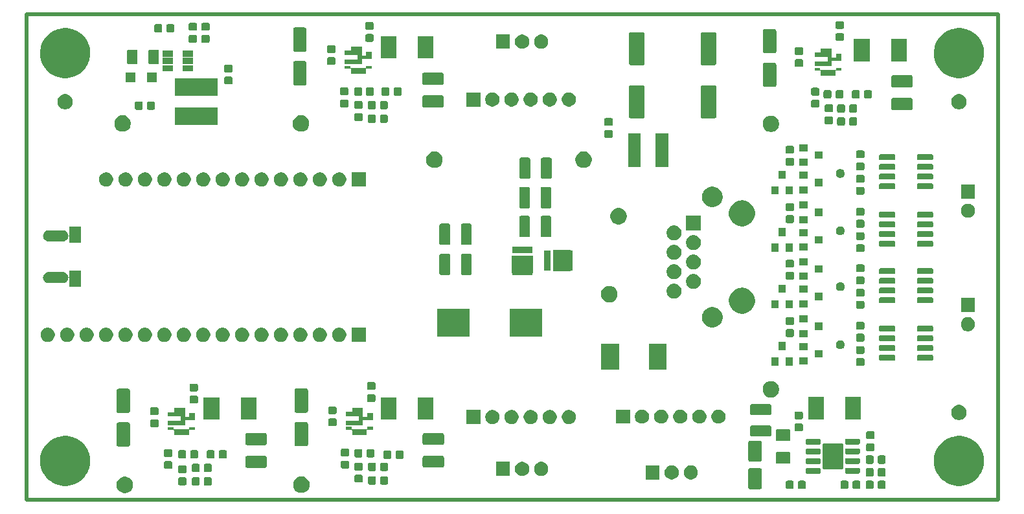
<source format=gts>
G04 #@! TF.GenerationSoftware,KiCad,Pcbnew,(5.1.5)-3*
G04 #@! TF.CreationDate,2020-03-04T17:17:07-08:00*
G04 #@! TF.ProjectId,tail,7461696c-2e6b-4696-9361-645f70636258,rev?*
G04 #@! TF.SameCoordinates,Original*
G04 #@! TF.FileFunction,Soldermask,Top*
G04 #@! TF.FilePolarity,Negative*
%FSLAX46Y46*%
G04 Gerber Fmt 4.6, Leading zero omitted, Abs format (unit mm)*
G04 Created by KiCad (PCBNEW (5.1.5)-3) date 2020-03-04 17:17:07*
%MOMM*%
%LPD*%
G04 APERTURE LIST*
%ADD10C,0.508000*%
%ADD11C,0.100000*%
G04 APERTURE END LIST*
D10*
X76200000Y-63500000D02*
X76200000Y-127000000D01*
X203200000Y-63500000D02*
X76200000Y-63500000D01*
X203200000Y-127000000D02*
X203200000Y-63500000D01*
X76200000Y-127000000D02*
X203200000Y-127000000D01*
D11*
G36*
X89387914Y-124025157D02*
G01*
X89583777Y-124106286D01*
X89760033Y-124224057D01*
X89909943Y-124373967D01*
X90027714Y-124550223D01*
X90108843Y-124746086D01*
X90150200Y-124954004D01*
X90150200Y-125165996D01*
X90108843Y-125373914D01*
X90027714Y-125569777D01*
X89909943Y-125746033D01*
X89760033Y-125895943D01*
X89583777Y-126013714D01*
X89387914Y-126094843D01*
X89179996Y-126136200D01*
X88968004Y-126136200D01*
X88760086Y-126094843D01*
X88564223Y-126013714D01*
X88387967Y-125895943D01*
X88238057Y-125746033D01*
X88120286Y-125569777D01*
X88039157Y-125373914D01*
X87997800Y-125165996D01*
X87997800Y-124954004D01*
X88039157Y-124746086D01*
X88120286Y-124550223D01*
X88238057Y-124373967D01*
X88387967Y-124224057D01*
X88564223Y-124106286D01*
X88760086Y-124025157D01*
X88968004Y-123983800D01*
X89179996Y-123983800D01*
X89387914Y-124025157D01*
G37*
G36*
X112467914Y-123985157D02*
G01*
X112663777Y-124066286D01*
X112840033Y-124184057D01*
X112989943Y-124333967D01*
X113107714Y-124510223D01*
X113188843Y-124706086D01*
X113230200Y-124914004D01*
X113230200Y-125125996D01*
X113188843Y-125333914D01*
X113107714Y-125529777D01*
X112989943Y-125706033D01*
X112840033Y-125855943D01*
X112663777Y-125973714D01*
X112467914Y-126054843D01*
X112259996Y-126096200D01*
X112048004Y-126096200D01*
X111840086Y-126054843D01*
X111644223Y-125973714D01*
X111467967Y-125855943D01*
X111318057Y-125706033D01*
X111200286Y-125529777D01*
X111119157Y-125333914D01*
X111077800Y-125125996D01*
X111077800Y-124914004D01*
X111119157Y-124706086D01*
X111200286Y-124510223D01*
X111318057Y-124333967D01*
X111467967Y-124184057D01*
X111644223Y-124066286D01*
X111840086Y-123985157D01*
X112048004Y-123943800D01*
X112259996Y-123943800D01*
X112467914Y-123985157D01*
G37*
G36*
X172140882Y-122856523D02*
G01*
X172184003Y-122869603D01*
X172223741Y-122890844D01*
X172258571Y-122919429D01*
X172287156Y-122954259D01*
X172308397Y-122993997D01*
X172321477Y-123037118D01*
X172326200Y-123085072D01*
X172326200Y-125370928D01*
X172321477Y-125418882D01*
X172308397Y-125462003D01*
X172287156Y-125501741D01*
X172258571Y-125536571D01*
X172223741Y-125565156D01*
X172184003Y-125586397D01*
X172140882Y-125599477D01*
X172092928Y-125604200D01*
X170807072Y-125604200D01*
X170759118Y-125599477D01*
X170715997Y-125586397D01*
X170676259Y-125565156D01*
X170641429Y-125536571D01*
X170612844Y-125501741D01*
X170591603Y-125462003D01*
X170578523Y-125418882D01*
X170573800Y-125370928D01*
X170573800Y-123085072D01*
X170578523Y-123037118D01*
X170591603Y-122993997D01*
X170612844Y-122954259D01*
X170641429Y-122919429D01*
X170676259Y-122890844D01*
X170715997Y-122869603D01*
X170759118Y-122856523D01*
X170807072Y-122851800D01*
X172092928Y-122851800D01*
X172140882Y-122856523D01*
G37*
G36*
X185041952Y-124495426D02*
G01*
X185084124Y-124508218D01*
X185122988Y-124528992D01*
X185157052Y-124556948D01*
X185185008Y-124591012D01*
X185205782Y-124629876D01*
X185218574Y-124672048D01*
X185223200Y-124719017D01*
X185223200Y-125364983D01*
X185218574Y-125411952D01*
X185205782Y-125454124D01*
X185185008Y-125492988D01*
X185157052Y-125527052D01*
X185122988Y-125555008D01*
X185084124Y-125575782D01*
X185041952Y-125588574D01*
X184994983Y-125593200D01*
X184424017Y-125593200D01*
X184377048Y-125588574D01*
X184334876Y-125575782D01*
X184296012Y-125555008D01*
X184261948Y-125527052D01*
X184233992Y-125492988D01*
X184213218Y-125454124D01*
X184200426Y-125411952D01*
X184195800Y-125364983D01*
X184195800Y-124719017D01*
X184200426Y-124672048D01*
X184213218Y-124629876D01*
X184233992Y-124591012D01*
X184261948Y-124556948D01*
X184296012Y-124528992D01*
X184334876Y-124508218D01*
X184377048Y-124495426D01*
X184424017Y-124490800D01*
X184994983Y-124490800D01*
X185041952Y-124495426D01*
G37*
G36*
X183466952Y-124495426D02*
G01*
X183509124Y-124508218D01*
X183547988Y-124528992D01*
X183582052Y-124556948D01*
X183610008Y-124591012D01*
X183630782Y-124629876D01*
X183643574Y-124672048D01*
X183648200Y-124719017D01*
X183648200Y-125364983D01*
X183643574Y-125411952D01*
X183630782Y-125454124D01*
X183610008Y-125492988D01*
X183582052Y-125527052D01*
X183547988Y-125555008D01*
X183509124Y-125575782D01*
X183466952Y-125588574D01*
X183419983Y-125593200D01*
X182849017Y-125593200D01*
X182802048Y-125588574D01*
X182759876Y-125575782D01*
X182721012Y-125555008D01*
X182686948Y-125527052D01*
X182658992Y-125492988D01*
X182638218Y-125454124D01*
X182625426Y-125411952D01*
X182620800Y-125364983D01*
X182620800Y-124719017D01*
X182625426Y-124672048D01*
X182638218Y-124629876D01*
X182658992Y-124591012D01*
X182686948Y-124556948D01*
X182721012Y-124528992D01*
X182759876Y-124508218D01*
X182802048Y-124495426D01*
X182849017Y-124490800D01*
X183419983Y-124490800D01*
X183466952Y-124495426D01*
G37*
G36*
X188341952Y-124495426D02*
G01*
X188384124Y-124508218D01*
X188422988Y-124528992D01*
X188457052Y-124556948D01*
X188485008Y-124591012D01*
X188505782Y-124629876D01*
X188518574Y-124672048D01*
X188523200Y-124719017D01*
X188523200Y-125364983D01*
X188518574Y-125411952D01*
X188505782Y-125454124D01*
X188485008Y-125492988D01*
X188457052Y-125527052D01*
X188422988Y-125555008D01*
X188384124Y-125575782D01*
X188341952Y-125588574D01*
X188294983Y-125593200D01*
X187724017Y-125593200D01*
X187677048Y-125588574D01*
X187634876Y-125575782D01*
X187596012Y-125555008D01*
X187561948Y-125527052D01*
X187533992Y-125492988D01*
X187513218Y-125454124D01*
X187500426Y-125411952D01*
X187495800Y-125364983D01*
X187495800Y-124719017D01*
X187500426Y-124672048D01*
X187513218Y-124629876D01*
X187533992Y-124591012D01*
X187561948Y-124556948D01*
X187596012Y-124528992D01*
X187634876Y-124508218D01*
X187677048Y-124495426D01*
X187724017Y-124490800D01*
X188294983Y-124490800D01*
X188341952Y-124495426D01*
G37*
G36*
X176328952Y-124495426D02*
G01*
X176371124Y-124508218D01*
X176409988Y-124528992D01*
X176444052Y-124556948D01*
X176472008Y-124591012D01*
X176492782Y-124629876D01*
X176505574Y-124672048D01*
X176510200Y-124719017D01*
X176510200Y-125364983D01*
X176505574Y-125411952D01*
X176492782Y-125454124D01*
X176472008Y-125492988D01*
X176444052Y-125527052D01*
X176409988Y-125555008D01*
X176371124Y-125575782D01*
X176328952Y-125588574D01*
X176281983Y-125593200D01*
X175711017Y-125593200D01*
X175664048Y-125588574D01*
X175621876Y-125575782D01*
X175583012Y-125555008D01*
X175548948Y-125527052D01*
X175520992Y-125492988D01*
X175500218Y-125454124D01*
X175487426Y-125411952D01*
X175482800Y-125364983D01*
X175482800Y-124719017D01*
X175487426Y-124672048D01*
X175500218Y-124629876D01*
X175520992Y-124591012D01*
X175548948Y-124556948D01*
X175583012Y-124528992D01*
X175621876Y-124508218D01*
X175664048Y-124495426D01*
X175711017Y-124490800D01*
X176281983Y-124490800D01*
X176328952Y-124495426D01*
G37*
G36*
X177903952Y-124495426D02*
G01*
X177946124Y-124508218D01*
X177984988Y-124528992D01*
X178019052Y-124556948D01*
X178047008Y-124591012D01*
X178067782Y-124629876D01*
X178080574Y-124672048D01*
X178085200Y-124719017D01*
X178085200Y-125364983D01*
X178080574Y-125411952D01*
X178067782Y-125454124D01*
X178047008Y-125492988D01*
X178019052Y-125527052D01*
X177984988Y-125555008D01*
X177946124Y-125575782D01*
X177903952Y-125588574D01*
X177856983Y-125593200D01*
X177286017Y-125593200D01*
X177239048Y-125588574D01*
X177196876Y-125575782D01*
X177158012Y-125555008D01*
X177123948Y-125527052D01*
X177095992Y-125492988D01*
X177075218Y-125454124D01*
X177062426Y-125411952D01*
X177057800Y-125364983D01*
X177057800Y-124719017D01*
X177062426Y-124672048D01*
X177075218Y-124629876D01*
X177095992Y-124591012D01*
X177123948Y-124556948D01*
X177158012Y-124528992D01*
X177196876Y-124508218D01*
X177239048Y-124495426D01*
X177286017Y-124490800D01*
X177856983Y-124490800D01*
X177903952Y-124495426D01*
G37*
G36*
X186766952Y-124495426D02*
G01*
X186809124Y-124508218D01*
X186847988Y-124528992D01*
X186882052Y-124556948D01*
X186910008Y-124591012D01*
X186930782Y-124629876D01*
X186943574Y-124672048D01*
X186948200Y-124719017D01*
X186948200Y-125364983D01*
X186943574Y-125411952D01*
X186930782Y-125454124D01*
X186910008Y-125492988D01*
X186882052Y-125527052D01*
X186847988Y-125555008D01*
X186809124Y-125575782D01*
X186766952Y-125588574D01*
X186719983Y-125593200D01*
X186149017Y-125593200D01*
X186102048Y-125588574D01*
X186059876Y-125575782D01*
X186021012Y-125555008D01*
X185986948Y-125527052D01*
X185958992Y-125492988D01*
X185938218Y-125454124D01*
X185925426Y-125411952D01*
X185920800Y-125364983D01*
X185920800Y-124719017D01*
X185925426Y-124672048D01*
X185938218Y-124629876D01*
X185958992Y-124591012D01*
X185986948Y-124556948D01*
X186021012Y-124528992D01*
X186059876Y-124508218D01*
X186102048Y-124495426D01*
X186149017Y-124490800D01*
X186719983Y-124490800D01*
X186766952Y-124495426D01*
G37*
G36*
X81713530Y-118665850D02*
G01*
X82235635Y-118769703D01*
X82831864Y-119016669D01*
X83104591Y-119198900D01*
X83368456Y-119375209D01*
X83824791Y-119831544D01*
X83860182Y-119884510D01*
X84183331Y-120368136D01*
X84430297Y-120964365D01*
X84515485Y-121392634D01*
X84556200Y-121597322D01*
X84556200Y-122242678D01*
X84534448Y-122352030D01*
X84430297Y-122875635D01*
X84183331Y-123471864D01*
X83974339Y-123784642D01*
X83824791Y-124008456D01*
X83368456Y-124464791D01*
X83230533Y-124556948D01*
X82831864Y-124823331D01*
X82235635Y-125070297D01*
X81760917Y-125164724D01*
X81602678Y-125196200D01*
X80957322Y-125196200D01*
X80799083Y-125164724D01*
X80324365Y-125070297D01*
X79728136Y-124823331D01*
X79329467Y-124556948D01*
X79191544Y-124464791D01*
X78735209Y-124008456D01*
X78585661Y-123784642D01*
X78376669Y-123471864D01*
X78129703Y-122875635D01*
X78025552Y-122352030D01*
X78003800Y-122242678D01*
X78003800Y-121597322D01*
X78044515Y-121392634D01*
X78129703Y-120964365D01*
X78376669Y-120368136D01*
X78699818Y-119884510D01*
X78735209Y-119831544D01*
X79191544Y-119375209D01*
X79455409Y-119198900D01*
X79728136Y-119016669D01*
X80324365Y-118769703D01*
X80846470Y-118665850D01*
X80957322Y-118643800D01*
X81602678Y-118643800D01*
X81713530Y-118665850D01*
G37*
G36*
X198553530Y-118665850D02*
G01*
X199075635Y-118769703D01*
X199671864Y-119016669D01*
X199944591Y-119198900D01*
X200208456Y-119375209D01*
X200664791Y-119831544D01*
X200700182Y-119884510D01*
X201023331Y-120368136D01*
X201270297Y-120964365D01*
X201355485Y-121392634D01*
X201396200Y-121597322D01*
X201396200Y-122242678D01*
X201374448Y-122352030D01*
X201270297Y-122875635D01*
X201023331Y-123471864D01*
X200814339Y-123784642D01*
X200664791Y-124008456D01*
X200208456Y-124464791D01*
X200070533Y-124556948D01*
X199671864Y-124823331D01*
X199075635Y-125070297D01*
X198600917Y-125164724D01*
X198442678Y-125196200D01*
X197797322Y-125196200D01*
X197639083Y-125164724D01*
X197164365Y-125070297D01*
X196568136Y-124823331D01*
X196169467Y-124556948D01*
X196031544Y-124464791D01*
X195575209Y-124008456D01*
X195425661Y-123784642D01*
X195216669Y-123471864D01*
X194969703Y-122875635D01*
X194865552Y-122352030D01*
X194843800Y-122242678D01*
X194843800Y-121597322D01*
X194884515Y-121392634D01*
X194969703Y-120964365D01*
X195216669Y-120368136D01*
X195539818Y-119884510D01*
X195575209Y-119831544D01*
X196031544Y-119375209D01*
X196295409Y-119198900D01*
X196568136Y-119016669D01*
X197164365Y-118769703D01*
X197686470Y-118665850D01*
X197797322Y-118643800D01*
X198442678Y-118643800D01*
X198553530Y-118665850D01*
G37*
G36*
X98672952Y-124043426D02*
G01*
X98715124Y-124056218D01*
X98753988Y-124076992D01*
X98788052Y-124104948D01*
X98816008Y-124139012D01*
X98836782Y-124177876D01*
X98849574Y-124220048D01*
X98854200Y-124267017D01*
X98854200Y-124912983D01*
X98849574Y-124959952D01*
X98836782Y-125002124D01*
X98816008Y-125040988D01*
X98788052Y-125075052D01*
X98753988Y-125103008D01*
X98715124Y-125123782D01*
X98672952Y-125136574D01*
X98625983Y-125141200D01*
X98055017Y-125141200D01*
X98008048Y-125136574D01*
X97965876Y-125123782D01*
X97927012Y-125103008D01*
X97892948Y-125075052D01*
X97864992Y-125040988D01*
X97844218Y-125002124D01*
X97831426Y-124959952D01*
X97826800Y-124912983D01*
X97826800Y-124267017D01*
X97831426Y-124220048D01*
X97844218Y-124177876D01*
X97864992Y-124139012D01*
X97892948Y-124104948D01*
X97927012Y-124076992D01*
X97965876Y-124056218D01*
X98008048Y-124043426D01*
X98055017Y-124038800D01*
X98625983Y-124038800D01*
X98672952Y-124043426D01*
G37*
G36*
X100247952Y-124043426D02*
G01*
X100290124Y-124056218D01*
X100328988Y-124076992D01*
X100363052Y-124104948D01*
X100391008Y-124139012D01*
X100411782Y-124177876D01*
X100424574Y-124220048D01*
X100429200Y-124267017D01*
X100429200Y-124912983D01*
X100424574Y-124959952D01*
X100411782Y-125002124D01*
X100391008Y-125040988D01*
X100363052Y-125075052D01*
X100328988Y-125103008D01*
X100290124Y-125123782D01*
X100247952Y-125136574D01*
X100200983Y-125141200D01*
X99630017Y-125141200D01*
X99583048Y-125136574D01*
X99540876Y-125123782D01*
X99502012Y-125103008D01*
X99467948Y-125075052D01*
X99439992Y-125040988D01*
X99419218Y-125002124D01*
X99406426Y-124959952D01*
X99401800Y-124912983D01*
X99401800Y-124267017D01*
X99406426Y-124220048D01*
X99419218Y-124177876D01*
X99439992Y-124139012D01*
X99467948Y-124104948D01*
X99502012Y-124076992D01*
X99540876Y-124056218D01*
X99583048Y-124043426D01*
X99630017Y-124038800D01*
X100200983Y-124038800D01*
X100247952Y-124043426D01*
G37*
G36*
X96957952Y-124068426D02*
G01*
X97000124Y-124081218D01*
X97038988Y-124101992D01*
X97073052Y-124129948D01*
X97101008Y-124164012D01*
X97121782Y-124202876D01*
X97134574Y-124245048D01*
X97139200Y-124292017D01*
X97139200Y-124862983D01*
X97134574Y-124909952D01*
X97121782Y-124952124D01*
X97101008Y-124990988D01*
X97073052Y-125025052D01*
X97038988Y-125053008D01*
X97000124Y-125073782D01*
X96957952Y-125086574D01*
X96910983Y-125091200D01*
X96265017Y-125091200D01*
X96218048Y-125086574D01*
X96175876Y-125073782D01*
X96137012Y-125053008D01*
X96102948Y-125025052D01*
X96074992Y-124990988D01*
X96054218Y-124952124D01*
X96041426Y-124909952D01*
X96036800Y-124862983D01*
X96036800Y-124292017D01*
X96041426Y-124245048D01*
X96054218Y-124202876D01*
X96074992Y-124164012D01*
X96102948Y-124129948D01*
X96137012Y-124101992D01*
X96175876Y-124081218D01*
X96218048Y-124068426D01*
X96265017Y-124063800D01*
X96910983Y-124063800D01*
X96957952Y-124068426D01*
G37*
G36*
X121718952Y-123913426D02*
G01*
X121761124Y-123926218D01*
X121799988Y-123946992D01*
X121834052Y-123974948D01*
X121862008Y-124009012D01*
X121882782Y-124047876D01*
X121895574Y-124090048D01*
X121900200Y-124137017D01*
X121900200Y-124782983D01*
X121895574Y-124829952D01*
X121882782Y-124872124D01*
X121862008Y-124910988D01*
X121834052Y-124945052D01*
X121799988Y-124973008D01*
X121761124Y-124993782D01*
X121718952Y-125006574D01*
X121671983Y-125011200D01*
X121101017Y-125011200D01*
X121054048Y-125006574D01*
X121011876Y-124993782D01*
X120973012Y-124973008D01*
X120938948Y-124945052D01*
X120910992Y-124910988D01*
X120890218Y-124872124D01*
X120877426Y-124829952D01*
X120872800Y-124782983D01*
X120872800Y-124137017D01*
X120877426Y-124090048D01*
X120890218Y-124047876D01*
X120910992Y-124009012D01*
X120938948Y-123974948D01*
X120973012Y-123946992D01*
X121011876Y-123926218D01*
X121054048Y-123913426D01*
X121101017Y-123908800D01*
X121671983Y-123908800D01*
X121718952Y-123913426D01*
G37*
G36*
X123293952Y-123913426D02*
G01*
X123336124Y-123926218D01*
X123374988Y-123946992D01*
X123409052Y-123974948D01*
X123437008Y-124009012D01*
X123457782Y-124047876D01*
X123470574Y-124090048D01*
X123475200Y-124137017D01*
X123475200Y-124782983D01*
X123470574Y-124829952D01*
X123457782Y-124872124D01*
X123437008Y-124910988D01*
X123409052Y-124945052D01*
X123374988Y-124973008D01*
X123336124Y-124993782D01*
X123293952Y-125006574D01*
X123246983Y-125011200D01*
X122676017Y-125011200D01*
X122629048Y-125006574D01*
X122586876Y-124993782D01*
X122548012Y-124973008D01*
X122513948Y-124945052D01*
X122485992Y-124910988D01*
X122465218Y-124872124D01*
X122452426Y-124829952D01*
X122447800Y-124782983D01*
X122447800Y-124137017D01*
X122452426Y-124090048D01*
X122465218Y-124047876D01*
X122485992Y-124009012D01*
X122513948Y-123974948D01*
X122548012Y-123946992D01*
X122586876Y-123926218D01*
X122629048Y-123913426D01*
X122676017Y-123908800D01*
X123246983Y-123908800D01*
X123293952Y-123913426D01*
G37*
G36*
X120003952Y-123722426D02*
G01*
X120046124Y-123735218D01*
X120084988Y-123755992D01*
X120119052Y-123783948D01*
X120147008Y-123818012D01*
X120167782Y-123856876D01*
X120180574Y-123899048D01*
X120185200Y-123946017D01*
X120185200Y-124516983D01*
X120180574Y-124563952D01*
X120167782Y-124606124D01*
X120147008Y-124644988D01*
X120119052Y-124679052D01*
X120084988Y-124707008D01*
X120046124Y-124727782D01*
X120003952Y-124740574D01*
X119956983Y-124745200D01*
X119311017Y-124745200D01*
X119264048Y-124740574D01*
X119221876Y-124727782D01*
X119183012Y-124707008D01*
X119148948Y-124679052D01*
X119120992Y-124644988D01*
X119100218Y-124606124D01*
X119087426Y-124563952D01*
X119082800Y-124516983D01*
X119082800Y-123946017D01*
X119087426Y-123899048D01*
X119100218Y-123856876D01*
X119120992Y-123818012D01*
X119148948Y-123783948D01*
X119183012Y-123755992D01*
X119221876Y-123735218D01*
X119264048Y-123722426D01*
X119311017Y-123717800D01*
X119956983Y-123717800D01*
X120003952Y-123722426D01*
G37*
G36*
X160667568Y-122496850D02*
G01*
X160828666Y-122528893D01*
X160997217Y-122598710D01*
X161148918Y-122700073D01*
X161277927Y-122829082D01*
X161379290Y-122980783D01*
X161449107Y-123149334D01*
X161472123Y-123265048D01*
X161484700Y-123328277D01*
X161484700Y-123510723D01*
X161483231Y-123518107D01*
X161449107Y-123689666D01*
X161379290Y-123858217D01*
X161277927Y-124009918D01*
X161148918Y-124138927D01*
X160997217Y-124240290D01*
X160828666Y-124310107D01*
X160667568Y-124342150D01*
X160649723Y-124345700D01*
X160467277Y-124345700D01*
X160449432Y-124342150D01*
X160288334Y-124310107D01*
X160119783Y-124240290D01*
X159968082Y-124138927D01*
X159839073Y-124009918D01*
X159737710Y-123858217D01*
X159667893Y-123689666D01*
X159633769Y-123518107D01*
X159632300Y-123510723D01*
X159632300Y-123328277D01*
X159644877Y-123265048D01*
X159667893Y-123149334D01*
X159737710Y-122980783D01*
X159839073Y-122829082D01*
X159968082Y-122700073D01*
X160119783Y-122598710D01*
X160288334Y-122528893D01*
X160449432Y-122496850D01*
X160467277Y-122493300D01*
X160649723Y-122493300D01*
X160667568Y-122496850D01*
G37*
G36*
X163167568Y-122496850D02*
G01*
X163328666Y-122528893D01*
X163497217Y-122598710D01*
X163648918Y-122700073D01*
X163777927Y-122829082D01*
X163879290Y-122980783D01*
X163949107Y-123149334D01*
X163972123Y-123265048D01*
X163984700Y-123328277D01*
X163984700Y-123510723D01*
X163983231Y-123518107D01*
X163949107Y-123689666D01*
X163879290Y-123858217D01*
X163777927Y-124009918D01*
X163648918Y-124138927D01*
X163497217Y-124240290D01*
X163328666Y-124310107D01*
X163167568Y-124342150D01*
X163149723Y-124345700D01*
X162967277Y-124345700D01*
X162949432Y-124342150D01*
X162788334Y-124310107D01*
X162619783Y-124240290D01*
X162468082Y-124138927D01*
X162339073Y-124009918D01*
X162237710Y-123858217D01*
X162167893Y-123689666D01*
X162133769Y-123518107D01*
X162132300Y-123510723D01*
X162132300Y-123328277D01*
X162144877Y-123265048D01*
X162167893Y-123149334D01*
X162237710Y-122980783D01*
X162339073Y-122829082D01*
X162468082Y-122700073D01*
X162619783Y-122598710D01*
X162788334Y-122528893D01*
X162949432Y-122496850D01*
X162967277Y-122493300D01*
X163149723Y-122493300D01*
X163167568Y-122496850D01*
G37*
G36*
X158984700Y-124345700D02*
G01*
X157132300Y-124345700D01*
X157132300Y-122493300D01*
X158984700Y-122493300D01*
X158984700Y-124345700D01*
G37*
G36*
X188341952Y-122845426D02*
G01*
X188384124Y-122858218D01*
X188422988Y-122878992D01*
X188457052Y-122906948D01*
X188485008Y-122941012D01*
X188505782Y-122979876D01*
X188518574Y-123022048D01*
X188523200Y-123069017D01*
X188523200Y-123714983D01*
X188518574Y-123761952D01*
X188505782Y-123804124D01*
X188485008Y-123842988D01*
X188457052Y-123877052D01*
X188422988Y-123905008D01*
X188384124Y-123925782D01*
X188341952Y-123938574D01*
X188294983Y-123943200D01*
X187724017Y-123943200D01*
X187677048Y-123938574D01*
X187634876Y-123925782D01*
X187596012Y-123905008D01*
X187561948Y-123877052D01*
X187533992Y-123842988D01*
X187513218Y-123804124D01*
X187500426Y-123761952D01*
X187495800Y-123714983D01*
X187495800Y-123069017D01*
X187500426Y-123022048D01*
X187513218Y-122979876D01*
X187533992Y-122941012D01*
X187561948Y-122906948D01*
X187596012Y-122878992D01*
X187634876Y-122858218D01*
X187677048Y-122845426D01*
X187724017Y-122840800D01*
X188294983Y-122840800D01*
X188341952Y-122845426D01*
G37*
G36*
X186766952Y-122845426D02*
G01*
X186809124Y-122858218D01*
X186847988Y-122878992D01*
X186882052Y-122906948D01*
X186910008Y-122941012D01*
X186930782Y-122979876D01*
X186943574Y-123022048D01*
X186948200Y-123069017D01*
X186948200Y-123714983D01*
X186943574Y-123761952D01*
X186930782Y-123804124D01*
X186910008Y-123842988D01*
X186882052Y-123877052D01*
X186847988Y-123905008D01*
X186809124Y-123925782D01*
X186766952Y-123938574D01*
X186719983Y-123943200D01*
X186149017Y-123943200D01*
X186102048Y-123938574D01*
X186059876Y-123925782D01*
X186021012Y-123905008D01*
X185986948Y-123877052D01*
X185958992Y-123842988D01*
X185938218Y-123804124D01*
X185925426Y-123761952D01*
X185920800Y-123714983D01*
X185920800Y-123069017D01*
X185925426Y-123022048D01*
X185938218Y-122979876D01*
X185958992Y-122941012D01*
X185986948Y-122906948D01*
X186021012Y-122878992D01*
X186059876Y-122858218D01*
X186102048Y-122845426D01*
X186149017Y-122840800D01*
X186719983Y-122840800D01*
X186766952Y-122845426D01*
G37*
G36*
X141109568Y-122037850D02*
G01*
X141270666Y-122069893D01*
X141439217Y-122139710D01*
X141590918Y-122241073D01*
X141719927Y-122370082D01*
X141821290Y-122521783D01*
X141891107Y-122690334D01*
X141923150Y-122851432D01*
X141924440Y-122857913D01*
X141926700Y-122869278D01*
X141926700Y-123051722D01*
X141891107Y-123230666D01*
X141821290Y-123399217D01*
X141719927Y-123550918D01*
X141590918Y-123679927D01*
X141439217Y-123781290D01*
X141270666Y-123851107D01*
X141109568Y-123883150D01*
X141091723Y-123886700D01*
X140909277Y-123886700D01*
X140891432Y-123883150D01*
X140730334Y-123851107D01*
X140561783Y-123781290D01*
X140410082Y-123679927D01*
X140281073Y-123550918D01*
X140179710Y-123399217D01*
X140109893Y-123230666D01*
X140074300Y-123051722D01*
X140074300Y-122869278D01*
X140076561Y-122857913D01*
X140077850Y-122851432D01*
X140109893Y-122690334D01*
X140179710Y-122521783D01*
X140281073Y-122370082D01*
X140410082Y-122241073D01*
X140561783Y-122139710D01*
X140730334Y-122069893D01*
X140891432Y-122037850D01*
X140909277Y-122034300D01*
X141091723Y-122034300D01*
X141109568Y-122037850D01*
G37*
G36*
X143609568Y-122037850D02*
G01*
X143770666Y-122069893D01*
X143939217Y-122139710D01*
X144090918Y-122241073D01*
X144219927Y-122370082D01*
X144321290Y-122521783D01*
X144391107Y-122690334D01*
X144423150Y-122851432D01*
X144424440Y-122857913D01*
X144426700Y-122869278D01*
X144426700Y-123051722D01*
X144391107Y-123230666D01*
X144321290Y-123399217D01*
X144219927Y-123550918D01*
X144090918Y-123679927D01*
X143939217Y-123781290D01*
X143770666Y-123851107D01*
X143609568Y-123883150D01*
X143591723Y-123886700D01*
X143409277Y-123886700D01*
X143391432Y-123883150D01*
X143230334Y-123851107D01*
X143061783Y-123781290D01*
X142910082Y-123679927D01*
X142781073Y-123550918D01*
X142679710Y-123399217D01*
X142609893Y-123230666D01*
X142574300Y-123051722D01*
X142574300Y-122869278D01*
X142576561Y-122857913D01*
X142577850Y-122851432D01*
X142609893Y-122690334D01*
X142679710Y-122521783D01*
X142781073Y-122370082D01*
X142910082Y-122241073D01*
X143061783Y-122139710D01*
X143230334Y-122069893D01*
X143391432Y-122037850D01*
X143409277Y-122034300D01*
X143591723Y-122034300D01*
X143609568Y-122037850D01*
G37*
G36*
X139426700Y-123886700D02*
G01*
X137574300Y-123886700D01*
X137574300Y-122034300D01*
X139426700Y-122034300D01*
X139426700Y-123886700D01*
G37*
G36*
X179907290Y-122824105D02*
G01*
X179936568Y-122832986D01*
X179963545Y-122847406D01*
X179987190Y-122866810D01*
X180006594Y-122890455D01*
X180021014Y-122917432D01*
X180029895Y-122946710D01*
X180033200Y-122980267D01*
X180033200Y-123413733D01*
X180029895Y-123447290D01*
X180021014Y-123476568D01*
X180006594Y-123503545D01*
X179987190Y-123527190D01*
X179963545Y-123546594D01*
X179936568Y-123561014D01*
X179907290Y-123569895D01*
X179873733Y-123573200D01*
X178265267Y-123573200D01*
X178231710Y-123569895D01*
X178202432Y-123561014D01*
X178175455Y-123546594D01*
X178151810Y-123527190D01*
X178132406Y-123503545D01*
X178117986Y-123476568D01*
X178109105Y-123447290D01*
X178105800Y-123413733D01*
X178105800Y-122980267D01*
X178109105Y-122946710D01*
X178117986Y-122917432D01*
X178132406Y-122890455D01*
X178151810Y-122866810D01*
X178175455Y-122847406D01*
X178202432Y-122832986D01*
X178231710Y-122824105D01*
X178265267Y-122820800D01*
X179873733Y-122820800D01*
X179907290Y-122824105D01*
G37*
G36*
X185032290Y-122824105D02*
G01*
X185061568Y-122832986D01*
X185088545Y-122847406D01*
X185112190Y-122866810D01*
X185131594Y-122890455D01*
X185146014Y-122917432D01*
X185154895Y-122946710D01*
X185158200Y-122980267D01*
X185158200Y-123413733D01*
X185154895Y-123447290D01*
X185146014Y-123476568D01*
X185131594Y-123503545D01*
X185112190Y-123527190D01*
X185088545Y-123546594D01*
X185061568Y-123561014D01*
X185032290Y-123569895D01*
X184998733Y-123573200D01*
X183390267Y-123573200D01*
X183356710Y-123569895D01*
X183327432Y-123561014D01*
X183300455Y-123546594D01*
X183276810Y-123527190D01*
X183257406Y-123503545D01*
X183242986Y-123476568D01*
X183234105Y-123447290D01*
X183230800Y-123413733D01*
X183230800Y-122980267D01*
X183234105Y-122946710D01*
X183242986Y-122917432D01*
X183257406Y-122890455D01*
X183276810Y-122866810D01*
X183300455Y-122847406D01*
X183327432Y-122832986D01*
X183356710Y-122824105D01*
X183390267Y-122820800D01*
X184998733Y-122820800D01*
X185032290Y-122824105D01*
G37*
G36*
X96957952Y-122493426D02*
G01*
X97000124Y-122506218D01*
X97038988Y-122526992D01*
X97073052Y-122554948D01*
X97101008Y-122589012D01*
X97121782Y-122627876D01*
X97134574Y-122670048D01*
X97139200Y-122717017D01*
X97139200Y-123287983D01*
X97134574Y-123334952D01*
X97121782Y-123377124D01*
X97101008Y-123415988D01*
X97073052Y-123450052D01*
X97038988Y-123478008D01*
X97000124Y-123498782D01*
X96957952Y-123511574D01*
X96910983Y-123516200D01*
X96265017Y-123516200D01*
X96218048Y-123511574D01*
X96175876Y-123498782D01*
X96137012Y-123478008D01*
X96102948Y-123450052D01*
X96074992Y-123415988D01*
X96054218Y-123377124D01*
X96041426Y-123334952D01*
X96036800Y-123287983D01*
X96036800Y-122717017D01*
X96041426Y-122670048D01*
X96054218Y-122627876D01*
X96074992Y-122589012D01*
X96102948Y-122554948D01*
X96137012Y-122526992D01*
X96175876Y-122506218D01*
X96218048Y-122493426D01*
X96265017Y-122488800D01*
X96910983Y-122488800D01*
X96957952Y-122493426D01*
G37*
G36*
X100247952Y-122281426D02*
G01*
X100290124Y-122294218D01*
X100328988Y-122314992D01*
X100363052Y-122342948D01*
X100391008Y-122377012D01*
X100411782Y-122415876D01*
X100424574Y-122458048D01*
X100429200Y-122505017D01*
X100429200Y-123150983D01*
X100424574Y-123197952D01*
X100411782Y-123240124D01*
X100391008Y-123278988D01*
X100363052Y-123313052D01*
X100328988Y-123341008D01*
X100290124Y-123361782D01*
X100247952Y-123374574D01*
X100200983Y-123379200D01*
X99630017Y-123379200D01*
X99583048Y-123374574D01*
X99540876Y-123361782D01*
X99502012Y-123341008D01*
X99467948Y-123313052D01*
X99439992Y-123278988D01*
X99419218Y-123240124D01*
X99406426Y-123197952D01*
X99401800Y-123150983D01*
X99401800Y-122505017D01*
X99406426Y-122458048D01*
X99419218Y-122415876D01*
X99439992Y-122377012D01*
X99467948Y-122342948D01*
X99502012Y-122314992D01*
X99540876Y-122294218D01*
X99583048Y-122281426D01*
X99630017Y-122276800D01*
X100200983Y-122276800D01*
X100247952Y-122281426D01*
G37*
G36*
X98672952Y-122281426D02*
G01*
X98715124Y-122294218D01*
X98753988Y-122314992D01*
X98788052Y-122342948D01*
X98816008Y-122377012D01*
X98836782Y-122415876D01*
X98849574Y-122458048D01*
X98854200Y-122505017D01*
X98854200Y-123150983D01*
X98849574Y-123197952D01*
X98836782Y-123240124D01*
X98816008Y-123278988D01*
X98788052Y-123313052D01*
X98753988Y-123341008D01*
X98715124Y-123361782D01*
X98672952Y-123374574D01*
X98625983Y-123379200D01*
X98055017Y-123379200D01*
X98008048Y-123374574D01*
X97965876Y-123361782D01*
X97927012Y-123341008D01*
X97892948Y-123313052D01*
X97864992Y-123278988D01*
X97844218Y-123240124D01*
X97831426Y-123197952D01*
X97826800Y-123150983D01*
X97826800Y-122505017D01*
X97831426Y-122458048D01*
X97844218Y-122415876D01*
X97864992Y-122377012D01*
X97892948Y-122342948D01*
X97927012Y-122314992D01*
X97965876Y-122294218D01*
X98008048Y-122281426D01*
X98055017Y-122276800D01*
X98625983Y-122276800D01*
X98672952Y-122281426D01*
G37*
G36*
X123293952Y-122135426D02*
G01*
X123336124Y-122148218D01*
X123374988Y-122168992D01*
X123409052Y-122196948D01*
X123437008Y-122231012D01*
X123457782Y-122269876D01*
X123470574Y-122312048D01*
X123475200Y-122359017D01*
X123475200Y-123004983D01*
X123470574Y-123051952D01*
X123457782Y-123094124D01*
X123437008Y-123132988D01*
X123409052Y-123167052D01*
X123374988Y-123195008D01*
X123336124Y-123215782D01*
X123293952Y-123228574D01*
X123246983Y-123233200D01*
X122676017Y-123233200D01*
X122629048Y-123228574D01*
X122586876Y-123215782D01*
X122548012Y-123195008D01*
X122513948Y-123167052D01*
X122485992Y-123132988D01*
X122465218Y-123094124D01*
X122452426Y-123051952D01*
X122447800Y-123004983D01*
X122447800Y-122359017D01*
X122452426Y-122312048D01*
X122465218Y-122269876D01*
X122485992Y-122231012D01*
X122513948Y-122196948D01*
X122548012Y-122168992D01*
X122586876Y-122148218D01*
X122629048Y-122135426D01*
X122676017Y-122130800D01*
X123246983Y-122130800D01*
X123293952Y-122135426D01*
G37*
G36*
X121718952Y-122135426D02*
G01*
X121761124Y-122148218D01*
X121799988Y-122168992D01*
X121834052Y-122196948D01*
X121862008Y-122231012D01*
X121882782Y-122269876D01*
X121895574Y-122312048D01*
X121900200Y-122359017D01*
X121900200Y-123004983D01*
X121895574Y-123051952D01*
X121882782Y-123094124D01*
X121862008Y-123132988D01*
X121834052Y-123167052D01*
X121799988Y-123195008D01*
X121761124Y-123215782D01*
X121718952Y-123228574D01*
X121671983Y-123233200D01*
X121101017Y-123233200D01*
X121054048Y-123228574D01*
X121011876Y-123215782D01*
X120973012Y-123195008D01*
X120938948Y-123167052D01*
X120910992Y-123132988D01*
X120890218Y-123094124D01*
X120877426Y-123051952D01*
X120872800Y-123004983D01*
X120872800Y-122359017D01*
X120877426Y-122312048D01*
X120890218Y-122269876D01*
X120910992Y-122231012D01*
X120938948Y-122196948D01*
X120973012Y-122168992D01*
X121011876Y-122148218D01*
X121054048Y-122135426D01*
X121101017Y-122130800D01*
X121671983Y-122130800D01*
X121718952Y-122135426D01*
G37*
G36*
X120003952Y-122147426D02*
G01*
X120046124Y-122160218D01*
X120084988Y-122180992D01*
X120119052Y-122208948D01*
X120147008Y-122243012D01*
X120167782Y-122281876D01*
X120180574Y-122324048D01*
X120185200Y-122371017D01*
X120185200Y-122941983D01*
X120180574Y-122988952D01*
X120167782Y-123031124D01*
X120147008Y-123069988D01*
X120119052Y-123104052D01*
X120084988Y-123132008D01*
X120046124Y-123152782D01*
X120003952Y-123165574D01*
X119956983Y-123170200D01*
X119311017Y-123170200D01*
X119264048Y-123165574D01*
X119221876Y-123152782D01*
X119183012Y-123132008D01*
X119148948Y-123104052D01*
X119120992Y-123069988D01*
X119100218Y-123031124D01*
X119087426Y-122988952D01*
X119082800Y-122941983D01*
X119082800Y-122371017D01*
X119087426Y-122324048D01*
X119100218Y-122281876D01*
X119120992Y-122243012D01*
X119148948Y-122208948D01*
X119183012Y-122180992D01*
X119221876Y-122160218D01*
X119264048Y-122147426D01*
X119311017Y-122142800D01*
X119956983Y-122142800D01*
X120003952Y-122147426D01*
G37*
G36*
X182827391Y-119596110D02*
G01*
X182864523Y-119607373D01*
X182898735Y-119625660D01*
X182928726Y-119650274D01*
X182953340Y-119680265D01*
X182971627Y-119714477D01*
X182982890Y-119751609D01*
X182987000Y-119793333D01*
X182987000Y-122790667D01*
X182982890Y-122832391D01*
X182971627Y-122869523D01*
X182953340Y-122903735D01*
X182928726Y-122933726D01*
X182898735Y-122958340D01*
X182864523Y-122976627D01*
X182827391Y-122987890D01*
X182785667Y-122992000D01*
X180478333Y-122992000D01*
X180436609Y-122987890D01*
X180399477Y-122976627D01*
X180365265Y-122958340D01*
X180335274Y-122933726D01*
X180310660Y-122903735D01*
X180292373Y-122869523D01*
X180281110Y-122832391D01*
X180277000Y-122790667D01*
X180277000Y-119793333D01*
X180281110Y-119751609D01*
X180292373Y-119714477D01*
X180310660Y-119680265D01*
X180335274Y-119650274D01*
X180365265Y-119625660D01*
X180399477Y-119607373D01*
X180436609Y-119596110D01*
X180478333Y-119592000D01*
X182785667Y-119592000D01*
X182827391Y-119596110D01*
G37*
G36*
X95111952Y-121944426D02*
G01*
X95154124Y-121957218D01*
X95192988Y-121977992D01*
X95227052Y-122005948D01*
X95255008Y-122040012D01*
X95275782Y-122078876D01*
X95288574Y-122121048D01*
X95293200Y-122168017D01*
X95293200Y-122738983D01*
X95288574Y-122785952D01*
X95275782Y-122828124D01*
X95255008Y-122866988D01*
X95227052Y-122901052D01*
X95192988Y-122929008D01*
X95154124Y-122949782D01*
X95111952Y-122962574D01*
X95064983Y-122967200D01*
X94419017Y-122967200D01*
X94372048Y-122962574D01*
X94329876Y-122949782D01*
X94291012Y-122929008D01*
X94256948Y-122901052D01*
X94228992Y-122866988D01*
X94208218Y-122828124D01*
X94195426Y-122785952D01*
X94190800Y-122738983D01*
X94190800Y-122168017D01*
X94195426Y-122121048D01*
X94208218Y-122078876D01*
X94228992Y-122040012D01*
X94256948Y-122005948D01*
X94291012Y-121977992D01*
X94329876Y-121957218D01*
X94372048Y-121944426D01*
X94419017Y-121939800D01*
X95064983Y-121939800D01*
X95111952Y-121944426D01*
G37*
G36*
X118225952Y-121878426D02*
G01*
X118268124Y-121891218D01*
X118306988Y-121911992D01*
X118341052Y-121939948D01*
X118369008Y-121974012D01*
X118389782Y-122012876D01*
X118402574Y-122055048D01*
X118407200Y-122102017D01*
X118407200Y-122672983D01*
X118402574Y-122719952D01*
X118389782Y-122762124D01*
X118369008Y-122800988D01*
X118341052Y-122835052D01*
X118306988Y-122863008D01*
X118268124Y-122883782D01*
X118225952Y-122896574D01*
X118178983Y-122901200D01*
X117533017Y-122901200D01*
X117486048Y-122896574D01*
X117443876Y-122883782D01*
X117405012Y-122863008D01*
X117370948Y-122835052D01*
X117342992Y-122800988D01*
X117322218Y-122762124D01*
X117309426Y-122719952D01*
X117304800Y-122672983D01*
X117304800Y-122102017D01*
X117309426Y-122055048D01*
X117322218Y-122012876D01*
X117342992Y-121974012D01*
X117370948Y-121939948D01*
X117405012Y-121911992D01*
X117443876Y-121891218D01*
X117486048Y-121878426D01*
X117533017Y-121873800D01*
X118178983Y-121873800D01*
X118225952Y-121878426D01*
G37*
G36*
X107441569Y-121243627D02*
G01*
X107485695Y-121257012D01*
X107526357Y-121278746D01*
X107562001Y-121307999D01*
X107591254Y-121343643D01*
X107612988Y-121384305D01*
X107626373Y-121428431D01*
X107631200Y-121477436D01*
X107631200Y-122577564D01*
X107626373Y-122626569D01*
X107612988Y-122670695D01*
X107591254Y-122711357D01*
X107562001Y-122747001D01*
X107526357Y-122776254D01*
X107485695Y-122797988D01*
X107441569Y-122811373D01*
X107392564Y-122816200D01*
X105067436Y-122816200D01*
X105018431Y-122811373D01*
X104974305Y-122797988D01*
X104933643Y-122776254D01*
X104897999Y-122747001D01*
X104868746Y-122711357D01*
X104847012Y-122670695D01*
X104833627Y-122626569D01*
X104828800Y-122577564D01*
X104828800Y-121477436D01*
X104833627Y-121428431D01*
X104847012Y-121384305D01*
X104868746Y-121343643D01*
X104897999Y-121307999D01*
X104933643Y-121278746D01*
X104974305Y-121257012D01*
X105018431Y-121243627D01*
X105067436Y-121238800D01*
X107392564Y-121238800D01*
X107441569Y-121243627D01*
G37*
G36*
X130611569Y-121226627D02*
G01*
X130655695Y-121240012D01*
X130696357Y-121261746D01*
X130732001Y-121290999D01*
X130761254Y-121326643D01*
X130782988Y-121367305D01*
X130796373Y-121411431D01*
X130801200Y-121460436D01*
X130801200Y-122560564D01*
X130796373Y-122609569D01*
X130782988Y-122653695D01*
X130761254Y-122694357D01*
X130732001Y-122730001D01*
X130696357Y-122759254D01*
X130655695Y-122780988D01*
X130611569Y-122794373D01*
X130562564Y-122799200D01*
X128237436Y-122799200D01*
X128188431Y-122794373D01*
X128144305Y-122780988D01*
X128103643Y-122759254D01*
X128067999Y-122730001D01*
X128038746Y-122694357D01*
X128017012Y-122653695D01*
X128003627Y-122609569D01*
X127998800Y-122560564D01*
X127998800Y-121460436D01*
X128003627Y-121411431D01*
X128017012Y-121367305D01*
X128038746Y-121326643D01*
X128067999Y-121290999D01*
X128103643Y-121261746D01*
X128144305Y-121240012D01*
X128188431Y-121226627D01*
X128237436Y-121221800D01*
X130562564Y-121221800D01*
X130611569Y-121226627D01*
G37*
G36*
X185032290Y-121554105D02*
G01*
X185061568Y-121562986D01*
X185088545Y-121577406D01*
X185112190Y-121596810D01*
X185131594Y-121620455D01*
X185146014Y-121647432D01*
X185154895Y-121676710D01*
X185158200Y-121710267D01*
X185158200Y-122143733D01*
X185154895Y-122177290D01*
X185146014Y-122206568D01*
X185131594Y-122233545D01*
X185112190Y-122257190D01*
X185088545Y-122276594D01*
X185061568Y-122291014D01*
X185032290Y-122299895D01*
X184998733Y-122303200D01*
X183390267Y-122303200D01*
X183356710Y-122299895D01*
X183327432Y-122291014D01*
X183300455Y-122276594D01*
X183276810Y-122257190D01*
X183257406Y-122233545D01*
X183242986Y-122206568D01*
X183234105Y-122177290D01*
X183230800Y-122143733D01*
X183230800Y-121710267D01*
X183234105Y-121676710D01*
X183242986Y-121647432D01*
X183257406Y-121620455D01*
X183276810Y-121596810D01*
X183300455Y-121577406D01*
X183327432Y-121562986D01*
X183356710Y-121554105D01*
X183390267Y-121550800D01*
X184998733Y-121550800D01*
X185032290Y-121554105D01*
G37*
G36*
X179907290Y-121554105D02*
G01*
X179936568Y-121562986D01*
X179963545Y-121577406D01*
X179987190Y-121596810D01*
X180006594Y-121620455D01*
X180021014Y-121647432D01*
X180029895Y-121676710D01*
X180033200Y-121710267D01*
X180033200Y-122143733D01*
X180029895Y-122177290D01*
X180021014Y-122206568D01*
X180006594Y-122233545D01*
X179987190Y-122257190D01*
X179963545Y-122276594D01*
X179936568Y-122291014D01*
X179907290Y-122299895D01*
X179873733Y-122303200D01*
X178265267Y-122303200D01*
X178231710Y-122299895D01*
X178202432Y-122291014D01*
X178175455Y-122276594D01*
X178151810Y-122257190D01*
X178132406Y-122233545D01*
X178117986Y-122206568D01*
X178109105Y-122177290D01*
X178105800Y-122143733D01*
X178105800Y-121710267D01*
X178109105Y-121676710D01*
X178117986Y-121647432D01*
X178132406Y-121620455D01*
X178151810Y-121596810D01*
X178175455Y-121577406D01*
X178202432Y-121562986D01*
X178231710Y-121554105D01*
X178265267Y-121550800D01*
X179873733Y-121550800D01*
X179907290Y-121554105D01*
G37*
G36*
X188341952Y-121195426D02*
G01*
X188384124Y-121208218D01*
X188422988Y-121228992D01*
X188457052Y-121256948D01*
X188485008Y-121291012D01*
X188505782Y-121329876D01*
X188518574Y-121372048D01*
X188523200Y-121419017D01*
X188523200Y-122064983D01*
X188518574Y-122111952D01*
X188505782Y-122154124D01*
X188485008Y-122192988D01*
X188457052Y-122227052D01*
X188422988Y-122255008D01*
X188384124Y-122275782D01*
X188341952Y-122288574D01*
X188294983Y-122293200D01*
X187724017Y-122293200D01*
X187677048Y-122288574D01*
X187634876Y-122275782D01*
X187596012Y-122255008D01*
X187561948Y-122227052D01*
X187533992Y-122192988D01*
X187513218Y-122154124D01*
X187500426Y-122111952D01*
X187495800Y-122064983D01*
X187495800Y-121419017D01*
X187500426Y-121372048D01*
X187513218Y-121329876D01*
X187533992Y-121291012D01*
X187561948Y-121256948D01*
X187596012Y-121228992D01*
X187634876Y-121208218D01*
X187677048Y-121195426D01*
X187724017Y-121190800D01*
X188294983Y-121190800D01*
X188341952Y-121195426D01*
G37*
G36*
X186766952Y-121195426D02*
G01*
X186809124Y-121208218D01*
X186847988Y-121228992D01*
X186882052Y-121256948D01*
X186910008Y-121291012D01*
X186930782Y-121329876D01*
X186943574Y-121372048D01*
X186948200Y-121419017D01*
X186948200Y-122064983D01*
X186943574Y-122111952D01*
X186930782Y-122154124D01*
X186910008Y-122192988D01*
X186882052Y-122227052D01*
X186847988Y-122255008D01*
X186809124Y-122275782D01*
X186766952Y-122288574D01*
X186719983Y-122293200D01*
X186149017Y-122293200D01*
X186102048Y-122288574D01*
X186059876Y-122275782D01*
X186021012Y-122255008D01*
X185986948Y-122227052D01*
X185958992Y-122192988D01*
X185938218Y-122154124D01*
X185925426Y-122111952D01*
X185920800Y-122064983D01*
X185920800Y-121419017D01*
X185925426Y-121372048D01*
X185938218Y-121329876D01*
X185958992Y-121291012D01*
X185986948Y-121256948D01*
X186021012Y-121228992D01*
X186059876Y-121208218D01*
X186102048Y-121195426D01*
X186149017Y-121190800D01*
X186719983Y-121190800D01*
X186766952Y-121195426D01*
G37*
G36*
X175894569Y-120718627D02*
G01*
X175938695Y-120732012D01*
X175979357Y-120753746D01*
X176015001Y-120782999D01*
X176044254Y-120818643D01*
X176065988Y-120859305D01*
X176079373Y-120903431D01*
X176084200Y-120952436D01*
X176084200Y-122052564D01*
X176079373Y-122101569D01*
X176065988Y-122145695D01*
X176044254Y-122186357D01*
X176015001Y-122222001D01*
X175979357Y-122251254D01*
X175938695Y-122272988D01*
X175894569Y-122286373D01*
X175845564Y-122291200D01*
X174420436Y-122291200D01*
X174371431Y-122286373D01*
X174327305Y-122272988D01*
X174286643Y-122251254D01*
X174250999Y-122222001D01*
X174221746Y-122186357D01*
X174200012Y-122145695D01*
X174186627Y-122101569D01*
X174181800Y-122052564D01*
X174181800Y-120952436D01*
X174186627Y-120903431D01*
X174200012Y-120859305D01*
X174221746Y-120818643D01*
X174250999Y-120782999D01*
X174286643Y-120753746D01*
X174327305Y-120732012D01*
X174371431Y-120718627D01*
X174420436Y-120713800D01*
X175845564Y-120713800D01*
X175894569Y-120718627D01*
G37*
G36*
X172140882Y-119256523D02*
G01*
X172184003Y-119269603D01*
X172223741Y-119290844D01*
X172258571Y-119319429D01*
X172287156Y-119354259D01*
X172308397Y-119393997D01*
X172321477Y-119437118D01*
X172326200Y-119485072D01*
X172326200Y-121770928D01*
X172321477Y-121818882D01*
X172308397Y-121862003D01*
X172287156Y-121901741D01*
X172258571Y-121936571D01*
X172223741Y-121965156D01*
X172184003Y-121986397D01*
X172140882Y-121999477D01*
X172092928Y-122004200D01*
X170807072Y-122004200D01*
X170759118Y-121999477D01*
X170715997Y-121986397D01*
X170676259Y-121965156D01*
X170641429Y-121936571D01*
X170612844Y-121901741D01*
X170591603Y-121862003D01*
X170578523Y-121818882D01*
X170573800Y-121770928D01*
X170573800Y-119485072D01*
X170578523Y-119437118D01*
X170591603Y-119393997D01*
X170612844Y-119354259D01*
X170641429Y-119319429D01*
X170676259Y-119290844D01*
X170715997Y-119269603D01*
X170759118Y-119256523D01*
X170807072Y-119251800D01*
X172092928Y-119251800D01*
X172140882Y-119256523D01*
G37*
G36*
X125325952Y-120547426D02*
G01*
X125368124Y-120560218D01*
X125406988Y-120580992D01*
X125441052Y-120608948D01*
X125469008Y-120643012D01*
X125489782Y-120681876D01*
X125502574Y-120724048D01*
X125507200Y-120771017D01*
X125507200Y-121416983D01*
X125502574Y-121463952D01*
X125489782Y-121506124D01*
X125469008Y-121544988D01*
X125441052Y-121579052D01*
X125406988Y-121607008D01*
X125368124Y-121627782D01*
X125325952Y-121640574D01*
X125278983Y-121645200D01*
X124708017Y-121645200D01*
X124661048Y-121640574D01*
X124618876Y-121627782D01*
X124580012Y-121607008D01*
X124545948Y-121579052D01*
X124517992Y-121544988D01*
X124497218Y-121506124D01*
X124484426Y-121463952D01*
X124479800Y-121416983D01*
X124479800Y-120771017D01*
X124484426Y-120724048D01*
X124497218Y-120681876D01*
X124517992Y-120643012D01*
X124545948Y-120608948D01*
X124580012Y-120580992D01*
X124618876Y-120560218D01*
X124661048Y-120547426D01*
X124708017Y-120542800D01*
X125278983Y-120542800D01*
X125325952Y-120547426D01*
G37*
G36*
X123750952Y-120547426D02*
G01*
X123793124Y-120560218D01*
X123831988Y-120580992D01*
X123866052Y-120608948D01*
X123894008Y-120643012D01*
X123914782Y-120681876D01*
X123927574Y-120724048D01*
X123932200Y-120771017D01*
X123932200Y-121416983D01*
X123927574Y-121463952D01*
X123914782Y-121506124D01*
X123894008Y-121544988D01*
X123866052Y-121579052D01*
X123831988Y-121607008D01*
X123793124Y-121627782D01*
X123750952Y-121640574D01*
X123703983Y-121645200D01*
X123133017Y-121645200D01*
X123086048Y-121640574D01*
X123043876Y-121627782D01*
X123005012Y-121607008D01*
X122970948Y-121579052D01*
X122942992Y-121544988D01*
X122922218Y-121506124D01*
X122909426Y-121463952D01*
X122904800Y-121416983D01*
X122904800Y-120771017D01*
X122909426Y-120724048D01*
X122922218Y-120681876D01*
X122942992Y-120643012D01*
X122970948Y-120608948D01*
X123005012Y-120580992D01*
X123043876Y-120560218D01*
X123086048Y-120547426D01*
X123133017Y-120542800D01*
X123703983Y-120542800D01*
X123750952Y-120547426D01*
G37*
G36*
X100636952Y-120503426D02*
G01*
X100679124Y-120516218D01*
X100717988Y-120536992D01*
X100752052Y-120564948D01*
X100780008Y-120599012D01*
X100800782Y-120637876D01*
X100813574Y-120680048D01*
X100818200Y-120727017D01*
X100818200Y-121372983D01*
X100813574Y-121419952D01*
X100800782Y-121462124D01*
X100780008Y-121500988D01*
X100752052Y-121535052D01*
X100717988Y-121563008D01*
X100679124Y-121583782D01*
X100636952Y-121596574D01*
X100589983Y-121601200D01*
X100019017Y-121601200D01*
X99972048Y-121596574D01*
X99929876Y-121583782D01*
X99891012Y-121563008D01*
X99856948Y-121535052D01*
X99828992Y-121500988D01*
X99808218Y-121462124D01*
X99795426Y-121419952D01*
X99790800Y-121372983D01*
X99790800Y-120727017D01*
X99795426Y-120680048D01*
X99808218Y-120637876D01*
X99828992Y-120599012D01*
X99856948Y-120564948D01*
X99891012Y-120536992D01*
X99929876Y-120516218D01*
X99972048Y-120503426D01*
X100019017Y-120498800D01*
X100589983Y-120498800D01*
X100636952Y-120503426D01*
G37*
G36*
X96894952Y-120503426D02*
G01*
X96937124Y-120516218D01*
X96975988Y-120536992D01*
X97010052Y-120564948D01*
X97038008Y-120599012D01*
X97058782Y-120637876D01*
X97071574Y-120680048D01*
X97076200Y-120727017D01*
X97076200Y-121372983D01*
X97071574Y-121419952D01*
X97058782Y-121462124D01*
X97038008Y-121500988D01*
X97010052Y-121535052D01*
X96975988Y-121563008D01*
X96937124Y-121583782D01*
X96894952Y-121596574D01*
X96847983Y-121601200D01*
X96277017Y-121601200D01*
X96230048Y-121596574D01*
X96187876Y-121583782D01*
X96149012Y-121563008D01*
X96114948Y-121535052D01*
X96086992Y-121500988D01*
X96066218Y-121462124D01*
X96053426Y-121419952D01*
X96048800Y-121372983D01*
X96048800Y-120727017D01*
X96053426Y-120680048D01*
X96066218Y-120637876D01*
X96086992Y-120599012D01*
X96114948Y-120564948D01*
X96149012Y-120536992D01*
X96187876Y-120516218D01*
X96230048Y-120503426D01*
X96277017Y-120498800D01*
X96847983Y-120498800D01*
X96894952Y-120503426D01*
G37*
G36*
X102211952Y-120503426D02*
G01*
X102254124Y-120516218D01*
X102292988Y-120536992D01*
X102327052Y-120564948D01*
X102355008Y-120599012D01*
X102375782Y-120637876D01*
X102388574Y-120680048D01*
X102393200Y-120727017D01*
X102393200Y-121372983D01*
X102388574Y-121419952D01*
X102375782Y-121462124D01*
X102355008Y-121500988D01*
X102327052Y-121535052D01*
X102292988Y-121563008D01*
X102254124Y-121583782D01*
X102211952Y-121596574D01*
X102164983Y-121601200D01*
X101594017Y-121601200D01*
X101547048Y-121596574D01*
X101504876Y-121583782D01*
X101466012Y-121563008D01*
X101431948Y-121535052D01*
X101403992Y-121500988D01*
X101383218Y-121462124D01*
X101370426Y-121419952D01*
X101365800Y-121372983D01*
X101365800Y-120727017D01*
X101370426Y-120680048D01*
X101383218Y-120637876D01*
X101403992Y-120599012D01*
X101431948Y-120564948D01*
X101466012Y-120536992D01*
X101504876Y-120516218D01*
X101547048Y-120503426D01*
X101594017Y-120498800D01*
X102164983Y-120498800D01*
X102211952Y-120503426D01*
G37*
G36*
X98469952Y-120503426D02*
G01*
X98512124Y-120516218D01*
X98550988Y-120536992D01*
X98585052Y-120564948D01*
X98613008Y-120599012D01*
X98633782Y-120637876D01*
X98646574Y-120680048D01*
X98651200Y-120727017D01*
X98651200Y-121372983D01*
X98646574Y-121419952D01*
X98633782Y-121462124D01*
X98613008Y-121500988D01*
X98585052Y-121535052D01*
X98550988Y-121563008D01*
X98512124Y-121583782D01*
X98469952Y-121596574D01*
X98422983Y-121601200D01*
X97852017Y-121601200D01*
X97805048Y-121596574D01*
X97762876Y-121583782D01*
X97724012Y-121563008D01*
X97689948Y-121535052D01*
X97661992Y-121500988D01*
X97641218Y-121462124D01*
X97628426Y-121419952D01*
X97623800Y-121372983D01*
X97623800Y-120727017D01*
X97628426Y-120680048D01*
X97641218Y-120637876D01*
X97661992Y-120599012D01*
X97689948Y-120564948D01*
X97724012Y-120536992D01*
X97762876Y-120516218D01*
X97805048Y-120503426D01*
X97852017Y-120498800D01*
X98422983Y-120498800D01*
X98469952Y-120503426D01*
G37*
G36*
X121515952Y-120357426D02*
G01*
X121558124Y-120370218D01*
X121596988Y-120390992D01*
X121631052Y-120418948D01*
X121659008Y-120453012D01*
X121679782Y-120491876D01*
X121692574Y-120534048D01*
X121697200Y-120581017D01*
X121697200Y-121226983D01*
X121692574Y-121273952D01*
X121679782Y-121316124D01*
X121659008Y-121354988D01*
X121631052Y-121389052D01*
X121596988Y-121417008D01*
X121558124Y-121437782D01*
X121515952Y-121450574D01*
X121468983Y-121455200D01*
X120898017Y-121455200D01*
X120851048Y-121450574D01*
X120808876Y-121437782D01*
X120770012Y-121417008D01*
X120735948Y-121389052D01*
X120707992Y-121354988D01*
X120687218Y-121316124D01*
X120674426Y-121273952D01*
X120669800Y-121226983D01*
X120669800Y-120581017D01*
X120674426Y-120534048D01*
X120687218Y-120491876D01*
X120707992Y-120453012D01*
X120735948Y-120418948D01*
X120770012Y-120390992D01*
X120808876Y-120370218D01*
X120851048Y-120357426D01*
X120898017Y-120352800D01*
X121468983Y-120352800D01*
X121515952Y-120357426D01*
G37*
G36*
X119940952Y-120357426D02*
G01*
X119983124Y-120370218D01*
X120021988Y-120390992D01*
X120056052Y-120418948D01*
X120084008Y-120453012D01*
X120104782Y-120491876D01*
X120117574Y-120534048D01*
X120122200Y-120581017D01*
X120122200Y-121226983D01*
X120117574Y-121273952D01*
X120104782Y-121316124D01*
X120084008Y-121354988D01*
X120056052Y-121389052D01*
X120021988Y-121417008D01*
X119983124Y-121437782D01*
X119940952Y-121450574D01*
X119893983Y-121455200D01*
X119323017Y-121455200D01*
X119276048Y-121450574D01*
X119233876Y-121437782D01*
X119195012Y-121417008D01*
X119160948Y-121389052D01*
X119132992Y-121354988D01*
X119112218Y-121316124D01*
X119099426Y-121273952D01*
X119094800Y-121226983D01*
X119094800Y-120581017D01*
X119099426Y-120534048D01*
X119112218Y-120491876D01*
X119132992Y-120453012D01*
X119160948Y-120418948D01*
X119195012Y-120390992D01*
X119233876Y-120370218D01*
X119276048Y-120357426D01*
X119323017Y-120352800D01*
X119893983Y-120352800D01*
X119940952Y-120357426D01*
G37*
G36*
X95111952Y-120369426D02*
G01*
X95154124Y-120382218D01*
X95192988Y-120402992D01*
X95227052Y-120430948D01*
X95255008Y-120465012D01*
X95275782Y-120503876D01*
X95288574Y-120546048D01*
X95293200Y-120593017D01*
X95293200Y-121163983D01*
X95288574Y-121210952D01*
X95275782Y-121253124D01*
X95255008Y-121291988D01*
X95227052Y-121326052D01*
X95192988Y-121354008D01*
X95154124Y-121374782D01*
X95111952Y-121387574D01*
X95064983Y-121392200D01*
X94419017Y-121392200D01*
X94372048Y-121387574D01*
X94329876Y-121374782D01*
X94291012Y-121354008D01*
X94256948Y-121326052D01*
X94228992Y-121291988D01*
X94208218Y-121253124D01*
X94195426Y-121210952D01*
X94190800Y-121163983D01*
X94190800Y-120593017D01*
X94195426Y-120546048D01*
X94208218Y-120503876D01*
X94228992Y-120465012D01*
X94256948Y-120430948D01*
X94291012Y-120402992D01*
X94329876Y-120382218D01*
X94372048Y-120369426D01*
X94419017Y-120364800D01*
X95064983Y-120364800D01*
X95111952Y-120369426D01*
G37*
G36*
X118225952Y-120303426D02*
G01*
X118268124Y-120316218D01*
X118306988Y-120336992D01*
X118341052Y-120364948D01*
X118369008Y-120399012D01*
X118389782Y-120437876D01*
X118402574Y-120480048D01*
X118407200Y-120527017D01*
X118407200Y-121097983D01*
X118402574Y-121144952D01*
X118389782Y-121187124D01*
X118369008Y-121225988D01*
X118341052Y-121260052D01*
X118306988Y-121288008D01*
X118268124Y-121308782D01*
X118225952Y-121321574D01*
X118178983Y-121326200D01*
X117533017Y-121326200D01*
X117486048Y-121321574D01*
X117443876Y-121308782D01*
X117405012Y-121288008D01*
X117370948Y-121260052D01*
X117342992Y-121225988D01*
X117322218Y-121187124D01*
X117309426Y-121144952D01*
X117304800Y-121097983D01*
X117304800Y-120527017D01*
X117309426Y-120480048D01*
X117322218Y-120437876D01*
X117342992Y-120399012D01*
X117370948Y-120364948D01*
X117405012Y-120336992D01*
X117443876Y-120316218D01*
X117486048Y-120303426D01*
X117533017Y-120298800D01*
X118178983Y-120298800D01*
X118225952Y-120303426D01*
G37*
G36*
X185032290Y-120284105D02*
G01*
X185061568Y-120292986D01*
X185088545Y-120307406D01*
X185112190Y-120326810D01*
X185131594Y-120350455D01*
X185146014Y-120377432D01*
X185154895Y-120406710D01*
X185158200Y-120440267D01*
X185158200Y-120873733D01*
X185154895Y-120907290D01*
X185146014Y-120936568D01*
X185131594Y-120963545D01*
X185112190Y-120987190D01*
X185088545Y-121006594D01*
X185061568Y-121021014D01*
X185032290Y-121029895D01*
X184998733Y-121033200D01*
X183390267Y-121033200D01*
X183356710Y-121029895D01*
X183327432Y-121021014D01*
X183300455Y-121006594D01*
X183276810Y-120987190D01*
X183257406Y-120963545D01*
X183242986Y-120936568D01*
X183234105Y-120907290D01*
X183230800Y-120873733D01*
X183230800Y-120440267D01*
X183234105Y-120406710D01*
X183242986Y-120377432D01*
X183257406Y-120350455D01*
X183276810Y-120326810D01*
X183300455Y-120307406D01*
X183327432Y-120292986D01*
X183356710Y-120284105D01*
X183390267Y-120280800D01*
X184998733Y-120280800D01*
X185032290Y-120284105D01*
G37*
G36*
X179907290Y-120284105D02*
G01*
X179936568Y-120292986D01*
X179963545Y-120307406D01*
X179987190Y-120326810D01*
X180006594Y-120350455D01*
X180021014Y-120377432D01*
X180029895Y-120406710D01*
X180033200Y-120440267D01*
X180033200Y-120873733D01*
X180029895Y-120907290D01*
X180021014Y-120936568D01*
X180006594Y-120963545D01*
X179987190Y-120987190D01*
X179963545Y-121006594D01*
X179936568Y-121021014D01*
X179907290Y-121029895D01*
X179873733Y-121033200D01*
X178265267Y-121033200D01*
X178231710Y-121029895D01*
X178202432Y-121021014D01*
X178175455Y-121006594D01*
X178151810Y-120987190D01*
X178132406Y-120963545D01*
X178117986Y-120936568D01*
X178109105Y-120907290D01*
X178105800Y-120873733D01*
X178105800Y-120440267D01*
X178109105Y-120406710D01*
X178117986Y-120377432D01*
X178132406Y-120350455D01*
X178151810Y-120326810D01*
X178175455Y-120307406D01*
X178202432Y-120292986D01*
X178231710Y-120284105D01*
X178265267Y-120280800D01*
X179873733Y-120280800D01*
X179907290Y-120284105D01*
G37*
G36*
X186891952Y-119620426D02*
G01*
X186934124Y-119633218D01*
X186972988Y-119653992D01*
X187007052Y-119681948D01*
X187035008Y-119716012D01*
X187055782Y-119754876D01*
X187068574Y-119797048D01*
X187073200Y-119844017D01*
X187073200Y-120414983D01*
X187068574Y-120461952D01*
X187055782Y-120504124D01*
X187035008Y-120542988D01*
X187007052Y-120577052D01*
X186972988Y-120605008D01*
X186934124Y-120625782D01*
X186891952Y-120638574D01*
X186844983Y-120643200D01*
X186199017Y-120643200D01*
X186152048Y-120638574D01*
X186109876Y-120625782D01*
X186071012Y-120605008D01*
X186036948Y-120577052D01*
X186008992Y-120542988D01*
X185988218Y-120504124D01*
X185975426Y-120461952D01*
X185970800Y-120414983D01*
X185970800Y-119844017D01*
X185975426Y-119797048D01*
X185988218Y-119754876D01*
X186008992Y-119716012D01*
X186036948Y-119681948D01*
X186071012Y-119653992D01*
X186109876Y-119633218D01*
X186152048Y-119620426D01*
X186199017Y-119615800D01*
X186844983Y-119615800D01*
X186891952Y-119620426D01*
G37*
G36*
X89558882Y-116876523D02*
G01*
X89602003Y-116889603D01*
X89641741Y-116910844D01*
X89676571Y-116939429D01*
X89705156Y-116974259D01*
X89726397Y-117013997D01*
X89739477Y-117057118D01*
X89744200Y-117105072D01*
X89744200Y-119790928D01*
X89739477Y-119838882D01*
X89726397Y-119882003D01*
X89705156Y-119921741D01*
X89676571Y-119956571D01*
X89641741Y-119985156D01*
X89602003Y-120006397D01*
X89558882Y-120019477D01*
X89510928Y-120024200D01*
X88225072Y-120024200D01*
X88177118Y-120019477D01*
X88133997Y-120006397D01*
X88094259Y-119985156D01*
X88059429Y-119956571D01*
X88030844Y-119921741D01*
X88009603Y-119882003D01*
X87996523Y-119838882D01*
X87991800Y-119790928D01*
X87991800Y-117105072D01*
X87996523Y-117057118D01*
X88009603Y-117013997D01*
X88030844Y-116974259D01*
X88059429Y-116939429D01*
X88094259Y-116910844D01*
X88133997Y-116889603D01*
X88177118Y-116876523D01*
X88225072Y-116871800D01*
X89510928Y-116871800D01*
X89558882Y-116876523D01*
G37*
G36*
X112831882Y-116858523D02*
G01*
X112875003Y-116871603D01*
X112914741Y-116892844D01*
X112949571Y-116921429D01*
X112978156Y-116956259D01*
X112999397Y-116995997D01*
X113012477Y-117039118D01*
X113017200Y-117087072D01*
X113017200Y-119772928D01*
X113012477Y-119820882D01*
X112999397Y-119864003D01*
X112978156Y-119903741D01*
X112949571Y-119938571D01*
X112914741Y-119967156D01*
X112875003Y-119988397D01*
X112831882Y-120001477D01*
X112783928Y-120006200D01*
X111498072Y-120006200D01*
X111450118Y-120001477D01*
X111406997Y-119988397D01*
X111367259Y-119967156D01*
X111332429Y-119938571D01*
X111303844Y-119903741D01*
X111282603Y-119864003D01*
X111269523Y-119820882D01*
X111264800Y-119772928D01*
X111264800Y-117087072D01*
X111269523Y-117039118D01*
X111282603Y-116995997D01*
X111303844Y-116956259D01*
X111332429Y-116921429D01*
X111367259Y-116892844D01*
X111406997Y-116871603D01*
X111450118Y-116858523D01*
X111498072Y-116853800D01*
X112783928Y-116853800D01*
X112831882Y-116858523D01*
G37*
G36*
X107441569Y-118268627D02*
G01*
X107485695Y-118282012D01*
X107526357Y-118303746D01*
X107562001Y-118332999D01*
X107591254Y-118368643D01*
X107612988Y-118409305D01*
X107626373Y-118453431D01*
X107631200Y-118502436D01*
X107631200Y-119602564D01*
X107626373Y-119651569D01*
X107612988Y-119695695D01*
X107591254Y-119736357D01*
X107562001Y-119772001D01*
X107526357Y-119801254D01*
X107485695Y-119822988D01*
X107441569Y-119836373D01*
X107392564Y-119841200D01*
X105067436Y-119841200D01*
X105018431Y-119836373D01*
X104974305Y-119822988D01*
X104933643Y-119801254D01*
X104897999Y-119772001D01*
X104868746Y-119736357D01*
X104847012Y-119695695D01*
X104833627Y-119651569D01*
X104828800Y-119602564D01*
X104828800Y-118502436D01*
X104833627Y-118453431D01*
X104847012Y-118409305D01*
X104868746Y-118368643D01*
X104897999Y-118332999D01*
X104933643Y-118303746D01*
X104974305Y-118282012D01*
X105018431Y-118268627D01*
X105067436Y-118263800D01*
X107392564Y-118263800D01*
X107441569Y-118268627D01*
G37*
G36*
X130611569Y-118251627D02*
G01*
X130655695Y-118265012D01*
X130696357Y-118286746D01*
X130732001Y-118315999D01*
X130761254Y-118351643D01*
X130782988Y-118392305D01*
X130796373Y-118436431D01*
X130801200Y-118485436D01*
X130801200Y-119585564D01*
X130796373Y-119634569D01*
X130782988Y-119678695D01*
X130761254Y-119719357D01*
X130732001Y-119755001D01*
X130696357Y-119784254D01*
X130655695Y-119805988D01*
X130611569Y-119819373D01*
X130562564Y-119824200D01*
X128237436Y-119824200D01*
X128188431Y-119819373D01*
X128144305Y-119805988D01*
X128103643Y-119784254D01*
X128067999Y-119755001D01*
X128038746Y-119719357D01*
X128017012Y-119678695D01*
X128003627Y-119634569D01*
X127998800Y-119585564D01*
X127998800Y-118485436D01*
X128003627Y-118436431D01*
X128017012Y-118392305D01*
X128038746Y-118351643D01*
X128067999Y-118315999D01*
X128103643Y-118286746D01*
X128144305Y-118265012D01*
X128188431Y-118251627D01*
X128237436Y-118246800D01*
X130562564Y-118246800D01*
X130611569Y-118251627D01*
G37*
G36*
X185032290Y-119014105D02*
G01*
X185061568Y-119022986D01*
X185088545Y-119037406D01*
X185112190Y-119056810D01*
X185131594Y-119080455D01*
X185146014Y-119107432D01*
X185154895Y-119136710D01*
X185158200Y-119170267D01*
X185158200Y-119603733D01*
X185154895Y-119637290D01*
X185146014Y-119666568D01*
X185131594Y-119693545D01*
X185112190Y-119717190D01*
X185088545Y-119736594D01*
X185061568Y-119751014D01*
X185032290Y-119759895D01*
X184998733Y-119763200D01*
X183390267Y-119763200D01*
X183356710Y-119759895D01*
X183327432Y-119751014D01*
X183300455Y-119736594D01*
X183276810Y-119717190D01*
X183257406Y-119693545D01*
X183242986Y-119666568D01*
X183234105Y-119637290D01*
X183230800Y-119603733D01*
X183230800Y-119170267D01*
X183234105Y-119136710D01*
X183242986Y-119107432D01*
X183257406Y-119080455D01*
X183276810Y-119056810D01*
X183300455Y-119037406D01*
X183327432Y-119022986D01*
X183356710Y-119014105D01*
X183390267Y-119010800D01*
X184998733Y-119010800D01*
X185032290Y-119014105D01*
G37*
G36*
X179907290Y-119014105D02*
G01*
X179936568Y-119022986D01*
X179963545Y-119037406D01*
X179987190Y-119056810D01*
X180006594Y-119080455D01*
X180021014Y-119107432D01*
X180029895Y-119136710D01*
X180033200Y-119170267D01*
X180033200Y-119603733D01*
X180029895Y-119637290D01*
X180021014Y-119666568D01*
X180006594Y-119693545D01*
X179987190Y-119717190D01*
X179963545Y-119736594D01*
X179936568Y-119751014D01*
X179907290Y-119759895D01*
X179873733Y-119763200D01*
X178265267Y-119763200D01*
X178231710Y-119759895D01*
X178202432Y-119751014D01*
X178175455Y-119736594D01*
X178151810Y-119717190D01*
X178132406Y-119693545D01*
X178117986Y-119666568D01*
X178109105Y-119637290D01*
X178105800Y-119603733D01*
X178105800Y-119170267D01*
X178109105Y-119136710D01*
X178117986Y-119107432D01*
X178132406Y-119080455D01*
X178151810Y-119056810D01*
X178175455Y-119037406D01*
X178202432Y-119022986D01*
X178231710Y-119014105D01*
X178265267Y-119010800D01*
X179873733Y-119010800D01*
X179907290Y-119014105D01*
G37*
G36*
X175894569Y-117743627D02*
G01*
X175938695Y-117757012D01*
X175979357Y-117778746D01*
X176015001Y-117807999D01*
X176044254Y-117843643D01*
X176065988Y-117884305D01*
X176079373Y-117928431D01*
X176084200Y-117977436D01*
X176084200Y-119077564D01*
X176079373Y-119126569D01*
X176065988Y-119170695D01*
X176044254Y-119211357D01*
X176015001Y-119247001D01*
X175979357Y-119276254D01*
X175938695Y-119297988D01*
X175894569Y-119311373D01*
X175845564Y-119316200D01*
X174420436Y-119316200D01*
X174371431Y-119311373D01*
X174327305Y-119297988D01*
X174286643Y-119276254D01*
X174250999Y-119247001D01*
X174221746Y-119211357D01*
X174200012Y-119170695D01*
X174186627Y-119126569D01*
X174181800Y-119077564D01*
X174181800Y-117977436D01*
X174186627Y-117928431D01*
X174200012Y-117884305D01*
X174221746Y-117843643D01*
X174250999Y-117807999D01*
X174286643Y-117778746D01*
X174327305Y-117757012D01*
X174371431Y-117743627D01*
X174420436Y-117738800D01*
X175845564Y-117738800D01*
X175894569Y-117743627D01*
G37*
G36*
X186891952Y-118045426D02*
G01*
X186934124Y-118058218D01*
X186972988Y-118078992D01*
X187007052Y-118106948D01*
X187035008Y-118141012D01*
X187055782Y-118179876D01*
X187068574Y-118222048D01*
X187073200Y-118269017D01*
X187073200Y-118839983D01*
X187068574Y-118886952D01*
X187055782Y-118929124D01*
X187035008Y-118967988D01*
X187007052Y-119002052D01*
X186972988Y-119030008D01*
X186934124Y-119050782D01*
X186891952Y-119063574D01*
X186844983Y-119068200D01*
X186199017Y-119068200D01*
X186152048Y-119063574D01*
X186109876Y-119050782D01*
X186071012Y-119030008D01*
X186036948Y-119002052D01*
X186008992Y-118967988D01*
X185988218Y-118929124D01*
X185975426Y-118886952D01*
X185970800Y-118839983D01*
X185970800Y-118269017D01*
X185975426Y-118222048D01*
X185988218Y-118179876D01*
X186008992Y-118141012D01*
X186036948Y-118106948D01*
X186071012Y-118078992D01*
X186109876Y-118058218D01*
X186152048Y-118045426D01*
X186199017Y-118040800D01*
X186844983Y-118040800D01*
X186891952Y-118045426D01*
G37*
G36*
X173418043Y-117289758D02*
G01*
X173463459Y-117303535D01*
X173505310Y-117325905D01*
X173541992Y-117356008D01*
X173572095Y-117392690D01*
X173594465Y-117434541D01*
X173608242Y-117479957D01*
X173613200Y-117530297D01*
X173613200Y-118441703D01*
X173608242Y-118492043D01*
X173594465Y-118537459D01*
X173572095Y-118579310D01*
X173541992Y-118615992D01*
X173505310Y-118646095D01*
X173463459Y-118668465D01*
X173418043Y-118682242D01*
X173367703Y-118687200D01*
X171056297Y-118687200D01*
X171005957Y-118682242D01*
X170960541Y-118668465D01*
X170918690Y-118646095D01*
X170882008Y-118615992D01*
X170851905Y-118579310D01*
X170829535Y-118537459D01*
X170815758Y-118492043D01*
X170810800Y-118441703D01*
X170810800Y-117530297D01*
X170815758Y-117479957D01*
X170829535Y-117434541D01*
X170851905Y-117392690D01*
X170882008Y-117356008D01*
X170918690Y-117325905D01*
X170960541Y-117303535D01*
X171005957Y-117289758D01*
X171056297Y-117284800D01*
X173367703Y-117284800D01*
X173418043Y-117289758D01*
G37*
G36*
X95464199Y-117716302D02*
G01*
X95465419Y-117728690D01*
X95469033Y-117740602D01*
X95474901Y-117751580D01*
X95482797Y-117761203D01*
X95492420Y-117769099D01*
X95503398Y-117774967D01*
X95515310Y-117778581D01*
X95527698Y-117779801D01*
X97448302Y-117779801D01*
X97460690Y-117778581D01*
X97472602Y-117774967D01*
X97483580Y-117769099D01*
X97493203Y-117761203D01*
X97501099Y-117751580D01*
X97506967Y-117740602D01*
X97510581Y-117728690D01*
X97511801Y-117716302D01*
X97511801Y-117484802D01*
X98264199Y-117484802D01*
X98264199Y-117887200D01*
X97502696Y-117887200D01*
X97490308Y-117888420D01*
X97478396Y-117892034D01*
X97467418Y-117897902D01*
X97457795Y-117905798D01*
X97449899Y-117915421D01*
X97444031Y-117926399D01*
X97440417Y-117938311D01*
X97439197Y-117950699D01*
X97439197Y-118532199D01*
X95536800Y-118532199D01*
X95536800Y-117950699D01*
X95535580Y-117938311D01*
X95531966Y-117926399D01*
X95526098Y-117915421D01*
X95518202Y-117905798D01*
X95508579Y-117897902D01*
X95497601Y-117892034D01*
X95485689Y-117888420D01*
X95473301Y-117887200D01*
X94711801Y-117887200D01*
X94711801Y-117484802D01*
X95464199Y-117484802D01*
X95464199Y-117716302D01*
G37*
G36*
X118706199Y-117698302D02*
G01*
X118707419Y-117710690D01*
X118711033Y-117722602D01*
X118716901Y-117733580D01*
X118724797Y-117743203D01*
X118734420Y-117751099D01*
X118745398Y-117756967D01*
X118757310Y-117760581D01*
X118769698Y-117761801D01*
X120690302Y-117761801D01*
X120702690Y-117760581D01*
X120714602Y-117756967D01*
X120725580Y-117751099D01*
X120735203Y-117743203D01*
X120743099Y-117733580D01*
X120748967Y-117722602D01*
X120752581Y-117710690D01*
X120753801Y-117698302D01*
X120753801Y-117466802D01*
X121506199Y-117466802D01*
X121506199Y-117869200D01*
X120744696Y-117869200D01*
X120732308Y-117870420D01*
X120720396Y-117874034D01*
X120709418Y-117879902D01*
X120699795Y-117887798D01*
X120691899Y-117897421D01*
X120686031Y-117908399D01*
X120682417Y-117920311D01*
X120681197Y-117932699D01*
X120681197Y-118514199D01*
X118778800Y-118514199D01*
X118778800Y-117932699D01*
X118777580Y-117920311D01*
X118773966Y-117908399D01*
X118768098Y-117897421D01*
X118760202Y-117887798D01*
X118750579Y-117879902D01*
X118739601Y-117874034D01*
X118727689Y-117870420D01*
X118715301Y-117869200D01*
X117953801Y-117869200D01*
X117953801Y-117466802D01*
X118706199Y-117466802D01*
X118706199Y-117698302D01*
G37*
G36*
X177534952Y-117020426D02*
G01*
X177577124Y-117033218D01*
X177615988Y-117053992D01*
X177650052Y-117081948D01*
X177678008Y-117116012D01*
X177698782Y-117154876D01*
X177711574Y-117197048D01*
X177716200Y-117244017D01*
X177716200Y-117814983D01*
X177711574Y-117861952D01*
X177698782Y-117904124D01*
X177678008Y-117942988D01*
X177650052Y-117977052D01*
X177615988Y-118005008D01*
X177577124Y-118025782D01*
X177534952Y-118038574D01*
X177487983Y-118043200D01*
X176842017Y-118043200D01*
X176795048Y-118038574D01*
X176752876Y-118025782D01*
X176714012Y-118005008D01*
X176679948Y-117977052D01*
X176651992Y-117942988D01*
X176631218Y-117904124D01*
X176618426Y-117861952D01*
X176613800Y-117814983D01*
X176613800Y-117244017D01*
X176618426Y-117197048D01*
X176631218Y-117154876D01*
X176651992Y-117116012D01*
X176679948Y-117081948D01*
X176714012Y-117053992D01*
X176752876Y-117033218D01*
X176795048Y-117020426D01*
X176842017Y-117015800D01*
X177487983Y-117015800D01*
X177534952Y-117020426D01*
G37*
G36*
X93301952Y-116483426D02*
G01*
X93344124Y-116496218D01*
X93382988Y-116516992D01*
X93417052Y-116544948D01*
X93445008Y-116579012D01*
X93465782Y-116617876D01*
X93478574Y-116660048D01*
X93483200Y-116707017D01*
X93483200Y-117277983D01*
X93478574Y-117324952D01*
X93465782Y-117367124D01*
X93445008Y-117405988D01*
X93417052Y-117440052D01*
X93382988Y-117468008D01*
X93344124Y-117488782D01*
X93301952Y-117501574D01*
X93254983Y-117506200D01*
X92609017Y-117506200D01*
X92562048Y-117501574D01*
X92519876Y-117488782D01*
X92481012Y-117468008D01*
X92446948Y-117440052D01*
X92418992Y-117405988D01*
X92398218Y-117367124D01*
X92385426Y-117324952D01*
X92380800Y-117277983D01*
X92380800Y-116707017D01*
X92385426Y-116660048D01*
X92398218Y-116617876D01*
X92418992Y-116579012D01*
X92446948Y-116544948D01*
X92481012Y-116516992D01*
X92519876Y-116496218D01*
X92562048Y-116483426D01*
X92609017Y-116478800D01*
X93254983Y-116478800D01*
X93301952Y-116483426D01*
G37*
G36*
X116574952Y-116356426D02*
G01*
X116617124Y-116369218D01*
X116655988Y-116389992D01*
X116690052Y-116417948D01*
X116718008Y-116452012D01*
X116738782Y-116490876D01*
X116751574Y-116533048D01*
X116756200Y-116580017D01*
X116756200Y-117150983D01*
X116751574Y-117197952D01*
X116738782Y-117240124D01*
X116718008Y-117278988D01*
X116690052Y-117313052D01*
X116655988Y-117341008D01*
X116617124Y-117361782D01*
X116574952Y-117374574D01*
X116527983Y-117379200D01*
X115882017Y-117379200D01*
X115835048Y-117374574D01*
X115792876Y-117361782D01*
X115754012Y-117341008D01*
X115719948Y-117313052D01*
X115691992Y-117278988D01*
X115671218Y-117240124D01*
X115658426Y-117197952D01*
X115653800Y-117150983D01*
X115653800Y-116580017D01*
X115658426Y-116533048D01*
X115671218Y-116490876D01*
X115691992Y-116452012D01*
X115719948Y-116417948D01*
X115754012Y-116389992D01*
X115792876Y-116369218D01*
X115835048Y-116356426D01*
X115882017Y-116351800D01*
X116527983Y-116351800D01*
X116574952Y-116356426D01*
G37*
G36*
X96939200Y-115466301D02*
G01*
X96940420Y-115478689D01*
X96944034Y-115490601D01*
X96949902Y-115501579D01*
X96957798Y-115511202D01*
X96964201Y-115516456D01*
X96964201Y-116121303D01*
X96965421Y-116133691D01*
X96969035Y-116145603D01*
X96974903Y-116156581D01*
X96982799Y-116166204D01*
X96992422Y-116174100D01*
X97003400Y-116179968D01*
X97015312Y-116183582D01*
X97027700Y-116184802D01*
X97448302Y-116184802D01*
X97460690Y-116183582D01*
X97472602Y-116179968D01*
X97483580Y-116174100D01*
X97493203Y-116166204D01*
X97501099Y-116156581D01*
X97506967Y-116145603D01*
X97510581Y-116133691D01*
X97511801Y-116121303D01*
X97511801Y-115684800D01*
X98264199Y-115684800D01*
X98264199Y-116121303D01*
X98264200Y-116121313D01*
X98264200Y-116587200D01*
X97027700Y-116587200D01*
X97015312Y-116588420D01*
X97003400Y-116592034D01*
X96992422Y-116597902D01*
X96982799Y-116605798D01*
X96974903Y-116615421D01*
X96969035Y-116626399D01*
X96965421Y-116638311D01*
X96964201Y-116650699D01*
X96964201Y-117242199D01*
X94711801Y-117242199D01*
X94711801Y-116689801D01*
X96348303Y-116689801D01*
X96360691Y-116688581D01*
X96372603Y-116684967D01*
X96383581Y-116679099D01*
X96393204Y-116671203D01*
X96401100Y-116661580D01*
X96406968Y-116650602D01*
X96410582Y-116638690D01*
X96411802Y-116626302D01*
X96411802Y-116145697D01*
X96410582Y-116133309D01*
X96406968Y-116121397D01*
X96401100Y-116110419D01*
X96393204Y-116100796D01*
X96383581Y-116092900D01*
X96372603Y-116087032D01*
X96360691Y-116083418D01*
X96348303Y-116082198D01*
X94711801Y-116082198D01*
X94711801Y-115529800D01*
X95473302Y-115529800D01*
X95485690Y-115528580D01*
X95497602Y-115524966D01*
X95508580Y-115519098D01*
X95518203Y-115511202D01*
X95526099Y-115501579D01*
X95531967Y-115490601D01*
X95535581Y-115478689D01*
X95536801Y-115466301D01*
X95536801Y-114979801D01*
X96473301Y-114979801D01*
X96473311Y-114979800D01*
X96939200Y-114979800D01*
X96939200Y-115466301D01*
G37*
G36*
X120181200Y-115448301D02*
G01*
X120182420Y-115460689D01*
X120186034Y-115472601D01*
X120191902Y-115483579D01*
X120199798Y-115493202D01*
X120206201Y-115498456D01*
X120206201Y-116103303D01*
X120207421Y-116115691D01*
X120211035Y-116127603D01*
X120216903Y-116138581D01*
X120224799Y-116148204D01*
X120234422Y-116156100D01*
X120245400Y-116161968D01*
X120257312Y-116165582D01*
X120269700Y-116166802D01*
X120690302Y-116166802D01*
X120702690Y-116165582D01*
X120714602Y-116161968D01*
X120725580Y-116156100D01*
X120735203Y-116148204D01*
X120743099Y-116138581D01*
X120748967Y-116127603D01*
X120752581Y-116115691D01*
X120753801Y-116103303D01*
X120753801Y-115666800D01*
X121506199Y-115666800D01*
X121506199Y-116103303D01*
X121506200Y-116103313D01*
X121506200Y-116569200D01*
X120269700Y-116569200D01*
X120257312Y-116570420D01*
X120245400Y-116574034D01*
X120234422Y-116579902D01*
X120224799Y-116587798D01*
X120216903Y-116597421D01*
X120211035Y-116608399D01*
X120207421Y-116620311D01*
X120206201Y-116632699D01*
X120206201Y-117224199D01*
X117953801Y-117224199D01*
X117953801Y-116671801D01*
X119590303Y-116671801D01*
X119602691Y-116670581D01*
X119614603Y-116666967D01*
X119625581Y-116661099D01*
X119635204Y-116653203D01*
X119643100Y-116643580D01*
X119648968Y-116632602D01*
X119652582Y-116620690D01*
X119653802Y-116608302D01*
X119653802Y-116127697D01*
X119652582Y-116115309D01*
X119648968Y-116103397D01*
X119643100Y-116092419D01*
X119635204Y-116082796D01*
X119625581Y-116074900D01*
X119614603Y-116069032D01*
X119602691Y-116065418D01*
X119590303Y-116064198D01*
X117953801Y-116064198D01*
X117953801Y-115511800D01*
X118715302Y-115511800D01*
X118727690Y-115510580D01*
X118739602Y-115506966D01*
X118750580Y-115501098D01*
X118760203Y-115493202D01*
X118768099Y-115483579D01*
X118773967Y-115472601D01*
X118777581Y-115460689D01*
X118778801Y-115448301D01*
X118778801Y-114961801D01*
X119715301Y-114961801D01*
X119715311Y-114961800D01*
X120181200Y-114961800D01*
X120181200Y-115448301D01*
G37*
G36*
X144729068Y-115243350D02*
G01*
X144890166Y-115275393D01*
X145058717Y-115345210D01*
X145210418Y-115446573D01*
X145339427Y-115575582D01*
X145440790Y-115727283D01*
X145510607Y-115895834D01*
X145546200Y-116074778D01*
X145546200Y-116257222D01*
X145510607Y-116436166D01*
X145440790Y-116604717D01*
X145339427Y-116756418D01*
X145210418Y-116885427D01*
X145058717Y-116986790D01*
X144890166Y-117056607D01*
X144737003Y-117087072D01*
X144711223Y-117092200D01*
X144528777Y-117092200D01*
X144502997Y-117087072D01*
X144349834Y-117056607D01*
X144181283Y-116986790D01*
X144029582Y-116885427D01*
X143900573Y-116756418D01*
X143799210Y-116604717D01*
X143729393Y-116436166D01*
X143693800Y-116257222D01*
X143693800Y-116074778D01*
X143729393Y-115895834D01*
X143799210Y-115727283D01*
X143900573Y-115575582D01*
X144029582Y-115446573D01*
X144181283Y-115345210D01*
X144349834Y-115275393D01*
X144510932Y-115243350D01*
X144528777Y-115239800D01*
X144711223Y-115239800D01*
X144729068Y-115243350D01*
G37*
G36*
X147229068Y-115243350D02*
G01*
X147390166Y-115275393D01*
X147558717Y-115345210D01*
X147710418Y-115446573D01*
X147839427Y-115575582D01*
X147940790Y-115727283D01*
X148010607Y-115895834D01*
X148046200Y-116074778D01*
X148046200Y-116257222D01*
X148010607Y-116436166D01*
X147940790Y-116604717D01*
X147839427Y-116756418D01*
X147710418Y-116885427D01*
X147558717Y-116986790D01*
X147390166Y-117056607D01*
X147237003Y-117087072D01*
X147211223Y-117092200D01*
X147028777Y-117092200D01*
X147002997Y-117087072D01*
X146849834Y-117056607D01*
X146681283Y-116986790D01*
X146529582Y-116885427D01*
X146400573Y-116756418D01*
X146299210Y-116604717D01*
X146229393Y-116436166D01*
X146193800Y-116257222D01*
X146193800Y-116074778D01*
X146229393Y-115895834D01*
X146299210Y-115727283D01*
X146400573Y-115575582D01*
X146529582Y-115446573D01*
X146681283Y-115345210D01*
X146849834Y-115275393D01*
X147010932Y-115243350D01*
X147028777Y-115239800D01*
X147211223Y-115239800D01*
X147229068Y-115243350D01*
G37*
G36*
X142229068Y-115243350D02*
G01*
X142390166Y-115275393D01*
X142558717Y-115345210D01*
X142710418Y-115446573D01*
X142839427Y-115575582D01*
X142940790Y-115727283D01*
X143010607Y-115895834D01*
X143046200Y-116074778D01*
X143046200Y-116257222D01*
X143010607Y-116436166D01*
X142940790Y-116604717D01*
X142839427Y-116756418D01*
X142710418Y-116885427D01*
X142558717Y-116986790D01*
X142390166Y-117056607D01*
X142237003Y-117087072D01*
X142211223Y-117092200D01*
X142028777Y-117092200D01*
X142002997Y-117087072D01*
X141849834Y-117056607D01*
X141681283Y-116986790D01*
X141529582Y-116885427D01*
X141400573Y-116756418D01*
X141299210Y-116604717D01*
X141229393Y-116436166D01*
X141193800Y-116257222D01*
X141193800Y-116074778D01*
X141229393Y-115895834D01*
X141299210Y-115727283D01*
X141400573Y-115575582D01*
X141529582Y-115446573D01*
X141681283Y-115345210D01*
X141849834Y-115275393D01*
X142010932Y-115243350D01*
X142028777Y-115239800D01*
X142211223Y-115239800D01*
X142229068Y-115243350D01*
G37*
G36*
X139729068Y-115243350D02*
G01*
X139890166Y-115275393D01*
X140058717Y-115345210D01*
X140210418Y-115446573D01*
X140339427Y-115575582D01*
X140440790Y-115727283D01*
X140510607Y-115895834D01*
X140546200Y-116074778D01*
X140546200Y-116257222D01*
X140510607Y-116436166D01*
X140440790Y-116604717D01*
X140339427Y-116756418D01*
X140210418Y-116885427D01*
X140058717Y-116986790D01*
X139890166Y-117056607D01*
X139737003Y-117087072D01*
X139711223Y-117092200D01*
X139528777Y-117092200D01*
X139502997Y-117087072D01*
X139349834Y-117056607D01*
X139181283Y-116986790D01*
X139029582Y-116885427D01*
X138900573Y-116756418D01*
X138799210Y-116604717D01*
X138729393Y-116436166D01*
X138693800Y-116257222D01*
X138693800Y-116074778D01*
X138729393Y-115895834D01*
X138799210Y-115727283D01*
X138900573Y-115575582D01*
X139029582Y-115446573D01*
X139181283Y-115345210D01*
X139349834Y-115275393D01*
X139510932Y-115243350D01*
X139528777Y-115239800D01*
X139711223Y-115239800D01*
X139729068Y-115243350D01*
G37*
G36*
X137229068Y-115243350D02*
G01*
X137390166Y-115275393D01*
X137558717Y-115345210D01*
X137710418Y-115446573D01*
X137839427Y-115575582D01*
X137940790Y-115727283D01*
X138010607Y-115895834D01*
X138046200Y-116074778D01*
X138046200Y-116257222D01*
X138010607Y-116436166D01*
X137940790Y-116604717D01*
X137839427Y-116756418D01*
X137710418Y-116885427D01*
X137558717Y-116986790D01*
X137390166Y-117056607D01*
X137237003Y-117087072D01*
X137211223Y-117092200D01*
X137028777Y-117092200D01*
X137002997Y-117087072D01*
X136849834Y-117056607D01*
X136681283Y-116986790D01*
X136529582Y-116885427D01*
X136400573Y-116756418D01*
X136299210Y-116604717D01*
X136229393Y-116436166D01*
X136193800Y-116257222D01*
X136193800Y-116074778D01*
X136229393Y-115895834D01*
X136299210Y-115727283D01*
X136400573Y-115575582D01*
X136529582Y-115446573D01*
X136681283Y-115345210D01*
X136849834Y-115275393D01*
X137010932Y-115243350D01*
X137028777Y-115239800D01*
X137211223Y-115239800D01*
X137229068Y-115243350D01*
G37*
G36*
X135546200Y-117092200D02*
G01*
X133693800Y-117092200D01*
X133693800Y-115239800D01*
X135546200Y-115239800D01*
X135546200Y-117092200D01*
G37*
G36*
X164287068Y-115194350D02*
G01*
X164448166Y-115226393D01*
X164616717Y-115296210D01*
X164768418Y-115397573D01*
X164897427Y-115526582D01*
X164998790Y-115678283D01*
X165068607Y-115846834D01*
X165104200Y-116025778D01*
X165104200Y-116208222D01*
X165068607Y-116387166D01*
X164998790Y-116555717D01*
X164897427Y-116707418D01*
X164768418Y-116836427D01*
X164616717Y-116937790D01*
X164448166Y-117007607D01*
X164289744Y-117039118D01*
X164269223Y-117043200D01*
X164086777Y-117043200D01*
X164066256Y-117039118D01*
X163907834Y-117007607D01*
X163739283Y-116937790D01*
X163587582Y-116836427D01*
X163458573Y-116707418D01*
X163357210Y-116555717D01*
X163287393Y-116387166D01*
X163251800Y-116208222D01*
X163251800Y-116025778D01*
X163287393Y-115846834D01*
X163357210Y-115678283D01*
X163458573Y-115526582D01*
X163587582Y-115397573D01*
X163739283Y-115296210D01*
X163907834Y-115226393D01*
X164068932Y-115194350D01*
X164086777Y-115190800D01*
X164269223Y-115190800D01*
X164287068Y-115194350D01*
G37*
G36*
X155104200Y-117043200D02*
G01*
X153251800Y-117043200D01*
X153251800Y-115190800D01*
X155104200Y-115190800D01*
X155104200Y-117043200D01*
G37*
G36*
X159287068Y-115194350D02*
G01*
X159448166Y-115226393D01*
X159616717Y-115296210D01*
X159768418Y-115397573D01*
X159897427Y-115526582D01*
X159998790Y-115678283D01*
X160068607Y-115846834D01*
X160104200Y-116025778D01*
X160104200Y-116208222D01*
X160068607Y-116387166D01*
X159998790Y-116555717D01*
X159897427Y-116707418D01*
X159768418Y-116836427D01*
X159616717Y-116937790D01*
X159448166Y-117007607D01*
X159289744Y-117039118D01*
X159269223Y-117043200D01*
X159086777Y-117043200D01*
X159066256Y-117039118D01*
X158907834Y-117007607D01*
X158739283Y-116937790D01*
X158587582Y-116836427D01*
X158458573Y-116707418D01*
X158357210Y-116555717D01*
X158287393Y-116387166D01*
X158251800Y-116208222D01*
X158251800Y-116025778D01*
X158287393Y-115846834D01*
X158357210Y-115678283D01*
X158458573Y-115526582D01*
X158587582Y-115397573D01*
X158739283Y-115296210D01*
X158907834Y-115226393D01*
X159068932Y-115194350D01*
X159086777Y-115190800D01*
X159269223Y-115190800D01*
X159287068Y-115194350D01*
G37*
G36*
X161787068Y-115194350D02*
G01*
X161948166Y-115226393D01*
X162116717Y-115296210D01*
X162268418Y-115397573D01*
X162397427Y-115526582D01*
X162498790Y-115678283D01*
X162568607Y-115846834D01*
X162604200Y-116025778D01*
X162604200Y-116208222D01*
X162568607Y-116387166D01*
X162498790Y-116555717D01*
X162397427Y-116707418D01*
X162268418Y-116836427D01*
X162116717Y-116937790D01*
X161948166Y-117007607D01*
X161789744Y-117039118D01*
X161769223Y-117043200D01*
X161586777Y-117043200D01*
X161566256Y-117039118D01*
X161407834Y-117007607D01*
X161239283Y-116937790D01*
X161087582Y-116836427D01*
X160958573Y-116707418D01*
X160857210Y-116555717D01*
X160787393Y-116387166D01*
X160751800Y-116208222D01*
X160751800Y-116025778D01*
X160787393Y-115846834D01*
X160857210Y-115678283D01*
X160958573Y-115526582D01*
X161087582Y-115397573D01*
X161239283Y-115296210D01*
X161407834Y-115226393D01*
X161568932Y-115194350D01*
X161586777Y-115190800D01*
X161769223Y-115190800D01*
X161787068Y-115194350D01*
G37*
G36*
X166787068Y-115194350D02*
G01*
X166948166Y-115226393D01*
X167116717Y-115296210D01*
X167268418Y-115397573D01*
X167397427Y-115526582D01*
X167498790Y-115678283D01*
X167568607Y-115846834D01*
X167604200Y-116025778D01*
X167604200Y-116208222D01*
X167568607Y-116387166D01*
X167498790Y-116555717D01*
X167397427Y-116707418D01*
X167268418Y-116836427D01*
X167116717Y-116937790D01*
X166948166Y-117007607D01*
X166789744Y-117039118D01*
X166769223Y-117043200D01*
X166586777Y-117043200D01*
X166566256Y-117039118D01*
X166407834Y-117007607D01*
X166239283Y-116937790D01*
X166087582Y-116836427D01*
X165958573Y-116707418D01*
X165857210Y-116555717D01*
X165787393Y-116387166D01*
X165751800Y-116208222D01*
X165751800Y-116025778D01*
X165787393Y-115846834D01*
X165857210Y-115678283D01*
X165958573Y-115526582D01*
X166087582Y-115397573D01*
X166239283Y-115296210D01*
X166407834Y-115226393D01*
X166568932Y-115194350D01*
X166586777Y-115190800D01*
X166769223Y-115190800D01*
X166787068Y-115194350D01*
G37*
G36*
X156787068Y-115194350D02*
G01*
X156948166Y-115226393D01*
X157116717Y-115296210D01*
X157268418Y-115397573D01*
X157397427Y-115526582D01*
X157498790Y-115678283D01*
X157568607Y-115846834D01*
X157604200Y-116025778D01*
X157604200Y-116208222D01*
X157568607Y-116387166D01*
X157498790Y-116555717D01*
X157397427Y-116707418D01*
X157268418Y-116836427D01*
X157116717Y-116937790D01*
X156948166Y-117007607D01*
X156789744Y-117039118D01*
X156769223Y-117043200D01*
X156586777Y-117043200D01*
X156566256Y-117039118D01*
X156407834Y-117007607D01*
X156239283Y-116937790D01*
X156087582Y-116836427D01*
X155958573Y-116707418D01*
X155857210Y-116555717D01*
X155787393Y-116387166D01*
X155751800Y-116208222D01*
X155751800Y-116025778D01*
X155787393Y-115846834D01*
X155857210Y-115678283D01*
X155958573Y-115526582D01*
X156087582Y-115397573D01*
X156239283Y-115296210D01*
X156407834Y-115226393D01*
X156568932Y-115194350D01*
X156586777Y-115190800D01*
X156769223Y-115190800D01*
X156787068Y-115194350D01*
G37*
G36*
X198411692Y-114608429D02*
G01*
X198593679Y-114683811D01*
X198757458Y-114793245D01*
X198757460Y-114793247D01*
X198757463Y-114793249D01*
X198896751Y-114932537D01*
X198896753Y-114932540D01*
X198896755Y-114932542D01*
X199006189Y-115096321D01*
X199081571Y-115278308D01*
X199120000Y-115471509D01*
X199120000Y-115668491D01*
X199081571Y-115861692D01*
X199006189Y-116043679D01*
X198896755Y-116207458D01*
X198896753Y-116207460D01*
X198896751Y-116207463D01*
X198757463Y-116346751D01*
X198757460Y-116346753D01*
X198757458Y-116346755D01*
X198593679Y-116456189D01*
X198411692Y-116531571D01*
X198218491Y-116570000D01*
X198021509Y-116570000D01*
X197828308Y-116531571D01*
X197646321Y-116456189D01*
X197482542Y-116346755D01*
X197482540Y-116346753D01*
X197482537Y-116346751D01*
X197343249Y-116207463D01*
X197343247Y-116207460D01*
X197343245Y-116207458D01*
X197233811Y-116043679D01*
X197158429Y-115861692D01*
X197120000Y-115668491D01*
X197120000Y-115471509D01*
X197158429Y-115278308D01*
X197233811Y-115096321D01*
X197343245Y-114932542D01*
X197343247Y-114932540D01*
X197343249Y-114932537D01*
X197482537Y-114793249D01*
X197482540Y-114793247D01*
X197482542Y-114793245D01*
X197646321Y-114683811D01*
X197828308Y-114608429D01*
X198021509Y-114570000D01*
X198218491Y-114570000D01*
X198411692Y-114608429D01*
G37*
G36*
X124585200Y-116533200D02*
G01*
X122529800Y-116533200D01*
X122529800Y-113590800D01*
X124585200Y-113590800D01*
X124585200Y-116533200D01*
G37*
G36*
X129438200Y-116533200D02*
G01*
X127382800Y-116533200D01*
X127382800Y-113590800D01*
X129438200Y-113590800D01*
X129438200Y-116533200D01*
G37*
G36*
X106292200Y-116533200D02*
G01*
X104236800Y-116533200D01*
X104236800Y-113590800D01*
X106292200Y-113590800D01*
X106292200Y-116533200D01*
G37*
G36*
X101439200Y-116533200D02*
G01*
X99383800Y-116533200D01*
X99383800Y-113590800D01*
X101439200Y-113590800D01*
X101439200Y-116533200D01*
G37*
G36*
X180465200Y-116513200D02*
G01*
X178409800Y-116513200D01*
X178409800Y-113570800D01*
X180465200Y-113570800D01*
X180465200Y-116513200D01*
G37*
G36*
X185318200Y-116513200D02*
G01*
X183262800Y-116513200D01*
X183262800Y-113570800D01*
X185318200Y-113570800D01*
X185318200Y-116513200D01*
G37*
G36*
X177534952Y-115445426D02*
G01*
X177577124Y-115458218D01*
X177615988Y-115478992D01*
X177650052Y-115506948D01*
X177678008Y-115541012D01*
X177698782Y-115579876D01*
X177711574Y-115622048D01*
X177716200Y-115669017D01*
X177716200Y-116239983D01*
X177711574Y-116286952D01*
X177698782Y-116329124D01*
X177678008Y-116367988D01*
X177650052Y-116402052D01*
X177615988Y-116430008D01*
X177577124Y-116450782D01*
X177534952Y-116463574D01*
X177487983Y-116468200D01*
X176842017Y-116468200D01*
X176795048Y-116463574D01*
X176752876Y-116450782D01*
X176714012Y-116430008D01*
X176679948Y-116402052D01*
X176651992Y-116367988D01*
X176631218Y-116329124D01*
X176618426Y-116286952D01*
X176613800Y-116239983D01*
X176613800Y-115669017D01*
X176618426Y-115622048D01*
X176631218Y-115579876D01*
X176651992Y-115541012D01*
X176679948Y-115506948D01*
X176714012Y-115478992D01*
X176752876Y-115458218D01*
X176795048Y-115445426D01*
X176842017Y-115440800D01*
X177487983Y-115440800D01*
X177534952Y-115445426D01*
G37*
G36*
X93301952Y-114908426D02*
G01*
X93344124Y-114921218D01*
X93382988Y-114941992D01*
X93417052Y-114969948D01*
X93445008Y-115004012D01*
X93465782Y-115042876D01*
X93478574Y-115085048D01*
X93483200Y-115132017D01*
X93483200Y-115702983D01*
X93478574Y-115749952D01*
X93465782Y-115792124D01*
X93445008Y-115830988D01*
X93417052Y-115865052D01*
X93382988Y-115893008D01*
X93344124Y-115913782D01*
X93301952Y-115926574D01*
X93254983Y-115931200D01*
X92609017Y-115931200D01*
X92562048Y-115926574D01*
X92519876Y-115913782D01*
X92481012Y-115893008D01*
X92446948Y-115865052D01*
X92418992Y-115830988D01*
X92398218Y-115792124D01*
X92385426Y-115749952D01*
X92380800Y-115702983D01*
X92380800Y-115132017D01*
X92385426Y-115085048D01*
X92398218Y-115042876D01*
X92418992Y-115004012D01*
X92446948Y-114969948D01*
X92481012Y-114941992D01*
X92519876Y-114921218D01*
X92562048Y-114908426D01*
X92609017Y-114903800D01*
X93254983Y-114903800D01*
X93301952Y-114908426D01*
G37*
G36*
X173418043Y-114489758D02*
G01*
X173463459Y-114503535D01*
X173505310Y-114525905D01*
X173541992Y-114556008D01*
X173572095Y-114592690D01*
X173594465Y-114634541D01*
X173608242Y-114679957D01*
X173613200Y-114730297D01*
X173613200Y-115641703D01*
X173608242Y-115692043D01*
X173594465Y-115737459D01*
X173572095Y-115779310D01*
X173541992Y-115815992D01*
X173505310Y-115846095D01*
X173463459Y-115868465D01*
X173418043Y-115882242D01*
X173367703Y-115887200D01*
X171056297Y-115887200D01*
X171005957Y-115882242D01*
X170960541Y-115868465D01*
X170918690Y-115846095D01*
X170882008Y-115815992D01*
X170851905Y-115779310D01*
X170829535Y-115737459D01*
X170815758Y-115692043D01*
X170810800Y-115641703D01*
X170810800Y-114730297D01*
X170815758Y-114679957D01*
X170829535Y-114634541D01*
X170851905Y-114592690D01*
X170882008Y-114556008D01*
X170918690Y-114525905D01*
X170960541Y-114503535D01*
X171005957Y-114489758D01*
X171056297Y-114484800D01*
X173367703Y-114484800D01*
X173418043Y-114489758D01*
G37*
G36*
X116574952Y-114781426D02*
G01*
X116617124Y-114794218D01*
X116655988Y-114814992D01*
X116690052Y-114842948D01*
X116718008Y-114877012D01*
X116738782Y-114915876D01*
X116751574Y-114958048D01*
X116756200Y-115005017D01*
X116756200Y-115575983D01*
X116751574Y-115622952D01*
X116738782Y-115665124D01*
X116718008Y-115703988D01*
X116690052Y-115738052D01*
X116655988Y-115766008D01*
X116617124Y-115786782D01*
X116574952Y-115799574D01*
X116527983Y-115804200D01*
X115882017Y-115804200D01*
X115835048Y-115799574D01*
X115792876Y-115786782D01*
X115754012Y-115766008D01*
X115719948Y-115738052D01*
X115691992Y-115703988D01*
X115671218Y-115665124D01*
X115658426Y-115622952D01*
X115653800Y-115575983D01*
X115653800Y-115005017D01*
X115658426Y-114958048D01*
X115671218Y-114915876D01*
X115691992Y-114877012D01*
X115719948Y-114842948D01*
X115754012Y-114814992D01*
X115792876Y-114794218D01*
X115835048Y-114781426D01*
X115882017Y-114776800D01*
X116527983Y-114776800D01*
X116574952Y-114781426D01*
G37*
G36*
X89558882Y-112476523D02*
G01*
X89602003Y-112489603D01*
X89641741Y-112510844D01*
X89676571Y-112539429D01*
X89705156Y-112574259D01*
X89726397Y-112613997D01*
X89739477Y-112657118D01*
X89744200Y-112705072D01*
X89744200Y-115390928D01*
X89739477Y-115438882D01*
X89726397Y-115482003D01*
X89705156Y-115521741D01*
X89676571Y-115556571D01*
X89641741Y-115585156D01*
X89602003Y-115606397D01*
X89558882Y-115619477D01*
X89510928Y-115624200D01*
X88225072Y-115624200D01*
X88177118Y-115619477D01*
X88133997Y-115606397D01*
X88094259Y-115585156D01*
X88059429Y-115556571D01*
X88030844Y-115521741D01*
X88009603Y-115482003D01*
X87996523Y-115438882D01*
X87991800Y-115390928D01*
X87991800Y-112705072D01*
X87996523Y-112657118D01*
X88009603Y-112613997D01*
X88030844Y-112574259D01*
X88059429Y-112539429D01*
X88094259Y-112510844D01*
X88133997Y-112489603D01*
X88177118Y-112476523D01*
X88225072Y-112471800D01*
X89510928Y-112471800D01*
X89558882Y-112476523D01*
G37*
G36*
X112831882Y-112458523D02*
G01*
X112875003Y-112471603D01*
X112914741Y-112492844D01*
X112949571Y-112521429D01*
X112978156Y-112556259D01*
X112999397Y-112595997D01*
X113012477Y-112639118D01*
X113017200Y-112687072D01*
X113017200Y-115372928D01*
X113012477Y-115420882D01*
X112999397Y-115464003D01*
X112978156Y-115503741D01*
X112949571Y-115538571D01*
X112914741Y-115567156D01*
X112875003Y-115588397D01*
X112831882Y-115601477D01*
X112783928Y-115606200D01*
X111498072Y-115606200D01*
X111450118Y-115601477D01*
X111406997Y-115588397D01*
X111367259Y-115567156D01*
X111332429Y-115538571D01*
X111303844Y-115503741D01*
X111282603Y-115464003D01*
X111269523Y-115420882D01*
X111264800Y-115372928D01*
X111264800Y-112687072D01*
X111269523Y-112639118D01*
X111282603Y-112595997D01*
X111303844Y-112556259D01*
X111332429Y-112521429D01*
X111367259Y-112492844D01*
X111406997Y-112471603D01*
X111450118Y-112458523D01*
X111498072Y-112453800D01*
X112783928Y-112453800D01*
X112831882Y-112458523D01*
G37*
G36*
X98449952Y-113388426D02*
G01*
X98492124Y-113401218D01*
X98530988Y-113421992D01*
X98565052Y-113449948D01*
X98593008Y-113484012D01*
X98613782Y-113522876D01*
X98626574Y-113565048D01*
X98631200Y-113612017D01*
X98631200Y-114182983D01*
X98626574Y-114229952D01*
X98613782Y-114272124D01*
X98593008Y-114310988D01*
X98565052Y-114345052D01*
X98530988Y-114373008D01*
X98492124Y-114393782D01*
X98449952Y-114406574D01*
X98402983Y-114411200D01*
X97757017Y-114411200D01*
X97710048Y-114406574D01*
X97667876Y-114393782D01*
X97629012Y-114373008D01*
X97594948Y-114345052D01*
X97566992Y-114310988D01*
X97546218Y-114272124D01*
X97533426Y-114229952D01*
X97528800Y-114182983D01*
X97528800Y-113612017D01*
X97533426Y-113565048D01*
X97546218Y-113522876D01*
X97566992Y-113484012D01*
X97594948Y-113449948D01*
X97629012Y-113421992D01*
X97667876Y-113401218D01*
X97710048Y-113388426D01*
X97757017Y-113383800D01*
X98402983Y-113383800D01*
X98449952Y-113388426D01*
G37*
G36*
X121654952Y-113181426D02*
G01*
X121697124Y-113194218D01*
X121735988Y-113214992D01*
X121770052Y-113242948D01*
X121798008Y-113277012D01*
X121818782Y-113315876D01*
X121831574Y-113358048D01*
X121836200Y-113405017D01*
X121836200Y-113975983D01*
X121831574Y-114022952D01*
X121818782Y-114065124D01*
X121798008Y-114103988D01*
X121770052Y-114138052D01*
X121735988Y-114166008D01*
X121697124Y-114186782D01*
X121654952Y-114199574D01*
X121607983Y-114204200D01*
X120962017Y-114204200D01*
X120915048Y-114199574D01*
X120872876Y-114186782D01*
X120834012Y-114166008D01*
X120799948Y-114138052D01*
X120771992Y-114103988D01*
X120751218Y-114065124D01*
X120738426Y-114022952D01*
X120733800Y-113975983D01*
X120733800Y-113405017D01*
X120738426Y-113358048D01*
X120751218Y-113315876D01*
X120771992Y-113277012D01*
X120799948Y-113242948D01*
X120834012Y-113214992D01*
X120872876Y-113194218D01*
X120915048Y-113181426D01*
X120962017Y-113176800D01*
X121607983Y-113176800D01*
X121654952Y-113181426D01*
G37*
G36*
X173847914Y-111507157D02*
G01*
X174043777Y-111588286D01*
X174220033Y-111706057D01*
X174369943Y-111855967D01*
X174487714Y-112032223D01*
X174568843Y-112228086D01*
X174610200Y-112436004D01*
X174610200Y-112647996D01*
X174568843Y-112855914D01*
X174487714Y-113051777D01*
X174369943Y-113228033D01*
X174220033Y-113377943D01*
X174043777Y-113495714D01*
X173847914Y-113576843D01*
X173639996Y-113618200D01*
X173428004Y-113618200D01*
X173220086Y-113576843D01*
X173024223Y-113495714D01*
X172847967Y-113377943D01*
X172698057Y-113228033D01*
X172580286Y-113051777D01*
X172499157Y-112855914D01*
X172457800Y-112647996D01*
X172457800Y-112436004D01*
X172499157Y-112228086D01*
X172580286Y-112032223D01*
X172698057Y-111855967D01*
X172847967Y-111706057D01*
X173024223Y-111588286D01*
X173220086Y-111507157D01*
X173428004Y-111465800D01*
X173639996Y-111465800D01*
X173847914Y-111507157D01*
G37*
G36*
X98449952Y-111813426D02*
G01*
X98492124Y-111826218D01*
X98530988Y-111846992D01*
X98565052Y-111874948D01*
X98593008Y-111909012D01*
X98613782Y-111947876D01*
X98626574Y-111990048D01*
X98631200Y-112037017D01*
X98631200Y-112607983D01*
X98626574Y-112654952D01*
X98613782Y-112697124D01*
X98593008Y-112735988D01*
X98565052Y-112770052D01*
X98530988Y-112798008D01*
X98492124Y-112818782D01*
X98449952Y-112831574D01*
X98402983Y-112836200D01*
X97757017Y-112836200D01*
X97710048Y-112831574D01*
X97667876Y-112818782D01*
X97629012Y-112798008D01*
X97594948Y-112770052D01*
X97566992Y-112735988D01*
X97546218Y-112697124D01*
X97533426Y-112654952D01*
X97528800Y-112607983D01*
X97528800Y-112037017D01*
X97533426Y-111990048D01*
X97546218Y-111947876D01*
X97566992Y-111909012D01*
X97594948Y-111874948D01*
X97629012Y-111846992D01*
X97667876Y-111826218D01*
X97710048Y-111813426D01*
X97757017Y-111808800D01*
X98402983Y-111808800D01*
X98449952Y-111813426D01*
G37*
G36*
X121654952Y-111606426D02*
G01*
X121697124Y-111619218D01*
X121735988Y-111639992D01*
X121770052Y-111667948D01*
X121798008Y-111702012D01*
X121818782Y-111740876D01*
X121831574Y-111783048D01*
X121836200Y-111830017D01*
X121836200Y-112400983D01*
X121831574Y-112447952D01*
X121818782Y-112490124D01*
X121798008Y-112528988D01*
X121770052Y-112563052D01*
X121735988Y-112591008D01*
X121697124Y-112611782D01*
X121654952Y-112624574D01*
X121607983Y-112629200D01*
X120962017Y-112629200D01*
X120915048Y-112624574D01*
X120872876Y-112611782D01*
X120834012Y-112591008D01*
X120799948Y-112563052D01*
X120771992Y-112528988D01*
X120751218Y-112490124D01*
X120738426Y-112447952D01*
X120733800Y-112400983D01*
X120733800Y-111830017D01*
X120738426Y-111783048D01*
X120751218Y-111740876D01*
X120771992Y-111702012D01*
X120799948Y-111667948D01*
X120834012Y-111639992D01*
X120872876Y-111619218D01*
X120915048Y-111606426D01*
X120962017Y-111601800D01*
X121607983Y-111601800D01*
X121654952Y-111606426D01*
G37*
G36*
X159918400Y-109976400D02*
G01*
X157581600Y-109976400D01*
X157581600Y-106623600D01*
X159918400Y-106623600D01*
X159918400Y-109976400D01*
G37*
G36*
X153670000Y-109976400D02*
G01*
X151333200Y-109976400D01*
X151333200Y-106623600D01*
X153670000Y-106623600D01*
X153670000Y-109976400D01*
G37*
G36*
X185569952Y-108478426D02*
G01*
X185612124Y-108491218D01*
X185650988Y-108511992D01*
X185685052Y-108539948D01*
X185713008Y-108574012D01*
X185733782Y-108612876D01*
X185746574Y-108655048D01*
X185751200Y-108702017D01*
X185751200Y-109272983D01*
X185746574Y-109319952D01*
X185733782Y-109362124D01*
X185713008Y-109400988D01*
X185685052Y-109435052D01*
X185650988Y-109463008D01*
X185612124Y-109483782D01*
X185569952Y-109496574D01*
X185522983Y-109501200D01*
X184877017Y-109501200D01*
X184830048Y-109496574D01*
X184787876Y-109483782D01*
X184749012Y-109463008D01*
X184714948Y-109435052D01*
X184686992Y-109400988D01*
X184666218Y-109362124D01*
X184653426Y-109319952D01*
X184648800Y-109272983D01*
X184648800Y-108702017D01*
X184653426Y-108655048D01*
X184666218Y-108612876D01*
X184686992Y-108574012D01*
X184714948Y-108539948D01*
X184749012Y-108511992D01*
X184787876Y-108491218D01*
X184830048Y-108478426D01*
X184877017Y-108473800D01*
X185522983Y-108473800D01*
X185569952Y-108478426D01*
G37*
G36*
X176426200Y-109426200D02*
G01*
X175473800Y-109426200D01*
X175473800Y-108373800D01*
X176426200Y-108373800D01*
X176426200Y-109426200D01*
G37*
G36*
X174526200Y-109426200D02*
G01*
X173573800Y-109426200D01*
X173573800Y-108373800D01*
X174526200Y-108373800D01*
X174526200Y-109426200D01*
G37*
G36*
X178326200Y-109326200D02*
G01*
X177273800Y-109326200D01*
X177273800Y-108373800D01*
X178326200Y-108373800D01*
X178326200Y-109326200D01*
G37*
G36*
X189650290Y-108032105D02*
G01*
X189679568Y-108040986D01*
X189706545Y-108055406D01*
X189730190Y-108074810D01*
X189749594Y-108098455D01*
X189764014Y-108125432D01*
X189772895Y-108154710D01*
X189776200Y-108188267D01*
X189776200Y-108621733D01*
X189772895Y-108655290D01*
X189764014Y-108684568D01*
X189749594Y-108711545D01*
X189730190Y-108735190D01*
X189706545Y-108754594D01*
X189679568Y-108769014D01*
X189650290Y-108777895D01*
X189616733Y-108781200D01*
X187833267Y-108781200D01*
X187799710Y-108777895D01*
X187770432Y-108769014D01*
X187743455Y-108754594D01*
X187719810Y-108735190D01*
X187700406Y-108711545D01*
X187685986Y-108684568D01*
X187677105Y-108655290D01*
X187673800Y-108621733D01*
X187673800Y-108188267D01*
X187677105Y-108154710D01*
X187685986Y-108125432D01*
X187700406Y-108098455D01*
X187719810Y-108074810D01*
X187743455Y-108055406D01*
X187770432Y-108040986D01*
X187799710Y-108032105D01*
X187833267Y-108028800D01*
X189616733Y-108028800D01*
X189650290Y-108032105D01*
G37*
G36*
X194600290Y-108032105D02*
G01*
X194629568Y-108040986D01*
X194656545Y-108055406D01*
X194680190Y-108074810D01*
X194699594Y-108098455D01*
X194714014Y-108125432D01*
X194722895Y-108154710D01*
X194726200Y-108188267D01*
X194726200Y-108621733D01*
X194722895Y-108655290D01*
X194714014Y-108684568D01*
X194699594Y-108711545D01*
X194680190Y-108735190D01*
X194656545Y-108754594D01*
X194629568Y-108769014D01*
X194600290Y-108777895D01*
X194566733Y-108781200D01*
X192783267Y-108781200D01*
X192749710Y-108777895D01*
X192720432Y-108769014D01*
X192693455Y-108754594D01*
X192669810Y-108735190D01*
X192650406Y-108711545D01*
X192635986Y-108684568D01*
X192627105Y-108655290D01*
X192623800Y-108621733D01*
X192623800Y-108188267D01*
X192627105Y-108154710D01*
X192635986Y-108125432D01*
X192650406Y-108098455D01*
X192669810Y-108074810D01*
X192693455Y-108055406D01*
X192720432Y-108040986D01*
X192749710Y-108032105D01*
X192783267Y-108028800D01*
X194566733Y-108028800D01*
X194600290Y-108032105D01*
G37*
G36*
X180326200Y-108376200D02*
G01*
X179273800Y-108376200D01*
X179273800Y-107423800D01*
X180326200Y-107423800D01*
X180326200Y-108376200D01*
G37*
G36*
X185569952Y-106903426D02*
G01*
X185612124Y-106916218D01*
X185650988Y-106936992D01*
X185685052Y-106964948D01*
X185713008Y-106999012D01*
X185733782Y-107037876D01*
X185746574Y-107080048D01*
X185751200Y-107127017D01*
X185751200Y-107697983D01*
X185746574Y-107744952D01*
X185733782Y-107787124D01*
X185713008Y-107825988D01*
X185685052Y-107860052D01*
X185650988Y-107888008D01*
X185612124Y-107908782D01*
X185569952Y-107921574D01*
X185522983Y-107926200D01*
X184877017Y-107926200D01*
X184830048Y-107921574D01*
X184787876Y-107908782D01*
X184749012Y-107888008D01*
X184714948Y-107860052D01*
X184686992Y-107825988D01*
X184666218Y-107787124D01*
X184653426Y-107744952D01*
X184648800Y-107697983D01*
X184648800Y-107127017D01*
X184653426Y-107080048D01*
X184666218Y-107037876D01*
X184686992Y-106999012D01*
X184714948Y-106964948D01*
X184749012Y-106936992D01*
X184787876Y-106916218D01*
X184830048Y-106903426D01*
X184877017Y-106898800D01*
X185522983Y-106898800D01*
X185569952Y-106903426D01*
G37*
G36*
X189650290Y-106762105D02*
G01*
X189679568Y-106770986D01*
X189706545Y-106785406D01*
X189730190Y-106804810D01*
X189749594Y-106828455D01*
X189764014Y-106855432D01*
X189772895Y-106884710D01*
X189776200Y-106918267D01*
X189776200Y-107351733D01*
X189772895Y-107385290D01*
X189764014Y-107414568D01*
X189749594Y-107441545D01*
X189730190Y-107465190D01*
X189706545Y-107484594D01*
X189679568Y-107499014D01*
X189650290Y-107507895D01*
X189616733Y-107511200D01*
X187833267Y-107511200D01*
X187799710Y-107507895D01*
X187770432Y-107499014D01*
X187743455Y-107484594D01*
X187719810Y-107465190D01*
X187700406Y-107441545D01*
X187685986Y-107414568D01*
X187677105Y-107385290D01*
X187673800Y-107351733D01*
X187673800Y-106918267D01*
X187677105Y-106884710D01*
X187685986Y-106855432D01*
X187700406Y-106828455D01*
X187719810Y-106804810D01*
X187743455Y-106785406D01*
X187770432Y-106770986D01*
X187799710Y-106762105D01*
X187833267Y-106758800D01*
X189616733Y-106758800D01*
X189650290Y-106762105D01*
G37*
G36*
X194600290Y-106762105D02*
G01*
X194629568Y-106770986D01*
X194656545Y-106785406D01*
X194680190Y-106804810D01*
X194699594Y-106828455D01*
X194714014Y-106855432D01*
X194722895Y-106884710D01*
X194726200Y-106918267D01*
X194726200Y-107351733D01*
X194722895Y-107385290D01*
X194714014Y-107414568D01*
X194699594Y-107441545D01*
X194680190Y-107465190D01*
X194656545Y-107484594D01*
X194629568Y-107499014D01*
X194600290Y-107507895D01*
X194566733Y-107511200D01*
X192783267Y-107511200D01*
X192749710Y-107507895D01*
X192720432Y-107499014D01*
X192693455Y-107484594D01*
X192669810Y-107465190D01*
X192650406Y-107441545D01*
X192635986Y-107414568D01*
X192627105Y-107385290D01*
X192623800Y-107351733D01*
X192623800Y-106918267D01*
X192627105Y-106884710D01*
X192635986Y-106855432D01*
X192650406Y-106828455D01*
X192669810Y-106804810D01*
X192693455Y-106785406D01*
X192720432Y-106770986D01*
X192749710Y-106762105D01*
X192783267Y-106758800D01*
X194566733Y-106758800D01*
X194600290Y-106762105D01*
G37*
G36*
X175476200Y-107426200D02*
G01*
X174523800Y-107426200D01*
X174523800Y-106373800D01*
X175476200Y-106373800D01*
X175476200Y-107426200D01*
G37*
G36*
X178326200Y-107426200D02*
G01*
X177273800Y-107426200D01*
X177273800Y-106473800D01*
X178326200Y-106473800D01*
X178326200Y-107426200D01*
G37*
G36*
X182684581Y-106129336D02*
G01*
X182768074Y-106145943D01*
X182865036Y-106186107D01*
X182872933Y-106189378D01*
X182967306Y-106252436D01*
X183047564Y-106332694D01*
X183075030Y-106373800D01*
X183110622Y-106427067D01*
X183154057Y-106531926D01*
X183170664Y-106615419D01*
X183176200Y-106643249D01*
X183176200Y-106756751D01*
X183173368Y-106770986D01*
X183154057Y-106868074D01*
X183110622Y-106972933D01*
X183047564Y-107067306D01*
X182967306Y-107147564D01*
X182955204Y-107155650D01*
X182872933Y-107210622D01*
X182768074Y-107254057D01*
X182684581Y-107270664D01*
X182656751Y-107276200D01*
X182543249Y-107276200D01*
X182515419Y-107270664D01*
X182431926Y-107254057D01*
X182327067Y-107210622D01*
X182244796Y-107155650D01*
X182232694Y-107147564D01*
X182152436Y-107067306D01*
X182089378Y-106972933D01*
X182045943Y-106868074D01*
X182026632Y-106770986D01*
X182023800Y-106756751D01*
X182023800Y-106643249D01*
X182029336Y-106615419D01*
X182045943Y-106531926D01*
X182089378Y-106427067D01*
X182124970Y-106373800D01*
X182152436Y-106332694D01*
X182232694Y-106252436D01*
X182327067Y-106189378D01*
X182334964Y-106186107D01*
X182431926Y-106145943D01*
X182515419Y-106129336D01*
X182543249Y-106123800D01*
X182656751Y-106123800D01*
X182684581Y-106129336D01*
G37*
G36*
X99423068Y-104487350D02*
G01*
X99584166Y-104519393D01*
X99752717Y-104589210D01*
X99904418Y-104690573D01*
X100033427Y-104819582D01*
X100134790Y-104971283D01*
X100204607Y-105139834D01*
X100240200Y-105318778D01*
X100240200Y-105501222D01*
X100204607Y-105680166D01*
X100134790Y-105848717D01*
X100033427Y-106000418D01*
X99904418Y-106129427D01*
X99752717Y-106230790D01*
X99584166Y-106300607D01*
X99423068Y-106332650D01*
X99405223Y-106336200D01*
X99222777Y-106336200D01*
X99204932Y-106332650D01*
X99043834Y-106300607D01*
X98875283Y-106230790D01*
X98723582Y-106129427D01*
X98594573Y-106000418D01*
X98493210Y-105848717D01*
X98423393Y-105680166D01*
X98387800Y-105501222D01*
X98387800Y-105318778D01*
X98423393Y-105139834D01*
X98493210Y-104971283D01*
X98594573Y-104819582D01*
X98723582Y-104690573D01*
X98875283Y-104589210D01*
X99043834Y-104519393D01*
X99204932Y-104487350D01*
X99222777Y-104483800D01*
X99405223Y-104483800D01*
X99423068Y-104487350D01*
G37*
G36*
X91803068Y-104487350D02*
G01*
X91964166Y-104519393D01*
X92132717Y-104589210D01*
X92284418Y-104690573D01*
X92413427Y-104819582D01*
X92514790Y-104971283D01*
X92584607Y-105139834D01*
X92620200Y-105318778D01*
X92620200Y-105501222D01*
X92584607Y-105680166D01*
X92514790Y-105848717D01*
X92413427Y-106000418D01*
X92284418Y-106129427D01*
X92132717Y-106230790D01*
X91964166Y-106300607D01*
X91803068Y-106332650D01*
X91785223Y-106336200D01*
X91602777Y-106336200D01*
X91584932Y-106332650D01*
X91423834Y-106300607D01*
X91255283Y-106230790D01*
X91103582Y-106129427D01*
X90974573Y-106000418D01*
X90873210Y-105848717D01*
X90803393Y-105680166D01*
X90767800Y-105501222D01*
X90767800Y-105318778D01*
X90803393Y-105139834D01*
X90873210Y-104971283D01*
X90974573Y-104819582D01*
X91103582Y-104690573D01*
X91255283Y-104589210D01*
X91423834Y-104519393D01*
X91584932Y-104487350D01*
X91602777Y-104483800D01*
X91785223Y-104483800D01*
X91803068Y-104487350D01*
G37*
G36*
X120560200Y-106336200D02*
G01*
X118707800Y-106336200D01*
X118707800Y-104483800D01*
X120560200Y-104483800D01*
X120560200Y-106336200D01*
G37*
G36*
X117203068Y-104487350D02*
G01*
X117364166Y-104519393D01*
X117532717Y-104589210D01*
X117684418Y-104690573D01*
X117813427Y-104819582D01*
X117914790Y-104971283D01*
X117984607Y-105139834D01*
X118020200Y-105318778D01*
X118020200Y-105501222D01*
X117984607Y-105680166D01*
X117914790Y-105848717D01*
X117813427Y-106000418D01*
X117684418Y-106129427D01*
X117532717Y-106230790D01*
X117364166Y-106300607D01*
X117203068Y-106332650D01*
X117185223Y-106336200D01*
X117002777Y-106336200D01*
X116984932Y-106332650D01*
X116823834Y-106300607D01*
X116655283Y-106230790D01*
X116503582Y-106129427D01*
X116374573Y-106000418D01*
X116273210Y-105848717D01*
X116203393Y-105680166D01*
X116167800Y-105501222D01*
X116167800Y-105318778D01*
X116203393Y-105139834D01*
X116273210Y-104971283D01*
X116374573Y-104819582D01*
X116503582Y-104690573D01*
X116655283Y-104589210D01*
X116823834Y-104519393D01*
X116984932Y-104487350D01*
X117002777Y-104483800D01*
X117185223Y-104483800D01*
X117203068Y-104487350D01*
G37*
G36*
X114663068Y-104487350D02*
G01*
X114824166Y-104519393D01*
X114992717Y-104589210D01*
X115144418Y-104690573D01*
X115273427Y-104819582D01*
X115374790Y-104971283D01*
X115444607Y-105139834D01*
X115480200Y-105318778D01*
X115480200Y-105501222D01*
X115444607Y-105680166D01*
X115374790Y-105848717D01*
X115273427Y-106000418D01*
X115144418Y-106129427D01*
X114992717Y-106230790D01*
X114824166Y-106300607D01*
X114663068Y-106332650D01*
X114645223Y-106336200D01*
X114462777Y-106336200D01*
X114444932Y-106332650D01*
X114283834Y-106300607D01*
X114115283Y-106230790D01*
X113963582Y-106129427D01*
X113834573Y-106000418D01*
X113733210Y-105848717D01*
X113663393Y-105680166D01*
X113627800Y-105501222D01*
X113627800Y-105318778D01*
X113663393Y-105139834D01*
X113733210Y-104971283D01*
X113834573Y-104819582D01*
X113963582Y-104690573D01*
X114115283Y-104589210D01*
X114283834Y-104519393D01*
X114444932Y-104487350D01*
X114462777Y-104483800D01*
X114645223Y-104483800D01*
X114663068Y-104487350D01*
G37*
G36*
X112123068Y-104487350D02*
G01*
X112284166Y-104519393D01*
X112452717Y-104589210D01*
X112604418Y-104690573D01*
X112733427Y-104819582D01*
X112834790Y-104971283D01*
X112904607Y-105139834D01*
X112940200Y-105318778D01*
X112940200Y-105501222D01*
X112904607Y-105680166D01*
X112834790Y-105848717D01*
X112733427Y-106000418D01*
X112604418Y-106129427D01*
X112452717Y-106230790D01*
X112284166Y-106300607D01*
X112123068Y-106332650D01*
X112105223Y-106336200D01*
X111922777Y-106336200D01*
X111904932Y-106332650D01*
X111743834Y-106300607D01*
X111575283Y-106230790D01*
X111423582Y-106129427D01*
X111294573Y-106000418D01*
X111193210Y-105848717D01*
X111123393Y-105680166D01*
X111087800Y-105501222D01*
X111087800Y-105318778D01*
X111123393Y-105139834D01*
X111193210Y-104971283D01*
X111294573Y-104819582D01*
X111423582Y-104690573D01*
X111575283Y-104589210D01*
X111743834Y-104519393D01*
X111904932Y-104487350D01*
X111922777Y-104483800D01*
X112105223Y-104483800D01*
X112123068Y-104487350D01*
G37*
G36*
X109583068Y-104487350D02*
G01*
X109744166Y-104519393D01*
X109912717Y-104589210D01*
X110064418Y-104690573D01*
X110193427Y-104819582D01*
X110294790Y-104971283D01*
X110364607Y-105139834D01*
X110400200Y-105318778D01*
X110400200Y-105501222D01*
X110364607Y-105680166D01*
X110294790Y-105848717D01*
X110193427Y-106000418D01*
X110064418Y-106129427D01*
X109912717Y-106230790D01*
X109744166Y-106300607D01*
X109583068Y-106332650D01*
X109565223Y-106336200D01*
X109382777Y-106336200D01*
X109364932Y-106332650D01*
X109203834Y-106300607D01*
X109035283Y-106230790D01*
X108883582Y-106129427D01*
X108754573Y-106000418D01*
X108653210Y-105848717D01*
X108583393Y-105680166D01*
X108547800Y-105501222D01*
X108547800Y-105318778D01*
X108583393Y-105139834D01*
X108653210Y-104971283D01*
X108754573Y-104819582D01*
X108883582Y-104690573D01*
X109035283Y-104589210D01*
X109203834Y-104519393D01*
X109364932Y-104487350D01*
X109382777Y-104483800D01*
X109565223Y-104483800D01*
X109583068Y-104487350D01*
G37*
G36*
X107043068Y-104487350D02*
G01*
X107204166Y-104519393D01*
X107372717Y-104589210D01*
X107524418Y-104690573D01*
X107653427Y-104819582D01*
X107754790Y-104971283D01*
X107824607Y-105139834D01*
X107860200Y-105318778D01*
X107860200Y-105501222D01*
X107824607Y-105680166D01*
X107754790Y-105848717D01*
X107653427Y-106000418D01*
X107524418Y-106129427D01*
X107372717Y-106230790D01*
X107204166Y-106300607D01*
X107043068Y-106332650D01*
X107025223Y-106336200D01*
X106842777Y-106336200D01*
X106824932Y-106332650D01*
X106663834Y-106300607D01*
X106495283Y-106230790D01*
X106343582Y-106129427D01*
X106214573Y-106000418D01*
X106113210Y-105848717D01*
X106043393Y-105680166D01*
X106007800Y-105501222D01*
X106007800Y-105318778D01*
X106043393Y-105139834D01*
X106113210Y-104971283D01*
X106214573Y-104819582D01*
X106343582Y-104690573D01*
X106495283Y-104589210D01*
X106663834Y-104519393D01*
X106824932Y-104487350D01*
X106842777Y-104483800D01*
X107025223Y-104483800D01*
X107043068Y-104487350D01*
G37*
G36*
X104503068Y-104487350D02*
G01*
X104664166Y-104519393D01*
X104832717Y-104589210D01*
X104984418Y-104690573D01*
X105113427Y-104819582D01*
X105214790Y-104971283D01*
X105284607Y-105139834D01*
X105320200Y-105318778D01*
X105320200Y-105501222D01*
X105284607Y-105680166D01*
X105214790Y-105848717D01*
X105113427Y-106000418D01*
X104984418Y-106129427D01*
X104832717Y-106230790D01*
X104664166Y-106300607D01*
X104503068Y-106332650D01*
X104485223Y-106336200D01*
X104302777Y-106336200D01*
X104284932Y-106332650D01*
X104123834Y-106300607D01*
X103955283Y-106230790D01*
X103803582Y-106129427D01*
X103674573Y-106000418D01*
X103573210Y-105848717D01*
X103503393Y-105680166D01*
X103467800Y-105501222D01*
X103467800Y-105318778D01*
X103503393Y-105139834D01*
X103573210Y-104971283D01*
X103674573Y-104819582D01*
X103803582Y-104690573D01*
X103955283Y-104589210D01*
X104123834Y-104519393D01*
X104284932Y-104487350D01*
X104302777Y-104483800D01*
X104485223Y-104483800D01*
X104503068Y-104487350D01*
G37*
G36*
X96883068Y-104487350D02*
G01*
X97044166Y-104519393D01*
X97212717Y-104589210D01*
X97364418Y-104690573D01*
X97493427Y-104819582D01*
X97594790Y-104971283D01*
X97664607Y-105139834D01*
X97700200Y-105318778D01*
X97700200Y-105501222D01*
X97664607Y-105680166D01*
X97594790Y-105848717D01*
X97493427Y-106000418D01*
X97364418Y-106129427D01*
X97212717Y-106230790D01*
X97044166Y-106300607D01*
X96883068Y-106332650D01*
X96865223Y-106336200D01*
X96682777Y-106336200D01*
X96664932Y-106332650D01*
X96503834Y-106300607D01*
X96335283Y-106230790D01*
X96183582Y-106129427D01*
X96054573Y-106000418D01*
X95953210Y-105848717D01*
X95883393Y-105680166D01*
X95847800Y-105501222D01*
X95847800Y-105318778D01*
X95883393Y-105139834D01*
X95953210Y-104971283D01*
X96054573Y-104819582D01*
X96183582Y-104690573D01*
X96335283Y-104589210D01*
X96503834Y-104519393D01*
X96664932Y-104487350D01*
X96682777Y-104483800D01*
X96865223Y-104483800D01*
X96883068Y-104487350D01*
G37*
G36*
X94343068Y-104487350D02*
G01*
X94504166Y-104519393D01*
X94672717Y-104589210D01*
X94824418Y-104690573D01*
X94953427Y-104819582D01*
X95054790Y-104971283D01*
X95124607Y-105139834D01*
X95160200Y-105318778D01*
X95160200Y-105501222D01*
X95124607Y-105680166D01*
X95054790Y-105848717D01*
X94953427Y-106000418D01*
X94824418Y-106129427D01*
X94672717Y-106230790D01*
X94504166Y-106300607D01*
X94343068Y-106332650D01*
X94325223Y-106336200D01*
X94142777Y-106336200D01*
X94124932Y-106332650D01*
X93963834Y-106300607D01*
X93795283Y-106230790D01*
X93643582Y-106129427D01*
X93514573Y-106000418D01*
X93413210Y-105848717D01*
X93343393Y-105680166D01*
X93307800Y-105501222D01*
X93307800Y-105318778D01*
X93343393Y-105139834D01*
X93413210Y-104971283D01*
X93514573Y-104819582D01*
X93643582Y-104690573D01*
X93795283Y-104589210D01*
X93963834Y-104519393D01*
X94124932Y-104487350D01*
X94142777Y-104483800D01*
X94325223Y-104483800D01*
X94343068Y-104487350D01*
G37*
G36*
X79103068Y-104487350D02*
G01*
X79264166Y-104519393D01*
X79432717Y-104589210D01*
X79584418Y-104690573D01*
X79713427Y-104819582D01*
X79814790Y-104971283D01*
X79884607Y-105139834D01*
X79920200Y-105318778D01*
X79920200Y-105501222D01*
X79884607Y-105680166D01*
X79814790Y-105848717D01*
X79713427Y-106000418D01*
X79584418Y-106129427D01*
X79432717Y-106230790D01*
X79264166Y-106300607D01*
X79103068Y-106332650D01*
X79085223Y-106336200D01*
X78902777Y-106336200D01*
X78884932Y-106332650D01*
X78723834Y-106300607D01*
X78555283Y-106230790D01*
X78403582Y-106129427D01*
X78274573Y-106000418D01*
X78173210Y-105848717D01*
X78103393Y-105680166D01*
X78067800Y-105501222D01*
X78067800Y-105318778D01*
X78103393Y-105139834D01*
X78173210Y-104971283D01*
X78274573Y-104819582D01*
X78403582Y-104690573D01*
X78555283Y-104589210D01*
X78723834Y-104519393D01*
X78884932Y-104487350D01*
X78902777Y-104483800D01*
X79085223Y-104483800D01*
X79103068Y-104487350D01*
G37*
G36*
X81643068Y-104487350D02*
G01*
X81804166Y-104519393D01*
X81972717Y-104589210D01*
X82124418Y-104690573D01*
X82253427Y-104819582D01*
X82354790Y-104971283D01*
X82424607Y-105139834D01*
X82460200Y-105318778D01*
X82460200Y-105501222D01*
X82424607Y-105680166D01*
X82354790Y-105848717D01*
X82253427Y-106000418D01*
X82124418Y-106129427D01*
X81972717Y-106230790D01*
X81804166Y-106300607D01*
X81643068Y-106332650D01*
X81625223Y-106336200D01*
X81442777Y-106336200D01*
X81424932Y-106332650D01*
X81263834Y-106300607D01*
X81095283Y-106230790D01*
X80943582Y-106129427D01*
X80814573Y-106000418D01*
X80713210Y-105848717D01*
X80643393Y-105680166D01*
X80607800Y-105501222D01*
X80607800Y-105318778D01*
X80643393Y-105139834D01*
X80713210Y-104971283D01*
X80814573Y-104819582D01*
X80943582Y-104690573D01*
X81095283Y-104589210D01*
X81263834Y-104519393D01*
X81424932Y-104487350D01*
X81442777Y-104483800D01*
X81625223Y-104483800D01*
X81643068Y-104487350D01*
G37*
G36*
X84183068Y-104487350D02*
G01*
X84344166Y-104519393D01*
X84512717Y-104589210D01*
X84664418Y-104690573D01*
X84793427Y-104819582D01*
X84894790Y-104971283D01*
X84964607Y-105139834D01*
X85000200Y-105318778D01*
X85000200Y-105501222D01*
X84964607Y-105680166D01*
X84894790Y-105848717D01*
X84793427Y-106000418D01*
X84664418Y-106129427D01*
X84512717Y-106230790D01*
X84344166Y-106300607D01*
X84183068Y-106332650D01*
X84165223Y-106336200D01*
X83982777Y-106336200D01*
X83964932Y-106332650D01*
X83803834Y-106300607D01*
X83635283Y-106230790D01*
X83483582Y-106129427D01*
X83354573Y-106000418D01*
X83253210Y-105848717D01*
X83183393Y-105680166D01*
X83147800Y-105501222D01*
X83147800Y-105318778D01*
X83183393Y-105139834D01*
X83253210Y-104971283D01*
X83354573Y-104819582D01*
X83483582Y-104690573D01*
X83635283Y-104589210D01*
X83803834Y-104519393D01*
X83964932Y-104487350D01*
X83982777Y-104483800D01*
X84165223Y-104483800D01*
X84183068Y-104487350D01*
G37*
G36*
X86723068Y-104487350D02*
G01*
X86884166Y-104519393D01*
X87052717Y-104589210D01*
X87204418Y-104690573D01*
X87333427Y-104819582D01*
X87434790Y-104971283D01*
X87504607Y-105139834D01*
X87540200Y-105318778D01*
X87540200Y-105501222D01*
X87504607Y-105680166D01*
X87434790Y-105848717D01*
X87333427Y-106000418D01*
X87204418Y-106129427D01*
X87052717Y-106230790D01*
X86884166Y-106300607D01*
X86723068Y-106332650D01*
X86705223Y-106336200D01*
X86522777Y-106336200D01*
X86504932Y-106332650D01*
X86343834Y-106300607D01*
X86175283Y-106230790D01*
X86023582Y-106129427D01*
X85894573Y-106000418D01*
X85793210Y-105848717D01*
X85723393Y-105680166D01*
X85687800Y-105501222D01*
X85687800Y-105318778D01*
X85723393Y-105139834D01*
X85793210Y-104971283D01*
X85894573Y-104819582D01*
X86023582Y-104690573D01*
X86175283Y-104589210D01*
X86343834Y-104519393D01*
X86504932Y-104487350D01*
X86522777Y-104483800D01*
X86705223Y-104483800D01*
X86723068Y-104487350D01*
G37*
G36*
X89263068Y-104487350D02*
G01*
X89424166Y-104519393D01*
X89592717Y-104589210D01*
X89744418Y-104690573D01*
X89873427Y-104819582D01*
X89974790Y-104971283D01*
X90044607Y-105139834D01*
X90080200Y-105318778D01*
X90080200Y-105501222D01*
X90044607Y-105680166D01*
X89974790Y-105848717D01*
X89873427Y-106000418D01*
X89744418Y-106129427D01*
X89592717Y-106230790D01*
X89424166Y-106300607D01*
X89263068Y-106332650D01*
X89245223Y-106336200D01*
X89062777Y-106336200D01*
X89044932Y-106332650D01*
X88883834Y-106300607D01*
X88715283Y-106230790D01*
X88563582Y-106129427D01*
X88434573Y-106000418D01*
X88333210Y-105848717D01*
X88263393Y-105680166D01*
X88227800Y-105501222D01*
X88227800Y-105318778D01*
X88263393Y-105139834D01*
X88333210Y-104971283D01*
X88434573Y-104819582D01*
X88563582Y-104690573D01*
X88715283Y-104589210D01*
X88883834Y-104519393D01*
X89044932Y-104487350D01*
X89062777Y-104483800D01*
X89245223Y-104483800D01*
X89263068Y-104487350D01*
G37*
G36*
X101963068Y-104487350D02*
G01*
X102124166Y-104519393D01*
X102292717Y-104589210D01*
X102444418Y-104690573D01*
X102573427Y-104819582D01*
X102674790Y-104971283D01*
X102744607Y-105139834D01*
X102780200Y-105318778D01*
X102780200Y-105501222D01*
X102744607Y-105680166D01*
X102674790Y-105848717D01*
X102573427Y-106000418D01*
X102444418Y-106129427D01*
X102292717Y-106230790D01*
X102124166Y-106300607D01*
X101963068Y-106332650D01*
X101945223Y-106336200D01*
X101762777Y-106336200D01*
X101744932Y-106332650D01*
X101583834Y-106300607D01*
X101415283Y-106230790D01*
X101263582Y-106129427D01*
X101134573Y-106000418D01*
X101033210Y-105848717D01*
X100963393Y-105680166D01*
X100927800Y-105501222D01*
X100927800Y-105318778D01*
X100963393Y-105139834D01*
X101033210Y-104971283D01*
X101134573Y-104819582D01*
X101263582Y-104690573D01*
X101415283Y-104589210D01*
X101583834Y-104519393D01*
X101744932Y-104487350D01*
X101762777Y-104483800D01*
X101945223Y-104483800D01*
X101963068Y-104487350D01*
G37*
G36*
X185569952Y-105278426D02*
G01*
X185612124Y-105291218D01*
X185650988Y-105311992D01*
X185685052Y-105339948D01*
X185713008Y-105374012D01*
X185733782Y-105412876D01*
X185746574Y-105455048D01*
X185751200Y-105502017D01*
X185751200Y-106072983D01*
X185746574Y-106119952D01*
X185733782Y-106162124D01*
X185713008Y-106200988D01*
X185685052Y-106235052D01*
X185650988Y-106263008D01*
X185612124Y-106283782D01*
X185569952Y-106296574D01*
X185522983Y-106301200D01*
X184877017Y-106301200D01*
X184830048Y-106296574D01*
X184787876Y-106283782D01*
X184749012Y-106263008D01*
X184714948Y-106235052D01*
X184686992Y-106200988D01*
X184666218Y-106162124D01*
X184653426Y-106119952D01*
X184648800Y-106072983D01*
X184648800Y-105502017D01*
X184653426Y-105455048D01*
X184666218Y-105412876D01*
X184686992Y-105374012D01*
X184714948Y-105339948D01*
X184749012Y-105311992D01*
X184787876Y-105291218D01*
X184830048Y-105278426D01*
X184877017Y-105273800D01*
X185522983Y-105273800D01*
X185569952Y-105278426D01*
G37*
G36*
X194600290Y-105492105D02*
G01*
X194629568Y-105500986D01*
X194656545Y-105515406D01*
X194680190Y-105534810D01*
X194699594Y-105558455D01*
X194714014Y-105585432D01*
X194722895Y-105614710D01*
X194726200Y-105648267D01*
X194726200Y-106081733D01*
X194722895Y-106115290D01*
X194714014Y-106144568D01*
X194699594Y-106171545D01*
X194680190Y-106195190D01*
X194656545Y-106214594D01*
X194629568Y-106229014D01*
X194600290Y-106237895D01*
X194566733Y-106241200D01*
X192783267Y-106241200D01*
X192749710Y-106237895D01*
X192720432Y-106229014D01*
X192693455Y-106214594D01*
X192669810Y-106195190D01*
X192650406Y-106171545D01*
X192635986Y-106144568D01*
X192627105Y-106115290D01*
X192623800Y-106081733D01*
X192623800Y-105648267D01*
X192627105Y-105614710D01*
X192635986Y-105585432D01*
X192650406Y-105558455D01*
X192669810Y-105534810D01*
X192693455Y-105515406D01*
X192720432Y-105500986D01*
X192749710Y-105492105D01*
X192783267Y-105488800D01*
X194566733Y-105488800D01*
X194600290Y-105492105D01*
G37*
G36*
X189650290Y-105492105D02*
G01*
X189679568Y-105500986D01*
X189706545Y-105515406D01*
X189730190Y-105534810D01*
X189749594Y-105558455D01*
X189764014Y-105585432D01*
X189772895Y-105614710D01*
X189776200Y-105648267D01*
X189776200Y-106081733D01*
X189772895Y-106115290D01*
X189764014Y-106144568D01*
X189749594Y-106171545D01*
X189730190Y-106195190D01*
X189706545Y-106214594D01*
X189679568Y-106229014D01*
X189650290Y-106237895D01*
X189616733Y-106241200D01*
X187833267Y-106241200D01*
X187799710Y-106237895D01*
X187770432Y-106229014D01*
X187743455Y-106214594D01*
X187719810Y-106195190D01*
X187700406Y-106171545D01*
X187685986Y-106144568D01*
X187677105Y-106115290D01*
X187673800Y-106081733D01*
X187673800Y-105648267D01*
X187677105Y-105614710D01*
X187685986Y-105585432D01*
X187700406Y-105558455D01*
X187719810Y-105534810D01*
X187743455Y-105515406D01*
X187770432Y-105500986D01*
X187799710Y-105492105D01*
X187833267Y-105488800D01*
X189616733Y-105488800D01*
X189650290Y-105492105D01*
G37*
G36*
X178326200Y-105726200D02*
G01*
X177273800Y-105726200D01*
X177273800Y-104773800D01*
X178326200Y-104773800D01*
X178326200Y-105726200D01*
G37*
G36*
X176369952Y-104678426D02*
G01*
X176412124Y-104691218D01*
X176450988Y-104711992D01*
X176485052Y-104739948D01*
X176513008Y-104774012D01*
X176533782Y-104812876D01*
X176546574Y-104855048D01*
X176551200Y-104902017D01*
X176551200Y-105472983D01*
X176546574Y-105519952D01*
X176533782Y-105562124D01*
X176513008Y-105600988D01*
X176485052Y-105635052D01*
X176450988Y-105663008D01*
X176412124Y-105683782D01*
X176369952Y-105696574D01*
X176322983Y-105701200D01*
X175677017Y-105701200D01*
X175630048Y-105696574D01*
X175587876Y-105683782D01*
X175549012Y-105663008D01*
X175514948Y-105635052D01*
X175486992Y-105600988D01*
X175466218Y-105562124D01*
X175453426Y-105519952D01*
X175448800Y-105472983D01*
X175448800Y-104902017D01*
X175453426Y-104855048D01*
X175466218Y-104812876D01*
X175486992Y-104774012D01*
X175514948Y-104739948D01*
X175549012Y-104711992D01*
X175587876Y-104691218D01*
X175630048Y-104678426D01*
X175677017Y-104673800D01*
X176322983Y-104673800D01*
X176369952Y-104678426D01*
G37*
G36*
X143655200Y-105676200D02*
G01*
X139402800Y-105676200D01*
X139402800Y-102023800D01*
X143655200Y-102023800D01*
X143655200Y-105676200D01*
G37*
G36*
X134155200Y-105676200D02*
G01*
X129902800Y-105676200D01*
X129902800Y-102023800D01*
X134155200Y-102023800D01*
X134155200Y-105676200D01*
G37*
G36*
X194600290Y-104222105D02*
G01*
X194629568Y-104230986D01*
X194656545Y-104245406D01*
X194680190Y-104264810D01*
X194699594Y-104288455D01*
X194714014Y-104315432D01*
X194722895Y-104344710D01*
X194726200Y-104378267D01*
X194726200Y-104811733D01*
X194722895Y-104845290D01*
X194714014Y-104874568D01*
X194699594Y-104901545D01*
X194680190Y-104925190D01*
X194656545Y-104944594D01*
X194629568Y-104959014D01*
X194600290Y-104967895D01*
X194566733Y-104971200D01*
X192783267Y-104971200D01*
X192749710Y-104967895D01*
X192720432Y-104959014D01*
X192693455Y-104944594D01*
X192669810Y-104925190D01*
X192650406Y-104901545D01*
X192635986Y-104874568D01*
X192627105Y-104845290D01*
X192623800Y-104811733D01*
X192623800Y-104378267D01*
X192627105Y-104344710D01*
X192635986Y-104315432D01*
X192650406Y-104288455D01*
X192669810Y-104264810D01*
X192693455Y-104245406D01*
X192720432Y-104230986D01*
X192749710Y-104222105D01*
X192783267Y-104218800D01*
X194566733Y-104218800D01*
X194600290Y-104222105D01*
G37*
G36*
X189650290Y-104222105D02*
G01*
X189679568Y-104230986D01*
X189706545Y-104245406D01*
X189730190Y-104264810D01*
X189749594Y-104288455D01*
X189764014Y-104315432D01*
X189772895Y-104344710D01*
X189776200Y-104378267D01*
X189776200Y-104811733D01*
X189772895Y-104845290D01*
X189764014Y-104874568D01*
X189749594Y-104901545D01*
X189730190Y-104925190D01*
X189706545Y-104944594D01*
X189679568Y-104959014D01*
X189650290Y-104967895D01*
X189616733Y-104971200D01*
X187833267Y-104971200D01*
X187799710Y-104967895D01*
X187770432Y-104959014D01*
X187743455Y-104944594D01*
X187719810Y-104925190D01*
X187700406Y-104901545D01*
X187685986Y-104874568D01*
X187677105Y-104845290D01*
X187673800Y-104811733D01*
X187673800Y-104378267D01*
X187677105Y-104344710D01*
X187685986Y-104315432D01*
X187700406Y-104288455D01*
X187719810Y-104264810D01*
X187743455Y-104245406D01*
X187770432Y-104230986D01*
X187799710Y-104222105D01*
X187833267Y-104218800D01*
X189616733Y-104218800D01*
X189650290Y-104222105D01*
G37*
G36*
X199396568Y-103120850D02*
G01*
X199557666Y-103152893D01*
X199726217Y-103222710D01*
X199877918Y-103324073D01*
X200006927Y-103453082D01*
X200108290Y-103604783D01*
X200178107Y-103773334D01*
X200213700Y-103952278D01*
X200213700Y-104134722D01*
X200178107Y-104313666D01*
X200108290Y-104482217D01*
X200006927Y-104633918D01*
X199877918Y-104762927D01*
X199726217Y-104864290D01*
X199557666Y-104934107D01*
X199396568Y-104966150D01*
X199378723Y-104969700D01*
X199196277Y-104969700D01*
X199178432Y-104966150D01*
X199017334Y-104934107D01*
X198848783Y-104864290D01*
X198697082Y-104762927D01*
X198568073Y-104633918D01*
X198466710Y-104482217D01*
X198396893Y-104313666D01*
X198361300Y-104134722D01*
X198361300Y-103952278D01*
X198396893Y-103773334D01*
X198466710Y-103604783D01*
X198568073Y-103453082D01*
X198697082Y-103324073D01*
X198848783Y-103222710D01*
X199017334Y-103152893D01*
X199178432Y-103120850D01*
X199196277Y-103117300D01*
X199378723Y-103117300D01*
X199396568Y-103120850D01*
G37*
G36*
X180326200Y-104776200D02*
G01*
X179273800Y-104776200D01*
X179273800Y-103823800D01*
X180326200Y-103823800D01*
X180326200Y-104776200D01*
G37*
G36*
X185569952Y-103703426D02*
G01*
X185612124Y-103716218D01*
X185650988Y-103736992D01*
X185685052Y-103764948D01*
X185713008Y-103799012D01*
X185733782Y-103837876D01*
X185746574Y-103880048D01*
X185751200Y-103927017D01*
X185751200Y-104497983D01*
X185746574Y-104544952D01*
X185733782Y-104587124D01*
X185713008Y-104625988D01*
X185685052Y-104660052D01*
X185650988Y-104688008D01*
X185612124Y-104708782D01*
X185569952Y-104721574D01*
X185522983Y-104726200D01*
X184877017Y-104726200D01*
X184830048Y-104721574D01*
X184787876Y-104708782D01*
X184749012Y-104688008D01*
X184714948Y-104660052D01*
X184686992Y-104625988D01*
X184666218Y-104587124D01*
X184653426Y-104544952D01*
X184648800Y-104497983D01*
X184648800Y-103927017D01*
X184653426Y-103880048D01*
X184666218Y-103837876D01*
X184686992Y-103799012D01*
X184714948Y-103764948D01*
X184749012Y-103736992D01*
X184787876Y-103716218D01*
X184830048Y-103703426D01*
X184877017Y-103698800D01*
X185522983Y-103698800D01*
X185569952Y-103703426D01*
G37*
G36*
X166254672Y-101829533D02*
G01*
X166254674Y-101829534D01*
X166254675Y-101829534D01*
X166499662Y-101931011D01*
X166499665Y-101931013D01*
X166720153Y-102078338D01*
X166907662Y-102265847D01*
X166921713Y-102286876D01*
X167054989Y-102486338D01*
X167156466Y-102731325D01*
X167156467Y-102731328D01*
X167208200Y-102991411D01*
X167208200Y-103256589D01*
X167169116Y-103453082D01*
X167156466Y-103516675D01*
X167054989Y-103761662D01*
X167054987Y-103761665D01*
X166907662Y-103982153D01*
X166720153Y-104169662D01*
X166504641Y-104313662D01*
X166499662Y-104316989D01*
X166254675Y-104418466D01*
X166254674Y-104418466D01*
X166254672Y-104418467D01*
X165994589Y-104470200D01*
X165729411Y-104470200D01*
X165469328Y-104418467D01*
X165469326Y-104418466D01*
X165469325Y-104418466D01*
X165224338Y-104316989D01*
X165219359Y-104313662D01*
X165003847Y-104169662D01*
X164816338Y-103982153D01*
X164669013Y-103761665D01*
X164669011Y-103761662D01*
X164567534Y-103516675D01*
X164554885Y-103453082D01*
X164515800Y-103256589D01*
X164515800Y-102991411D01*
X164567533Y-102731328D01*
X164567534Y-102731325D01*
X164669011Y-102486338D01*
X164802287Y-102286876D01*
X164816338Y-102265847D01*
X165003847Y-102078338D01*
X165224335Y-101931013D01*
X165224338Y-101931011D01*
X165469325Y-101829534D01*
X165469326Y-101829534D01*
X165469328Y-101829533D01*
X165729411Y-101777800D01*
X165994589Y-101777800D01*
X166254672Y-101829533D01*
G37*
G36*
X176369952Y-103103426D02*
G01*
X176412124Y-103116218D01*
X176450988Y-103136992D01*
X176485052Y-103164948D01*
X176513008Y-103199012D01*
X176533782Y-103237876D01*
X176546574Y-103280048D01*
X176551200Y-103327017D01*
X176551200Y-103897983D01*
X176546574Y-103944952D01*
X176533782Y-103987124D01*
X176513008Y-104025988D01*
X176485052Y-104060052D01*
X176450988Y-104088008D01*
X176412124Y-104108782D01*
X176369952Y-104121574D01*
X176322983Y-104126200D01*
X175677017Y-104126200D01*
X175630048Y-104121574D01*
X175587876Y-104108782D01*
X175549012Y-104088008D01*
X175514948Y-104060052D01*
X175486992Y-104025988D01*
X175466218Y-103987124D01*
X175453426Y-103944952D01*
X175448800Y-103897983D01*
X175448800Y-103327017D01*
X175453426Y-103280048D01*
X175466218Y-103237876D01*
X175486992Y-103199012D01*
X175514948Y-103164948D01*
X175549012Y-103136992D01*
X175587876Y-103116218D01*
X175630048Y-103103426D01*
X175677017Y-103098800D01*
X176322983Y-103098800D01*
X176369952Y-103103426D01*
G37*
G36*
X178326200Y-103826200D02*
G01*
X177273800Y-103826200D01*
X177273800Y-102873800D01*
X178326200Y-102873800D01*
X178326200Y-103826200D01*
G37*
G36*
X169965674Y-99273118D02*
G01*
X170244600Y-99328599D01*
X170554302Y-99456882D01*
X170833033Y-99643124D01*
X171070076Y-99880167D01*
X171256318Y-100158898D01*
X171384601Y-100468600D01*
X171414179Y-100617300D01*
X171450000Y-100797387D01*
X171450000Y-101132613D01*
X171437073Y-101197603D01*
X171384601Y-101461400D01*
X171256318Y-101771102D01*
X171070076Y-102049833D01*
X170833033Y-102286876D01*
X170554302Y-102473118D01*
X170244600Y-102601401D01*
X169998009Y-102650450D01*
X169915813Y-102666800D01*
X169580587Y-102666800D01*
X169498391Y-102650450D01*
X169251800Y-102601401D01*
X168942098Y-102473118D01*
X168663367Y-102286876D01*
X168426324Y-102049833D01*
X168240082Y-101771102D01*
X168111799Y-101461400D01*
X168059327Y-101197603D01*
X168046400Y-101132613D01*
X168046400Y-100797387D01*
X168082221Y-100617300D01*
X168111799Y-100468600D01*
X168240082Y-100158898D01*
X168426324Y-99880167D01*
X168663367Y-99643124D01*
X168942098Y-99456882D01*
X169251800Y-99328599D01*
X169530726Y-99273118D01*
X169580587Y-99263200D01*
X169915813Y-99263200D01*
X169965674Y-99273118D01*
G37*
G36*
X200213700Y-102469700D02*
G01*
X198361300Y-102469700D01*
X198361300Y-100617300D01*
X200213700Y-100617300D01*
X200213700Y-102469700D01*
G37*
G36*
X185569952Y-100978426D02*
G01*
X185612124Y-100991218D01*
X185650988Y-101011992D01*
X185685052Y-101039948D01*
X185713008Y-101074012D01*
X185733782Y-101112876D01*
X185746574Y-101155048D01*
X185751200Y-101202017D01*
X185751200Y-101772983D01*
X185746574Y-101819952D01*
X185733782Y-101862124D01*
X185713008Y-101900988D01*
X185685052Y-101935052D01*
X185650988Y-101963008D01*
X185612124Y-101983782D01*
X185569952Y-101996574D01*
X185522983Y-102001200D01*
X184877017Y-102001200D01*
X184830048Y-101996574D01*
X184787876Y-101983782D01*
X184749012Y-101963008D01*
X184714948Y-101935052D01*
X184686992Y-101900988D01*
X184666218Y-101862124D01*
X184653426Y-101819952D01*
X184648800Y-101772983D01*
X184648800Y-101202017D01*
X184653426Y-101155048D01*
X184666218Y-101112876D01*
X184686992Y-101074012D01*
X184714948Y-101039948D01*
X184749012Y-101011992D01*
X184787876Y-100991218D01*
X184830048Y-100978426D01*
X184877017Y-100973800D01*
X185522983Y-100973800D01*
X185569952Y-100978426D01*
G37*
G36*
X174526200Y-101926200D02*
G01*
X173573800Y-101926200D01*
X173573800Y-100873800D01*
X174526200Y-100873800D01*
X174526200Y-101926200D01*
G37*
G36*
X176426200Y-101926200D02*
G01*
X175473800Y-101926200D01*
X175473800Y-100873800D01*
X176426200Y-100873800D01*
X176426200Y-101926200D01*
G37*
G36*
X178326200Y-101826200D02*
G01*
X177273800Y-101826200D01*
X177273800Y-100873800D01*
X178326200Y-100873800D01*
X178326200Y-101826200D01*
G37*
G36*
X194600290Y-100532105D02*
G01*
X194629568Y-100540986D01*
X194656545Y-100555406D01*
X194680190Y-100574810D01*
X194699594Y-100598455D01*
X194714014Y-100625432D01*
X194722895Y-100654710D01*
X194726200Y-100688267D01*
X194726200Y-101121733D01*
X194722895Y-101155290D01*
X194714014Y-101184568D01*
X194699594Y-101211545D01*
X194680190Y-101235190D01*
X194656545Y-101254594D01*
X194629568Y-101269014D01*
X194600290Y-101277895D01*
X194566733Y-101281200D01*
X192783267Y-101281200D01*
X192749710Y-101277895D01*
X192720432Y-101269014D01*
X192693455Y-101254594D01*
X192669810Y-101235190D01*
X192650406Y-101211545D01*
X192635986Y-101184568D01*
X192627105Y-101155290D01*
X192623800Y-101121733D01*
X192623800Y-100688267D01*
X192627105Y-100654710D01*
X192635986Y-100625432D01*
X192650406Y-100598455D01*
X192669810Y-100574810D01*
X192693455Y-100555406D01*
X192720432Y-100540986D01*
X192749710Y-100532105D01*
X192783267Y-100528800D01*
X194566733Y-100528800D01*
X194600290Y-100532105D01*
G37*
G36*
X189650290Y-100532105D02*
G01*
X189679568Y-100540986D01*
X189706545Y-100555406D01*
X189730190Y-100574810D01*
X189749594Y-100598455D01*
X189764014Y-100625432D01*
X189772895Y-100654710D01*
X189776200Y-100688267D01*
X189776200Y-101121733D01*
X189772895Y-101155290D01*
X189764014Y-101184568D01*
X189749594Y-101211545D01*
X189730190Y-101235190D01*
X189706545Y-101254594D01*
X189679568Y-101269014D01*
X189650290Y-101277895D01*
X189616733Y-101281200D01*
X187833267Y-101281200D01*
X187799710Y-101277895D01*
X187770432Y-101269014D01*
X187743455Y-101254594D01*
X187719810Y-101235190D01*
X187700406Y-101211545D01*
X187685986Y-101184568D01*
X187677105Y-101155290D01*
X187673800Y-101121733D01*
X187673800Y-100688267D01*
X187677105Y-100654710D01*
X187685986Y-100625432D01*
X187700406Y-100598455D01*
X187719810Y-100574810D01*
X187743455Y-100555406D01*
X187770432Y-100540986D01*
X187799710Y-100532105D01*
X187833267Y-100528800D01*
X189616733Y-100528800D01*
X189650290Y-100532105D01*
G37*
G36*
X152558710Y-99029187D02*
G01*
X152715377Y-99060350D01*
X152912137Y-99141851D01*
X152912140Y-99141853D01*
X153089225Y-99260177D01*
X153239823Y-99410775D01*
X153282088Y-99474030D01*
X153358149Y-99587863D01*
X153439650Y-99784623D01*
X153465497Y-99914568D01*
X153475567Y-99965190D01*
X153481200Y-99993512D01*
X153481200Y-100206488D01*
X153439650Y-100415377D01*
X153358149Y-100612137D01*
X153358147Y-100612140D01*
X153239823Y-100789225D01*
X153089225Y-100939823D01*
X153009113Y-100993352D01*
X152912137Y-101058149D01*
X152715377Y-101139650D01*
X152558710Y-101170812D01*
X152506489Y-101181200D01*
X152293511Y-101181200D01*
X152241290Y-101170812D01*
X152084623Y-101139650D01*
X151887863Y-101058149D01*
X151790887Y-100993352D01*
X151710775Y-100939823D01*
X151560177Y-100789225D01*
X151441853Y-100612140D01*
X151441851Y-100612137D01*
X151360350Y-100415377D01*
X151318800Y-100206488D01*
X151318800Y-99993512D01*
X151324434Y-99965190D01*
X151334503Y-99914568D01*
X151360350Y-99784623D01*
X151441851Y-99587863D01*
X151517912Y-99474030D01*
X151560177Y-99410775D01*
X151710775Y-99260177D01*
X151887860Y-99141853D01*
X151887863Y-99141851D01*
X152084623Y-99060350D01*
X152241290Y-99029187D01*
X152293511Y-99018800D01*
X152506489Y-99018800D01*
X152558710Y-99029187D01*
G37*
G36*
X180326200Y-100876200D02*
G01*
X179273800Y-100876200D01*
X179273800Y-99923800D01*
X180326200Y-99923800D01*
X180326200Y-100876200D01*
G37*
G36*
X161139738Y-98766892D02*
G01*
X161315394Y-98839651D01*
X161473479Y-98945280D01*
X161607920Y-99079721D01*
X161713549Y-99237806D01*
X161786308Y-99413462D01*
X161823400Y-99599936D01*
X161823400Y-99790064D01*
X161786308Y-99976538D01*
X161713549Y-100152194D01*
X161607920Y-100310279D01*
X161473479Y-100444720D01*
X161315394Y-100550349D01*
X161139738Y-100623108D01*
X160953264Y-100660200D01*
X160763136Y-100660200D01*
X160576662Y-100623108D01*
X160401006Y-100550349D01*
X160242921Y-100444720D01*
X160108480Y-100310279D01*
X160002851Y-100152194D01*
X159930092Y-99976538D01*
X159893000Y-99790064D01*
X159893000Y-99599936D01*
X159930092Y-99413462D01*
X160002851Y-99237806D01*
X160108480Y-99079721D01*
X160242921Y-98945280D01*
X160401006Y-98839651D01*
X160576662Y-98766892D01*
X160763136Y-98729800D01*
X160953264Y-98729800D01*
X161139738Y-98766892D01*
G37*
G36*
X185569952Y-99403426D02*
G01*
X185612124Y-99416218D01*
X185650988Y-99436992D01*
X185685052Y-99464948D01*
X185713008Y-99499012D01*
X185733782Y-99537876D01*
X185746574Y-99580048D01*
X185751200Y-99627017D01*
X185751200Y-100197983D01*
X185746574Y-100244952D01*
X185733782Y-100287124D01*
X185713008Y-100325988D01*
X185685052Y-100360052D01*
X185650988Y-100388008D01*
X185612124Y-100408782D01*
X185569952Y-100421574D01*
X185522983Y-100426200D01*
X184877017Y-100426200D01*
X184830048Y-100421574D01*
X184787876Y-100408782D01*
X184749012Y-100388008D01*
X184714948Y-100360052D01*
X184686992Y-100325988D01*
X184666218Y-100287124D01*
X184653426Y-100244952D01*
X184648800Y-100197983D01*
X184648800Y-99627017D01*
X184653426Y-99580048D01*
X184666218Y-99537876D01*
X184686992Y-99499012D01*
X184714948Y-99464948D01*
X184749012Y-99436992D01*
X184787876Y-99416218D01*
X184830048Y-99403426D01*
X184877017Y-99398800D01*
X185522983Y-99398800D01*
X185569952Y-99403426D01*
G37*
G36*
X189650290Y-99262105D02*
G01*
X189679568Y-99270986D01*
X189706545Y-99285406D01*
X189730190Y-99304810D01*
X189749594Y-99328455D01*
X189764014Y-99355432D01*
X189772895Y-99384710D01*
X189776200Y-99418267D01*
X189776200Y-99851733D01*
X189772895Y-99885290D01*
X189764014Y-99914568D01*
X189749594Y-99941545D01*
X189730190Y-99965190D01*
X189706545Y-99984594D01*
X189679568Y-99999014D01*
X189650290Y-100007895D01*
X189616733Y-100011200D01*
X187833267Y-100011200D01*
X187799710Y-100007895D01*
X187770432Y-99999014D01*
X187743455Y-99984594D01*
X187719810Y-99965190D01*
X187700406Y-99941545D01*
X187685986Y-99914568D01*
X187677105Y-99885290D01*
X187673800Y-99851733D01*
X187673800Y-99418267D01*
X187677105Y-99384710D01*
X187685986Y-99355432D01*
X187700406Y-99328455D01*
X187719810Y-99304810D01*
X187743455Y-99285406D01*
X187770432Y-99270986D01*
X187799710Y-99262105D01*
X187833267Y-99258800D01*
X189616733Y-99258800D01*
X189650290Y-99262105D01*
G37*
G36*
X194600290Y-99262105D02*
G01*
X194629568Y-99270986D01*
X194656545Y-99285406D01*
X194680190Y-99304810D01*
X194699594Y-99328455D01*
X194714014Y-99355432D01*
X194722895Y-99384710D01*
X194726200Y-99418267D01*
X194726200Y-99851733D01*
X194722895Y-99885290D01*
X194714014Y-99914568D01*
X194699594Y-99941545D01*
X194680190Y-99965190D01*
X194656545Y-99984594D01*
X194629568Y-99999014D01*
X194600290Y-100007895D01*
X194566733Y-100011200D01*
X192783267Y-100011200D01*
X192749710Y-100007895D01*
X192720432Y-99999014D01*
X192693455Y-99984594D01*
X192669810Y-99965190D01*
X192650406Y-99941545D01*
X192635986Y-99914568D01*
X192627105Y-99885290D01*
X192623800Y-99851733D01*
X192623800Y-99418267D01*
X192627105Y-99384710D01*
X192635986Y-99355432D01*
X192650406Y-99328455D01*
X192669810Y-99304810D01*
X192693455Y-99285406D01*
X192720432Y-99270986D01*
X192749710Y-99262105D01*
X192783267Y-99258800D01*
X194566733Y-99258800D01*
X194600290Y-99262105D01*
G37*
G36*
X175476200Y-99926200D02*
G01*
X174523800Y-99926200D01*
X174523800Y-98873800D01*
X175476200Y-98873800D01*
X175476200Y-99926200D01*
G37*
G36*
X178326200Y-99926200D02*
G01*
X177273800Y-99926200D01*
X177273800Y-98973800D01*
X178326200Y-98973800D01*
X178326200Y-99926200D01*
G37*
G36*
X182684581Y-98529336D02*
G01*
X182768074Y-98545943D01*
X182872933Y-98589378D01*
X182967306Y-98652436D01*
X183047564Y-98732694D01*
X183064415Y-98757913D01*
X183110622Y-98827067D01*
X183154057Y-98931926D01*
X183176200Y-99043250D01*
X183176200Y-99156750D01*
X183154057Y-99268074D01*
X183118834Y-99353107D01*
X183110622Y-99372933D01*
X183047564Y-99467306D01*
X182967306Y-99547564D01*
X182952648Y-99557358D01*
X182872933Y-99610622D01*
X182768074Y-99654057D01*
X182684581Y-99670664D01*
X182656751Y-99676200D01*
X182543249Y-99676200D01*
X182515419Y-99670664D01*
X182431926Y-99654057D01*
X182327067Y-99610622D01*
X182247352Y-99557358D01*
X182232694Y-99547564D01*
X182152436Y-99467306D01*
X182089378Y-99372933D01*
X182081166Y-99353107D01*
X182045943Y-99268074D01*
X182023800Y-99156750D01*
X182023800Y-99043250D01*
X182045943Y-98931926D01*
X182089378Y-98827067D01*
X182135585Y-98757913D01*
X182152436Y-98732694D01*
X182232694Y-98652436D01*
X182327067Y-98589378D01*
X182431926Y-98545943D01*
X182515419Y-98529336D01*
X182543249Y-98523800D01*
X182656751Y-98523800D01*
X182684581Y-98529336D01*
G37*
G36*
X163679738Y-97496892D02*
G01*
X163855394Y-97569651D01*
X164013479Y-97675280D01*
X164147920Y-97809721D01*
X164253549Y-97967806D01*
X164326308Y-98143462D01*
X164363400Y-98329936D01*
X164363400Y-98520064D01*
X164326308Y-98706538D01*
X164253549Y-98882194D01*
X164147920Y-99040279D01*
X164013479Y-99174720D01*
X163855394Y-99280349D01*
X163679738Y-99353108D01*
X163493264Y-99390200D01*
X163303136Y-99390200D01*
X163116662Y-99353108D01*
X162941006Y-99280349D01*
X162782921Y-99174720D01*
X162648480Y-99040279D01*
X162542851Y-98882194D01*
X162470092Y-98706538D01*
X162433000Y-98520064D01*
X162433000Y-98329936D01*
X162470092Y-98143462D01*
X162542851Y-97967806D01*
X162648480Y-97809721D01*
X162782921Y-97675280D01*
X162941006Y-97569651D01*
X163116662Y-97496892D01*
X163303136Y-97459800D01*
X163493264Y-97459800D01*
X163679738Y-97496892D01*
G37*
G36*
X83356200Y-99171100D02*
G01*
X81803800Y-99171100D01*
X81803800Y-98008450D01*
X81802580Y-97996062D01*
X81798966Y-97984150D01*
X81793098Y-97973172D01*
X81785202Y-97963549D01*
X81775579Y-97955653D01*
X81764601Y-97949785D01*
X81752689Y-97946171D01*
X81740301Y-97944951D01*
X81727913Y-97946171D01*
X81716001Y-97949785D01*
X81705023Y-97955653D01*
X81695400Y-97963549D01*
X81687504Y-97973172D01*
X81681636Y-97984150D01*
X81678022Y-97996062D01*
X81677108Y-98002226D01*
X81670693Y-98067357D01*
X81629167Y-98204252D01*
X81561736Y-98330406D01*
X81470985Y-98440985D01*
X81360406Y-98531736D01*
X81234252Y-98599167D01*
X81097357Y-98640693D01*
X80990679Y-98651200D01*
X79069321Y-98651200D01*
X78962643Y-98640693D01*
X78825748Y-98599167D01*
X78699594Y-98531736D01*
X78589015Y-98440985D01*
X78498264Y-98330406D01*
X78430833Y-98204252D01*
X78389307Y-98067357D01*
X78375286Y-97925000D01*
X78389307Y-97782643D01*
X78430833Y-97645748D01*
X78498264Y-97519594D01*
X78589015Y-97409015D01*
X78699594Y-97318264D01*
X78825748Y-97250833D01*
X78962643Y-97209307D01*
X79069321Y-97198800D01*
X80990679Y-97198800D01*
X81097357Y-97209307D01*
X81234252Y-97250833D01*
X81360406Y-97318264D01*
X81470985Y-97409015D01*
X81561736Y-97519594D01*
X81629167Y-97645748D01*
X81670693Y-97782643D01*
X81677108Y-97847774D01*
X81679536Y-97859983D01*
X81684300Y-97871483D01*
X81691216Y-97881833D01*
X81700018Y-97890635D01*
X81710368Y-97897551D01*
X81721868Y-97902315D01*
X81734077Y-97904743D01*
X81746525Y-97904743D01*
X81758734Y-97902315D01*
X81770234Y-97897551D01*
X81780584Y-97890635D01*
X81789386Y-97881833D01*
X81796302Y-97871483D01*
X81801066Y-97859983D01*
X81803494Y-97847774D01*
X81803800Y-97841550D01*
X81803800Y-97018700D01*
X83356200Y-97018700D01*
X83356200Y-99171100D01*
G37*
G36*
X185569952Y-97778426D02*
G01*
X185612124Y-97791218D01*
X185650988Y-97811992D01*
X185685052Y-97839948D01*
X185713008Y-97874012D01*
X185733782Y-97912876D01*
X185746574Y-97955048D01*
X185751200Y-98002017D01*
X185751200Y-98572983D01*
X185746574Y-98619952D01*
X185733782Y-98662124D01*
X185713008Y-98700988D01*
X185685052Y-98735052D01*
X185650988Y-98763008D01*
X185612124Y-98783782D01*
X185569952Y-98796574D01*
X185522983Y-98801200D01*
X184877017Y-98801200D01*
X184830048Y-98796574D01*
X184787876Y-98783782D01*
X184749012Y-98763008D01*
X184714948Y-98735052D01*
X184686992Y-98700988D01*
X184666218Y-98662124D01*
X184653426Y-98619952D01*
X184648800Y-98572983D01*
X184648800Y-98002017D01*
X184653426Y-97955048D01*
X184666218Y-97912876D01*
X184686992Y-97874012D01*
X184714948Y-97839948D01*
X184749012Y-97811992D01*
X184787876Y-97791218D01*
X184830048Y-97778426D01*
X184877017Y-97773800D01*
X185522983Y-97773800D01*
X185569952Y-97778426D01*
G37*
G36*
X189650290Y-97992105D02*
G01*
X189679568Y-98000986D01*
X189706545Y-98015406D01*
X189730190Y-98034810D01*
X189749594Y-98058455D01*
X189764014Y-98085432D01*
X189772895Y-98114710D01*
X189776200Y-98148267D01*
X189776200Y-98581733D01*
X189772895Y-98615290D01*
X189764014Y-98644568D01*
X189749594Y-98671545D01*
X189730190Y-98695190D01*
X189706545Y-98714594D01*
X189679568Y-98729014D01*
X189650290Y-98737895D01*
X189616733Y-98741200D01*
X187833267Y-98741200D01*
X187799710Y-98737895D01*
X187770432Y-98729014D01*
X187743455Y-98714594D01*
X187719810Y-98695190D01*
X187700406Y-98671545D01*
X187685986Y-98644568D01*
X187677105Y-98615290D01*
X187673800Y-98581733D01*
X187673800Y-98148267D01*
X187677105Y-98114710D01*
X187685986Y-98085432D01*
X187700406Y-98058455D01*
X187719810Y-98034810D01*
X187743455Y-98015406D01*
X187770432Y-98000986D01*
X187799710Y-97992105D01*
X187833267Y-97988800D01*
X189616733Y-97988800D01*
X189650290Y-97992105D01*
G37*
G36*
X194600290Y-97992105D02*
G01*
X194629568Y-98000986D01*
X194656545Y-98015406D01*
X194680190Y-98034810D01*
X194699594Y-98058455D01*
X194714014Y-98085432D01*
X194722895Y-98114710D01*
X194726200Y-98148267D01*
X194726200Y-98581733D01*
X194722895Y-98615290D01*
X194714014Y-98644568D01*
X194699594Y-98671545D01*
X194680190Y-98695190D01*
X194656545Y-98714594D01*
X194629568Y-98729014D01*
X194600290Y-98737895D01*
X194566733Y-98741200D01*
X192783267Y-98741200D01*
X192749710Y-98737895D01*
X192720432Y-98729014D01*
X192693455Y-98714594D01*
X192669810Y-98695190D01*
X192650406Y-98671545D01*
X192635986Y-98644568D01*
X192627105Y-98615290D01*
X192623800Y-98581733D01*
X192623800Y-98148267D01*
X192627105Y-98114710D01*
X192635986Y-98085432D01*
X192650406Y-98058455D01*
X192669810Y-98034810D01*
X192693455Y-98015406D01*
X192720432Y-98000986D01*
X192749710Y-97992105D01*
X192783267Y-97988800D01*
X194566733Y-97988800D01*
X194600290Y-97992105D01*
G37*
G36*
X178326200Y-98226200D02*
G01*
X177273800Y-98226200D01*
X177273800Y-97273800D01*
X178326200Y-97273800D01*
X178326200Y-98226200D01*
G37*
G36*
X176369952Y-97178426D02*
G01*
X176412124Y-97191218D01*
X176450988Y-97211992D01*
X176485052Y-97239948D01*
X176513008Y-97274012D01*
X176533782Y-97312876D01*
X176546574Y-97355048D01*
X176551200Y-97402017D01*
X176551200Y-97972983D01*
X176546574Y-98019952D01*
X176533782Y-98062124D01*
X176513008Y-98100988D01*
X176485052Y-98135052D01*
X176450988Y-98163008D01*
X176412124Y-98183782D01*
X176369952Y-98196574D01*
X176322983Y-98201200D01*
X175677017Y-98201200D01*
X175630048Y-98196574D01*
X175587876Y-98183782D01*
X175549012Y-98163008D01*
X175514948Y-98135052D01*
X175486992Y-98100988D01*
X175466218Y-98062124D01*
X175453426Y-98019952D01*
X175448800Y-97972983D01*
X175448800Y-97402017D01*
X175453426Y-97355048D01*
X175466218Y-97312876D01*
X175486992Y-97274012D01*
X175514948Y-97239948D01*
X175549012Y-97211992D01*
X175587876Y-97191218D01*
X175630048Y-97178426D01*
X175677017Y-97173800D01*
X176322983Y-97173800D01*
X176369952Y-97178426D01*
G37*
G36*
X161139738Y-96226892D02*
G01*
X161315394Y-96299651D01*
X161473479Y-96405280D01*
X161607920Y-96539721D01*
X161713549Y-96697806D01*
X161786308Y-96873462D01*
X161823400Y-97059936D01*
X161823400Y-97250064D01*
X161786308Y-97436538D01*
X161713549Y-97612194D01*
X161607920Y-97770279D01*
X161473479Y-97904720D01*
X161315394Y-98010349D01*
X161139738Y-98083108D01*
X160953264Y-98120200D01*
X160763136Y-98120200D01*
X160576662Y-98083108D01*
X160401006Y-98010349D01*
X160242921Y-97904720D01*
X160108480Y-97770279D01*
X160002851Y-97612194D01*
X159930092Y-97436538D01*
X159893000Y-97250064D01*
X159893000Y-97059936D01*
X159930092Y-96873462D01*
X160002851Y-96697806D01*
X160108480Y-96539721D01*
X160242921Y-96405280D01*
X160401006Y-96299651D01*
X160576662Y-96226892D01*
X160763136Y-96189800D01*
X160953264Y-96189800D01*
X161139738Y-96226892D01*
G37*
G36*
X142451200Y-97341200D02*
G01*
X142414699Y-97341200D01*
X142402311Y-97342420D01*
X142390399Y-97346034D01*
X142379421Y-97351902D01*
X142369798Y-97359798D01*
X142361902Y-97369421D01*
X142356034Y-97380399D01*
X142352420Y-97392311D01*
X142351200Y-97404699D01*
X142351200Y-97601200D01*
X139748800Y-97601200D01*
X139748800Y-97404699D01*
X139747580Y-97392311D01*
X139743966Y-97380399D01*
X139738098Y-97369421D01*
X139730202Y-97359798D01*
X139720579Y-97351902D01*
X139709601Y-97346034D01*
X139697689Y-97342420D01*
X139685301Y-97341200D01*
X139648800Y-97341200D01*
X139648800Y-95088800D01*
X142451200Y-95088800D01*
X142451200Y-97341200D01*
G37*
G36*
X134206043Y-94803758D02*
G01*
X134251459Y-94817535D01*
X134293310Y-94839905D01*
X134329992Y-94870008D01*
X134360095Y-94906690D01*
X134382465Y-94948541D01*
X134396242Y-94993957D01*
X134401200Y-95044297D01*
X134401200Y-97355703D01*
X134396242Y-97406043D01*
X134382465Y-97451459D01*
X134360095Y-97493310D01*
X134329992Y-97529992D01*
X134293310Y-97560095D01*
X134251459Y-97582465D01*
X134206043Y-97596242D01*
X134155703Y-97601200D01*
X133244297Y-97601200D01*
X133193957Y-97596242D01*
X133148541Y-97582465D01*
X133106690Y-97560095D01*
X133070008Y-97529992D01*
X133039905Y-97493310D01*
X133017535Y-97451459D01*
X133003758Y-97406043D01*
X132998800Y-97355703D01*
X132998800Y-95044297D01*
X133003758Y-94993957D01*
X133017535Y-94948541D01*
X133039905Y-94906690D01*
X133070008Y-94870008D01*
X133106690Y-94839905D01*
X133148541Y-94817535D01*
X133193957Y-94803758D01*
X133244297Y-94798800D01*
X134155703Y-94798800D01*
X134206043Y-94803758D01*
G37*
G36*
X131406043Y-94803758D02*
G01*
X131451459Y-94817535D01*
X131493310Y-94839905D01*
X131529992Y-94870008D01*
X131560095Y-94906690D01*
X131582465Y-94948541D01*
X131596242Y-94993957D01*
X131601200Y-95044297D01*
X131601200Y-97355703D01*
X131596242Y-97406043D01*
X131582465Y-97451459D01*
X131560095Y-97493310D01*
X131529992Y-97529992D01*
X131493310Y-97560095D01*
X131451459Y-97582465D01*
X131406043Y-97596242D01*
X131355703Y-97601200D01*
X130444297Y-97601200D01*
X130393957Y-97596242D01*
X130348541Y-97582465D01*
X130306690Y-97560095D01*
X130270008Y-97529992D01*
X130239905Y-97493310D01*
X130217535Y-97451459D01*
X130203758Y-97406043D01*
X130198800Y-97355703D01*
X130198800Y-95044297D01*
X130203758Y-94993957D01*
X130217535Y-94948541D01*
X130239905Y-94906690D01*
X130270008Y-94870008D01*
X130306690Y-94839905D01*
X130348541Y-94817535D01*
X130393957Y-94803758D01*
X130444297Y-94798800D01*
X131355703Y-94798800D01*
X131406043Y-94803758D01*
G37*
G36*
X189650290Y-96722105D02*
G01*
X189679568Y-96730986D01*
X189706545Y-96745406D01*
X189730190Y-96764810D01*
X189749594Y-96788455D01*
X189764014Y-96815432D01*
X189772895Y-96844710D01*
X189776200Y-96878267D01*
X189776200Y-97311733D01*
X189772895Y-97345290D01*
X189764014Y-97374568D01*
X189749594Y-97401545D01*
X189730190Y-97425190D01*
X189706545Y-97444594D01*
X189679568Y-97459014D01*
X189650290Y-97467895D01*
X189616733Y-97471200D01*
X187833267Y-97471200D01*
X187799710Y-97467895D01*
X187770432Y-97459014D01*
X187743455Y-97444594D01*
X187719810Y-97425190D01*
X187700406Y-97401545D01*
X187685986Y-97374568D01*
X187677105Y-97345290D01*
X187673800Y-97311733D01*
X187673800Y-96878267D01*
X187677105Y-96844710D01*
X187685986Y-96815432D01*
X187700406Y-96788455D01*
X187719810Y-96764810D01*
X187743455Y-96745406D01*
X187770432Y-96730986D01*
X187799710Y-96722105D01*
X187833267Y-96718800D01*
X189616733Y-96718800D01*
X189650290Y-96722105D01*
G37*
G36*
X194600290Y-96722105D02*
G01*
X194629568Y-96730986D01*
X194656545Y-96745406D01*
X194680190Y-96764810D01*
X194699594Y-96788455D01*
X194714014Y-96815432D01*
X194722895Y-96844710D01*
X194726200Y-96878267D01*
X194726200Y-97311733D01*
X194722895Y-97345290D01*
X194714014Y-97374568D01*
X194699594Y-97401545D01*
X194680190Y-97425190D01*
X194656545Y-97444594D01*
X194629568Y-97459014D01*
X194600290Y-97467895D01*
X194566733Y-97471200D01*
X192783267Y-97471200D01*
X192749710Y-97467895D01*
X192720432Y-97459014D01*
X192693455Y-97444594D01*
X192669810Y-97425190D01*
X192650406Y-97401545D01*
X192635986Y-97374568D01*
X192627105Y-97345290D01*
X192623800Y-97311733D01*
X192623800Y-96878267D01*
X192627105Y-96844710D01*
X192635986Y-96815432D01*
X192650406Y-96788455D01*
X192669810Y-96764810D01*
X192693455Y-96745406D01*
X192720432Y-96730986D01*
X192749710Y-96722105D01*
X192783267Y-96718800D01*
X194566733Y-96718800D01*
X194600290Y-96722105D01*
G37*
G36*
X180326200Y-97276200D02*
G01*
X179273800Y-97276200D01*
X179273800Y-96323800D01*
X180326200Y-96323800D01*
X180326200Y-97276200D01*
G37*
G36*
X185569952Y-96203426D02*
G01*
X185612124Y-96216218D01*
X185650988Y-96236992D01*
X185685052Y-96264948D01*
X185713008Y-96299012D01*
X185733782Y-96337876D01*
X185746574Y-96380048D01*
X185751200Y-96427017D01*
X185751200Y-96997983D01*
X185746574Y-97044952D01*
X185733782Y-97087124D01*
X185713008Y-97125988D01*
X185685052Y-97160052D01*
X185650988Y-97188008D01*
X185612124Y-97208782D01*
X185569952Y-97221574D01*
X185522983Y-97226200D01*
X184877017Y-97226200D01*
X184830048Y-97221574D01*
X184787876Y-97208782D01*
X184749012Y-97188008D01*
X184714948Y-97160052D01*
X184686992Y-97125988D01*
X184666218Y-97087124D01*
X184653426Y-97044952D01*
X184648800Y-96997983D01*
X184648800Y-96427017D01*
X184653426Y-96380048D01*
X184666218Y-96337876D01*
X184686992Y-96299012D01*
X184714948Y-96264948D01*
X184749012Y-96236992D01*
X184787876Y-96216218D01*
X184830048Y-96203426D01*
X184877017Y-96198800D01*
X185522983Y-96198800D01*
X185569952Y-96203426D01*
G37*
G36*
X147341200Y-94335301D02*
G01*
X147342420Y-94347689D01*
X147346034Y-94359601D01*
X147351902Y-94370579D01*
X147359798Y-94380202D01*
X147369421Y-94388098D01*
X147380399Y-94393966D01*
X147392311Y-94397580D01*
X147404699Y-94398800D01*
X147601200Y-94398800D01*
X147601200Y-97001200D01*
X147404699Y-97001200D01*
X147392311Y-97002420D01*
X147380399Y-97006034D01*
X147369421Y-97011902D01*
X147359798Y-97019798D01*
X147351902Y-97029421D01*
X147346034Y-97040399D01*
X147342420Y-97052311D01*
X147341200Y-97064699D01*
X147341200Y-97101200D01*
X145088800Y-97101200D01*
X145088800Y-94298800D01*
X147341200Y-94298800D01*
X147341200Y-94335301D01*
G37*
G36*
X144731200Y-97001199D02*
G01*
X143898800Y-97001199D01*
X143898800Y-94398800D01*
X144731200Y-94398800D01*
X144731200Y-97001199D01*
G37*
G36*
X163679738Y-94956892D02*
G01*
X163855394Y-95029651D01*
X164013479Y-95135280D01*
X164147920Y-95269721D01*
X164253549Y-95427806D01*
X164326308Y-95603462D01*
X164363400Y-95789936D01*
X164363400Y-95980064D01*
X164326308Y-96166538D01*
X164253549Y-96342194D01*
X164147920Y-96500279D01*
X164013479Y-96634720D01*
X163855394Y-96740349D01*
X163679738Y-96813108D01*
X163493264Y-96850200D01*
X163303136Y-96850200D01*
X163116662Y-96813108D01*
X162941006Y-96740349D01*
X162782921Y-96634720D01*
X162648480Y-96500279D01*
X162542851Y-96342194D01*
X162470092Y-96166538D01*
X162433000Y-95980064D01*
X162433000Y-95789936D01*
X162470092Y-95603462D01*
X162542851Y-95427806D01*
X162648480Y-95269721D01*
X162782921Y-95135280D01*
X162941006Y-95029651D01*
X163116662Y-94956892D01*
X163303136Y-94919800D01*
X163493264Y-94919800D01*
X163679738Y-94956892D01*
G37*
G36*
X176369952Y-95603426D02*
G01*
X176412124Y-95616218D01*
X176450988Y-95636992D01*
X176485052Y-95664948D01*
X176513008Y-95699012D01*
X176533782Y-95737876D01*
X176546574Y-95780048D01*
X176551200Y-95827017D01*
X176551200Y-96397983D01*
X176546574Y-96444952D01*
X176533782Y-96487124D01*
X176513008Y-96525988D01*
X176485052Y-96560052D01*
X176450988Y-96588008D01*
X176412124Y-96608782D01*
X176369952Y-96621574D01*
X176322983Y-96626200D01*
X175677017Y-96626200D01*
X175630048Y-96621574D01*
X175587876Y-96608782D01*
X175549012Y-96588008D01*
X175514948Y-96560052D01*
X175486992Y-96525988D01*
X175466218Y-96487124D01*
X175453426Y-96444952D01*
X175448800Y-96397983D01*
X175448800Y-95827017D01*
X175453426Y-95780048D01*
X175466218Y-95737876D01*
X175486992Y-95699012D01*
X175514948Y-95664948D01*
X175549012Y-95636992D01*
X175587876Y-95616218D01*
X175630048Y-95603426D01*
X175677017Y-95598800D01*
X176322983Y-95598800D01*
X176369952Y-95603426D01*
G37*
G36*
X178326200Y-96326200D02*
G01*
X177273800Y-96326200D01*
X177273800Y-95373800D01*
X178326200Y-95373800D01*
X178326200Y-96326200D01*
G37*
G36*
X161139738Y-93686892D02*
G01*
X161315394Y-93759651D01*
X161473479Y-93865280D01*
X161607920Y-93999721D01*
X161713549Y-94157806D01*
X161786308Y-94333462D01*
X161823400Y-94519936D01*
X161823400Y-94710064D01*
X161786308Y-94896538D01*
X161713549Y-95072194D01*
X161607920Y-95230279D01*
X161473479Y-95364720D01*
X161315394Y-95470349D01*
X161139738Y-95543108D01*
X160953264Y-95580200D01*
X160763136Y-95580200D01*
X160576662Y-95543108D01*
X160401006Y-95470349D01*
X160242921Y-95364720D01*
X160108480Y-95230279D01*
X160002851Y-95072194D01*
X159930092Y-94896538D01*
X159893000Y-94710064D01*
X159893000Y-94519936D01*
X159930092Y-94333462D01*
X160002851Y-94157806D01*
X160108480Y-93999721D01*
X160242921Y-93865280D01*
X160401006Y-93759651D01*
X160576662Y-93686892D01*
X160763136Y-93649800D01*
X160953264Y-93649800D01*
X161139738Y-93686892D01*
G37*
G36*
X142351200Y-94731200D02*
G01*
X139748801Y-94731200D01*
X139748801Y-93898800D01*
X142351200Y-93898800D01*
X142351200Y-94731200D01*
G37*
G36*
X185569952Y-93578426D02*
G01*
X185612124Y-93591218D01*
X185650988Y-93611992D01*
X185685052Y-93639948D01*
X185713008Y-93674012D01*
X185733782Y-93712876D01*
X185746574Y-93755048D01*
X185751200Y-93802017D01*
X185751200Y-94372983D01*
X185746574Y-94419952D01*
X185733782Y-94462124D01*
X185713008Y-94500988D01*
X185685052Y-94535052D01*
X185650988Y-94563008D01*
X185612124Y-94583782D01*
X185569952Y-94596574D01*
X185522983Y-94601200D01*
X184877017Y-94601200D01*
X184830048Y-94596574D01*
X184787876Y-94583782D01*
X184749012Y-94563008D01*
X184714948Y-94535052D01*
X184686992Y-94500988D01*
X184666218Y-94462124D01*
X184653426Y-94419952D01*
X184648800Y-94372983D01*
X184648800Y-93802017D01*
X184653426Y-93755048D01*
X184666218Y-93712876D01*
X184686992Y-93674012D01*
X184714948Y-93639948D01*
X184749012Y-93611992D01*
X184787876Y-93591218D01*
X184830048Y-93578426D01*
X184877017Y-93573800D01*
X185522983Y-93573800D01*
X185569952Y-93578426D01*
G37*
G36*
X176426200Y-94526200D02*
G01*
X175473800Y-94526200D01*
X175473800Y-93473800D01*
X176426200Y-93473800D01*
X176426200Y-94526200D01*
G37*
G36*
X174526200Y-94526200D02*
G01*
X173573800Y-94526200D01*
X173573800Y-93473800D01*
X174526200Y-93473800D01*
X174526200Y-94526200D01*
G37*
G36*
X178326200Y-94426200D02*
G01*
X177273800Y-94426200D01*
X177273800Y-93473800D01*
X178326200Y-93473800D01*
X178326200Y-94426200D01*
G37*
G36*
X163679738Y-92416892D02*
G01*
X163855394Y-92489651D01*
X164013479Y-92595280D01*
X164147920Y-92729721D01*
X164253549Y-92887806D01*
X164326308Y-93063462D01*
X164363400Y-93249936D01*
X164363400Y-93440064D01*
X164326308Y-93626538D01*
X164253549Y-93802194D01*
X164147920Y-93960279D01*
X164013479Y-94094720D01*
X163855394Y-94200349D01*
X163679738Y-94273108D01*
X163493264Y-94310200D01*
X163303136Y-94310200D01*
X163116662Y-94273108D01*
X162941006Y-94200349D01*
X162782921Y-94094720D01*
X162648480Y-93960279D01*
X162542851Y-93802194D01*
X162470092Y-93626538D01*
X162433000Y-93440064D01*
X162433000Y-93249936D01*
X162470092Y-93063462D01*
X162542851Y-92887806D01*
X162648480Y-92729721D01*
X162782921Y-92595280D01*
X162941006Y-92489651D01*
X163116662Y-92416892D01*
X163303136Y-92379800D01*
X163493264Y-92379800D01*
X163679738Y-92416892D01*
G37*
G36*
X189650290Y-93132105D02*
G01*
X189679568Y-93140986D01*
X189706545Y-93155406D01*
X189730190Y-93174810D01*
X189749594Y-93198455D01*
X189764014Y-93225432D01*
X189772895Y-93254710D01*
X189776200Y-93288267D01*
X189776200Y-93721733D01*
X189772895Y-93755290D01*
X189764014Y-93784568D01*
X189749594Y-93811545D01*
X189730190Y-93835190D01*
X189706545Y-93854594D01*
X189679568Y-93869014D01*
X189650290Y-93877895D01*
X189616733Y-93881200D01*
X187833267Y-93881200D01*
X187799710Y-93877895D01*
X187770432Y-93869014D01*
X187743455Y-93854594D01*
X187719810Y-93835190D01*
X187700406Y-93811545D01*
X187685986Y-93784568D01*
X187677105Y-93755290D01*
X187673800Y-93721733D01*
X187673800Y-93288267D01*
X187677105Y-93254710D01*
X187685986Y-93225432D01*
X187700406Y-93198455D01*
X187719810Y-93174810D01*
X187743455Y-93155406D01*
X187770432Y-93140986D01*
X187799710Y-93132105D01*
X187833267Y-93128800D01*
X189616733Y-93128800D01*
X189650290Y-93132105D01*
G37*
G36*
X194600290Y-93132105D02*
G01*
X194629568Y-93140986D01*
X194656545Y-93155406D01*
X194680190Y-93174810D01*
X194699594Y-93198455D01*
X194714014Y-93225432D01*
X194722895Y-93254710D01*
X194726200Y-93288267D01*
X194726200Y-93721733D01*
X194722895Y-93755290D01*
X194714014Y-93784568D01*
X194699594Y-93811545D01*
X194680190Y-93835190D01*
X194656545Y-93854594D01*
X194629568Y-93869014D01*
X194600290Y-93877895D01*
X194566733Y-93881200D01*
X192783267Y-93881200D01*
X192749710Y-93877895D01*
X192720432Y-93869014D01*
X192693455Y-93854594D01*
X192669810Y-93835190D01*
X192650406Y-93811545D01*
X192635986Y-93784568D01*
X192627105Y-93755290D01*
X192623800Y-93721733D01*
X192623800Y-93288267D01*
X192627105Y-93254710D01*
X192635986Y-93225432D01*
X192650406Y-93198455D01*
X192669810Y-93174810D01*
X192693455Y-93155406D01*
X192720432Y-93140986D01*
X192749710Y-93132105D01*
X192783267Y-93128800D01*
X194566733Y-93128800D01*
X194600290Y-93132105D01*
G37*
G36*
X131406043Y-90872758D02*
G01*
X131451459Y-90886535D01*
X131493310Y-90908905D01*
X131529992Y-90939008D01*
X131560095Y-90975690D01*
X131582465Y-91017541D01*
X131596242Y-91062957D01*
X131601200Y-91113297D01*
X131601200Y-93424703D01*
X131596242Y-93475043D01*
X131582465Y-93520459D01*
X131560095Y-93562310D01*
X131529992Y-93598992D01*
X131493310Y-93629095D01*
X131451459Y-93651465D01*
X131406043Y-93665242D01*
X131355703Y-93670200D01*
X130444297Y-93670200D01*
X130393957Y-93665242D01*
X130348541Y-93651465D01*
X130306690Y-93629095D01*
X130270008Y-93598992D01*
X130239905Y-93562310D01*
X130217535Y-93520459D01*
X130203758Y-93475043D01*
X130198800Y-93424703D01*
X130198800Y-91113297D01*
X130203758Y-91062957D01*
X130217535Y-91017541D01*
X130239905Y-90975690D01*
X130270008Y-90939008D01*
X130306690Y-90908905D01*
X130348541Y-90886535D01*
X130393957Y-90872758D01*
X130444297Y-90867800D01*
X131355703Y-90867800D01*
X131406043Y-90872758D01*
G37*
G36*
X134206043Y-90872758D02*
G01*
X134251459Y-90886535D01*
X134293310Y-90908905D01*
X134329992Y-90939008D01*
X134360095Y-90975690D01*
X134382465Y-91017541D01*
X134396242Y-91062957D01*
X134401200Y-91113297D01*
X134401200Y-93424703D01*
X134396242Y-93475043D01*
X134382465Y-93520459D01*
X134360095Y-93562310D01*
X134329992Y-93598992D01*
X134293310Y-93629095D01*
X134251459Y-93651465D01*
X134206043Y-93665242D01*
X134155703Y-93670200D01*
X133244297Y-93670200D01*
X133193957Y-93665242D01*
X133148541Y-93651465D01*
X133106690Y-93629095D01*
X133070008Y-93598992D01*
X133039905Y-93562310D01*
X133017535Y-93520459D01*
X133003758Y-93475043D01*
X132998800Y-93424703D01*
X132998800Y-91113297D01*
X133003758Y-91062957D01*
X133017535Y-91017541D01*
X133039905Y-90975690D01*
X133070008Y-90939008D01*
X133106690Y-90908905D01*
X133148541Y-90886535D01*
X133193957Y-90872758D01*
X133244297Y-90867800D01*
X134155703Y-90867800D01*
X134206043Y-90872758D01*
G37*
G36*
X180326200Y-93476200D02*
G01*
X179273800Y-93476200D01*
X179273800Y-92523800D01*
X180326200Y-92523800D01*
X180326200Y-93476200D01*
G37*
G36*
X83356200Y-93381300D02*
G01*
X81803800Y-93381300D01*
X81803800Y-92558450D01*
X81802580Y-92546062D01*
X81798966Y-92534150D01*
X81793098Y-92523172D01*
X81785202Y-92513549D01*
X81775579Y-92505653D01*
X81764601Y-92499785D01*
X81752689Y-92496171D01*
X81740301Y-92494951D01*
X81727913Y-92496171D01*
X81716001Y-92499785D01*
X81705023Y-92505653D01*
X81695400Y-92513549D01*
X81687504Y-92523172D01*
X81681636Y-92534150D01*
X81678022Y-92546062D01*
X81677108Y-92552226D01*
X81670693Y-92617357D01*
X81629167Y-92754252D01*
X81561736Y-92880406D01*
X81470985Y-92990985D01*
X81360406Y-93081736D01*
X81234252Y-93149167D01*
X81097357Y-93190693D01*
X80990679Y-93201200D01*
X79069321Y-93201200D01*
X78962643Y-93190693D01*
X78825748Y-93149167D01*
X78699594Y-93081736D01*
X78589015Y-92990985D01*
X78498264Y-92880406D01*
X78430833Y-92754252D01*
X78389307Y-92617357D01*
X78375286Y-92475000D01*
X78389307Y-92332643D01*
X78430833Y-92195748D01*
X78498264Y-92069594D01*
X78589015Y-91959015D01*
X78699594Y-91868264D01*
X78825748Y-91800833D01*
X78962643Y-91759307D01*
X79069321Y-91748800D01*
X80990679Y-91748800D01*
X81097357Y-91759307D01*
X81234252Y-91800833D01*
X81360406Y-91868264D01*
X81470985Y-91959015D01*
X81561736Y-92069594D01*
X81629167Y-92195748D01*
X81670693Y-92332643D01*
X81677108Y-92397774D01*
X81679536Y-92409983D01*
X81684300Y-92421483D01*
X81691216Y-92431833D01*
X81700018Y-92440635D01*
X81710368Y-92447551D01*
X81721868Y-92452315D01*
X81734077Y-92454743D01*
X81746525Y-92454743D01*
X81758734Y-92452315D01*
X81770234Y-92447551D01*
X81780584Y-92440635D01*
X81789386Y-92431833D01*
X81796302Y-92421483D01*
X81801066Y-92409983D01*
X81803494Y-92397774D01*
X81803800Y-92391550D01*
X81803800Y-91228900D01*
X83356200Y-91228900D01*
X83356200Y-93381300D01*
G37*
G36*
X161139738Y-91146892D02*
G01*
X161315394Y-91219651D01*
X161473479Y-91325280D01*
X161607920Y-91459721D01*
X161713549Y-91617806D01*
X161786308Y-91793462D01*
X161823400Y-91979936D01*
X161823400Y-92170064D01*
X161786308Y-92356538D01*
X161713549Y-92532194D01*
X161607920Y-92690279D01*
X161473479Y-92824720D01*
X161315394Y-92930349D01*
X161139738Y-93003108D01*
X160953264Y-93040200D01*
X160763136Y-93040200D01*
X160576662Y-93003108D01*
X160401006Y-92930349D01*
X160242921Y-92824720D01*
X160108480Y-92690279D01*
X160002851Y-92532194D01*
X159930092Y-92356538D01*
X159893000Y-92170064D01*
X159893000Y-91979936D01*
X159930092Y-91793462D01*
X160002851Y-91617806D01*
X160108480Y-91459721D01*
X160242921Y-91325280D01*
X160401006Y-91219651D01*
X160576662Y-91146892D01*
X160763136Y-91109800D01*
X160953264Y-91109800D01*
X161139738Y-91146892D01*
G37*
G36*
X185569952Y-92003426D02*
G01*
X185612124Y-92016218D01*
X185650988Y-92036992D01*
X185685052Y-92064948D01*
X185713008Y-92099012D01*
X185733782Y-92137876D01*
X185746574Y-92180048D01*
X185751200Y-92227017D01*
X185751200Y-92797983D01*
X185746574Y-92844952D01*
X185733782Y-92887124D01*
X185713008Y-92925988D01*
X185685052Y-92960052D01*
X185650988Y-92988008D01*
X185612124Y-93008782D01*
X185569952Y-93021574D01*
X185522983Y-93026200D01*
X184877017Y-93026200D01*
X184830048Y-93021574D01*
X184787876Y-93008782D01*
X184749012Y-92988008D01*
X184714948Y-92960052D01*
X184686992Y-92925988D01*
X184666218Y-92887124D01*
X184653426Y-92844952D01*
X184648800Y-92797983D01*
X184648800Y-92227017D01*
X184653426Y-92180048D01*
X184666218Y-92137876D01*
X184686992Y-92099012D01*
X184714948Y-92064948D01*
X184749012Y-92036992D01*
X184787876Y-92016218D01*
X184830048Y-92003426D01*
X184877017Y-91998800D01*
X185522983Y-91998800D01*
X185569952Y-92003426D01*
G37*
G36*
X141829043Y-89853758D02*
G01*
X141874459Y-89867535D01*
X141916310Y-89889905D01*
X141952992Y-89920008D01*
X141983095Y-89956690D01*
X142005465Y-89998541D01*
X142019242Y-90043957D01*
X142024200Y-90094297D01*
X142024200Y-92405703D01*
X142019242Y-92456043D01*
X142005465Y-92501459D01*
X141983095Y-92543310D01*
X141952992Y-92579992D01*
X141916310Y-92610095D01*
X141874459Y-92632465D01*
X141829043Y-92646242D01*
X141778703Y-92651200D01*
X140867297Y-92651200D01*
X140816957Y-92646242D01*
X140771541Y-92632465D01*
X140729690Y-92610095D01*
X140693008Y-92579992D01*
X140662905Y-92543310D01*
X140640535Y-92501459D01*
X140626758Y-92456043D01*
X140621800Y-92405703D01*
X140621800Y-90094297D01*
X140626758Y-90043957D01*
X140640535Y-89998541D01*
X140662905Y-89956690D01*
X140693008Y-89920008D01*
X140729690Y-89889905D01*
X140771541Y-89867535D01*
X140816957Y-89853758D01*
X140867297Y-89848800D01*
X141778703Y-89848800D01*
X141829043Y-89853758D01*
G37*
G36*
X144629043Y-89853758D02*
G01*
X144674459Y-89867535D01*
X144716310Y-89889905D01*
X144752992Y-89920008D01*
X144783095Y-89956690D01*
X144805465Y-89998541D01*
X144819242Y-90043957D01*
X144824200Y-90094297D01*
X144824200Y-92405703D01*
X144819242Y-92456043D01*
X144805465Y-92501459D01*
X144783095Y-92543310D01*
X144752992Y-92579992D01*
X144716310Y-92610095D01*
X144674459Y-92632465D01*
X144629043Y-92646242D01*
X144578703Y-92651200D01*
X143667297Y-92651200D01*
X143616957Y-92646242D01*
X143571541Y-92632465D01*
X143529690Y-92610095D01*
X143493008Y-92579992D01*
X143462905Y-92543310D01*
X143440535Y-92501459D01*
X143426758Y-92456043D01*
X143421800Y-92405703D01*
X143421800Y-90094297D01*
X143426758Y-90043957D01*
X143440535Y-89998541D01*
X143462905Y-89956690D01*
X143493008Y-89920008D01*
X143529690Y-89889905D01*
X143571541Y-89867535D01*
X143616957Y-89853758D01*
X143667297Y-89848800D01*
X144578703Y-89848800D01*
X144629043Y-89853758D01*
G37*
G36*
X189650290Y-91862105D02*
G01*
X189679568Y-91870986D01*
X189706545Y-91885406D01*
X189730190Y-91904810D01*
X189749594Y-91928455D01*
X189764014Y-91955432D01*
X189772895Y-91984710D01*
X189776200Y-92018267D01*
X189776200Y-92451733D01*
X189772895Y-92485290D01*
X189764014Y-92514568D01*
X189749594Y-92541545D01*
X189730190Y-92565190D01*
X189706545Y-92584594D01*
X189679568Y-92599014D01*
X189650290Y-92607895D01*
X189616733Y-92611200D01*
X187833267Y-92611200D01*
X187799710Y-92607895D01*
X187770432Y-92599014D01*
X187743455Y-92584594D01*
X187719810Y-92565190D01*
X187700406Y-92541545D01*
X187685986Y-92514568D01*
X187677105Y-92485290D01*
X187673800Y-92451733D01*
X187673800Y-92018267D01*
X187677105Y-91984710D01*
X187685986Y-91955432D01*
X187700406Y-91928455D01*
X187719810Y-91904810D01*
X187743455Y-91885406D01*
X187770432Y-91870986D01*
X187799710Y-91862105D01*
X187833267Y-91858800D01*
X189616733Y-91858800D01*
X189650290Y-91862105D01*
G37*
G36*
X194600290Y-91862105D02*
G01*
X194629568Y-91870986D01*
X194656545Y-91885406D01*
X194680190Y-91904810D01*
X194699594Y-91928455D01*
X194714014Y-91955432D01*
X194722895Y-91984710D01*
X194726200Y-92018267D01*
X194726200Y-92451733D01*
X194722895Y-92485290D01*
X194714014Y-92514568D01*
X194699594Y-92541545D01*
X194680190Y-92565190D01*
X194656545Y-92584594D01*
X194629568Y-92599014D01*
X194600290Y-92607895D01*
X194566733Y-92611200D01*
X192783267Y-92611200D01*
X192749710Y-92607895D01*
X192720432Y-92599014D01*
X192693455Y-92584594D01*
X192669810Y-92565190D01*
X192650406Y-92541545D01*
X192635986Y-92514568D01*
X192627105Y-92485290D01*
X192623800Y-92451733D01*
X192623800Y-92018267D01*
X192627105Y-91984710D01*
X192635986Y-91955432D01*
X192650406Y-91928455D01*
X192669810Y-91904810D01*
X192693455Y-91885406D01*
X192720432Y-91870986D01*
X192749710Y-91862105D01*
X192783267Y-91858800D01*
X194566733Y-91858800D01*
X194600290Y-91862105D01*
G37*
G36*
X178326200Y-92526200D02*
G01*
X177273800Y-92526200D01*
X177273800Y-91573800D01*
X178326200Y-91573800D01*
X178326200Y-92526200D01*
G37*
G36*
X175476200Y-92526200D02*
G01*
X174523800Y-92526200D01*
X174523800Y-91473800D01*
X175476200Y-91473800D01*
X175476200Y-92526200D01*
G37*
G36*
X182682390Y-91228900D02*
G01*
X182768074Y-91245943D01*
X182865036Y-91286107D01*
X182872933Y-91289378D01*
X182967306Y-91352436D01*
X183047564Y-91432694D01*
X183047567Y-91432699D01*
X183110622Y-91527067D01*
X183154057Y-91631926D01*
X183170664Y-91715419D01*
X183176200Y-91743249D01*
X183176200Y-91856751D01*
X183173368Y-91870986D01*
X183154057Y-91968074D01*
X183112005Y-92069594D01*
X183110622Y-92072933D01*
X183047564Y-92167306D01*
X182967306Y-92247564D01*
X182955204Y-92255650D01*
X182872933Y-92310622D01*
X182768074Y-92354057D01*
X182684581Y-92370664D01*
X182656751Y-92376200D01*
X182543249Y-92376200D01*
X182515419Y-92370664D01*
X182431926Y-92354057D01*
X182327067Y-92310622D01*
X182244796Y-92255650D01*
X182232694Y-92247564D01*
X182152436Y-92167306D01*
X182089378Y-92072933D01*
X182087995Y-92069594D01*
X182045943Y-91968074D01*
X182026632Y-91870986D01*
X182023800Y-91856751D01*
X182023800Y-91743249D01*
X182029336Y-91715419D01*
X182045943Y-91631926D01*
X182089378Y-91527067D01*
X182152433Y-91432699D01*
X182152436Y-91432694D01*
X182232694Y-91352436D01*
X182327067Y-91289378D01*
X182334964Y-91286107D01*
X182431926Y-91245943D01*
X182517610Y-91228900D01*
X182543249Y-91223800D01*
X182656751Y-91223800D01*
X182682390Y-91228900D01*
G37*
G36*
X164363400Y-91770200D02*
G01*
X162433000Y-91770200D01*
X162433000Y-89839800D01*
X164363400Y-89839800D01*
X164363400Y-91770200D01*
G37*
G36*
X185569952Y-90378426D02*
G01*
X185612124Y-90391218D01*
X185650988Y-90411992D01*
X185685052Y-90439948D01*
X185713008Y-90474012D01*
X185733782Y-90512876D01*
X185746574Y-90555048D01*
X185751200Y-90602017D01*
X185751200Y-91172983D01*
X185746574Y-91219952D01*
X185733782Y-91262124D01*
X185713008Y-91300988D01*
X185685052Y-91335052D01*
X185650988Y-91363008D01*
X185612124Y-91383782D01*
X185569952Y-91396574D01*
X185522983Y-91401200D01*
X184877017Y-91401200D01*
X184830048Y-91396574D01*
X184787876Y-91383782D01*
X184749012Y-91363008D01*
X184714948Y-91335052D01*
X184686992Y-91300988D01*
X184666218Y-91262124D01*
X184653426Y-91219952D01*
X184648800Y-91172983D01*
X184648800Y-90602017D01*
X184653426Y-90555048D01*
X184666218Y-90512876D01*
X184686992Y-90474012D01*
X184714948Y-90439948D01*
X184749012Y-90411992D01*
X184787876Y-90391218D01*
X184830048Y-90378426D01*
X184877017Y-90373800D01*
X185522983Y-90373800D01*
X185569952Y-90378426D01*
G37*
G36*
X194600290Y-90592105D02*
G01*
X194629568Y-90600986D01*
X194656545Y-90615406D01*
X194680190Y-90634810D01*
X194699594Y-90658455D01*
X194714014Y-90685432D01*
X194722895Y-90714710D01*
X194726200Y-90748267D01*
X194726200Y-91181733D01*
X194722895Y-91215290D01*
X194714014Y-91244568D01*
X194699594Y-91271545D01*
X194680190Y-91295190D01*
X194656545Y-91314594D01*
X194629568Y-91329014D01*
X194600290Y-91337895D01*
X194566733Y-91341200D01*
X192783267Y-91341200D01*
X192749710Y-91337895D01*
X192720432Y-91329014D01*
X192693455Y-91314594D01*
X192669810Y-91295190D01*
X192650406Y-91271545D01*
X192635986Y-91244568D01*
X192627105Y-91215290D01*
X192623800Y-91181733D01*
X192623800Y-90748267D01*
X192627105Y-90714710D01*
X192635986Y-90685432D01*
X192650406Y-90658455D01*
X192669810Y-90634810D01*
X192693455Y-90615406D01*
X192720432Y-90600986D01*
X192749710Y-90592105D01*
X192783267Y-90588800D01*
X194566733Y-90588800D01*
X194600290Y-90592105D01*
G37*
G36*
X189650290Y-90592105D02*
G01*
X189679568Y-90600986D01*
X189706545Y-90615406D01*
X189730190Y-90634810D01*
X189749594Y-90658455D01*
X189764014Y-90685432D01*
X189772895Y-90714710D01*
X189776200Y-90748267D01*
X189776200Y-91181733D01*
X189772895Y-91215290D01*
X189764014Y-91244568D01*
X189749594Y-91271545D01*
X189730190Y-91295190D01*
X189706545Y-91314594D01*
X189679568Y-91329014D01*
X189650290Y-91337895D01*
X189616733Y-91341200D01*
X187833267Y-91341200D01*
X187799710Y-91337895D01*
X187770432Y-91329014D01*
X187743455Y-91314594D01*
X187719810Y-91295190D01*
X187700406Y-91271545D01*
X187685986Y-91244568D01*
X187677105Y-91215290D01*
X187673800Y-91181733D01*
X187673800Y-90748267D01*
X187677105Y-90714710D01*
X187685986Y-90685432D01*
X187700406Y-90658455D01*
X187719810Y-90634810D01*
X187743455Y-90615406D01*
X187770432Y-90600986D01*
X187799710Y-90592105D01*
X187833267Y-90588800D01*
X189616733Y-90588800D01*
X189650290Y-90592105D01*
G37*
G36*
X169998009Y-87849550D02*
G01*
X170244600Y-87898599D01*
X170554302Y-88026882D01*
X170833033Y-88213124D01*
X171070076Y-88450167D01*
X171256318Y-88728898D01*
X171384601Y-89038600D01*
X171450000Y-89367388D01*
X171450000Y-89702612D01*
X171384601Y-90031400D01*
X171256318Y-90341102D01*
X171070076Y-90619833D01*
X170833033Y-90856876D01*
X170554302Y-91043118D01*
X170244600Y-91171401D01*
X170002027Y-91219651D01*
X169915813Y-91236800D01*
X169580587Y-91236800D01*
X169494373Y-91219651D01*
X169251800Y-91171401D01*
X168942098Y-91043118D01*
X168663367Y-90856876D01*
X168426324Y-90619833D01*
X168240082Y-90341102D01*
X168111799Y-90031400D01*
X168046400Y-89702612D01*
X168046400Y-89367388D01*
X168111799Y-89038600D01*
X168240082Y-88728898D01*
X168426324Y-88450167D01*
X168663367Y-88213124D01*
X168942098Y-88026882D01*
X169251800Y-87898599D01*
X169498391Y-87849550D01*
X169580587Y-87833200D01*
X169915813Y-87833200D01*
X169998009Y-87849550D01*
G37*
G36*
X153758245Y-88829095D02*
G01*
X153915377Y-88860350D01*
X154112137Y-88941851D01*
X154112140Y-88941853D01*
X154289225Y-89060177D01*
X154439823Y-89210775D01*
X154544467Y-89367387D01*
X154558149Y-89387863D01*
X154639650Y-89584623D01*
X154647327Y-89623220D01*
X154681200Y-89793511D01*
X154681200Y-90006489D01*
X154677480Y-90025190D01*
X154639650Y-90215377D01*
X154558149Y-90412137D01*
X154558147Y-90412140D01*
X154439823Y-90589225D01*
X154289225Y-90739823D01*
X154159952Y-90826200D01*
X154112137Y-90858149D01*
X153915377Y-90939650D01*
X153758710Y-90970812D01*
X153706489Y-90981200D01*
X153493511Y-90981200D01*
X153441290Y-90970812D01*
X153284623Y-90939650D01*
X153087863Y-90858149D01*
X153040048Y-90826200D01*
X152910775Y-90739823D01*
X152760177Y-90589225D01*
X152641853Y-90412140D01*
X152641851Y-90412137D01*
X152560350Y-90215377D01*
X152522520Y-90025190D01*
X152518800Y-90006489D01*
X152518800Y-89793511D01*
X152552673Y-89623220D01*
X152560350Y-89584623D01*
X152641851Y-89387863D01*
X152655533Y-89367387D01*
X152760177Y-89210775D01*
X152910775Y-89060177D01*
X153087860Y-88941853D01*
X153087863Y-88941851D01*
X153284623Y-88860350D01*
X153441755Y-88829095D01*
X153493511Y-88818800D01*
X153706489Y-88818800D01*
X153758245Y-88829095D01*
G37*
G36*
X178326200Y-90826200D02*
G01*
X177273800Y-90826200D01*
X177273800Y-89873800D01*
X178326200Y-89873800D01*
X178326200Y-90826200D01*
G37*
G36*
X176369952Y-89778426D02*
G01*
X176412124Y-89791218D01*
X176450988Y-89811992D01*
X176485052Y-89839948D01*
X176513008Y-89874012D01*
X176533782Y-89912876D01*
X176546574Y-89955048D01*
X176551200Y-90002017D01*
X176551200Y-90572983D01*
X176546574Y-90619952D01*
X176533782Y-90662124D01*
X176513008Y-90700988D01*
X176485052Y-90735052D01*
X176450988Y-90763008D01*
X176412124Y-90783782D01*
X176369952Y-90796574D01*
X176322983Y-90801200D01*
X175677017Y-90801200D01*
X175630048Y-90796574D01*
X175587876Y-90783782D01*
X175549012Y-90763008D01*
X175514948Y-90735052D01*
X175486992Y-90700988D01*
X175466218Y-90662124D01*
X175453426Y-90619952D01*
X175448800Y-90572983D01*
X175448800Y-90002017D01*
X175453426Y-89955048D01*
X175466218Y-89912876D01*
X175486992Y-89874012D01*
X175514948Y-89839948D01*
X175549012Y-89811992D01*
X175587876Y-89791218D01*
X175630048Y-89778426D01*
X175677017Y-89773800D01*
X176322983Y-89773800D01*
X176369952Y-89778426D01*
G37*
G36*
X199396568Y-88261850D02*
G01*
X199557666Y-88293893D01*
X199726217Y-88363710D01*
X199877918Y-88465073D01*
X200006927Y-88594082D01*
X200108290Y-88745783D01*
X200178107Y-88914334D01*
X200213700Y-89093278D01*
X200213700Y-89275722D01*
X200178107Y-89454666D01*
X200108290Y-89623217D01*
X200006927Y-89774918D01*
X199877918Y-89903927D01*
X199726217Y-90005290D01*
X199557666Y-90075107D01*
X199396568Y-90107150D01*
X199378723Y-90110700D01*
X199196277Y-90110700D01*
X199178432Y-90107150D01*
X199017334Y-90075107D01*
X198848783Y-90005290D01*
X198697082Y-89903927D01*
X198568073Y-89774918D01*
X198466710Y-89623217D01*
X198396893Y-89454666D01*
X198361300Y-89275722D01*
X198361300Y-89093278D01*
X198396893Y-88914334D01*
X198466710Y-88745783D01*
X198568073Y-88594082D01*
X198697082Y-88465073D01*
X198848783Y-88363710D01*
X199017334Y-88293893D01*
X199178432Y-88261850D01*
X199196277Y-88258300D01*
X199378723Y-88258300D01*
X199396568Y-88261850D01*
G37*
G36*
X194600290Y-89322105D02*
G01*
X194629568Y-89330986D01*
X194656545Y-89345406D01*
X194680190Y-89364810D01*
X194699594Y-89388455D01*
X194714014Y-89415432D01*
X194722895Y-89444710D01*
X194726200Y-89478267D01*
X194726200Y-89911733D01*
X194722895Y-89945290D01*
X194714014Y-89974568D01*
X194699594Y-90001545D01*
X194680190Y-90025190D01*
X194656545Y-90044594D01*
X194629568Y-90059014D01*
X194600290Y-90067895D01*
X194566733Y-90071200D01*
X192783267Y-90071200D01*
X192749710Y-90067895D01*
X192720432Y-90059014D01*
X192693455Y-90044594D01*
X192669810Y-90025190D01*
X192650406Y-90001545D01*
X192635986Y-89974568D01*
X192627105Y-89945290D01*
X192623800Y-89911733D01*
X192623800Y-89478267D01*
X192627105Y-89444710D01*
X192635986Y-89415432D01*
X192650406Y-89388455D01*
X192669810Y-89364810D01*
X192693455Y-89345406D01*
X192720432Y-89330986D01*
X192749710Y-89322105D01*
X192783267Y-89318800D01*
X194566733Y-89318800D01*
X194600290Y-89322105D01*
G37*
G36*
X189650290Y-89322105D02*
G01*
X189679568Y-89330986D01*
X189706545Y-89345406D01*
X189730190Y-89364810D01*
X189749594Y-89388455D01*
X189764014Y-89415432D01*
X189772895Y-89444710D01*
X189776200Y-89478267D01*
X189776200Y-89911733D01*
X189772895Y-89945290D01*
X189764014Y-89974568D01*
X189749594Y-90001545D01*
X189730190Y-90025190D01*
X189706545Y-90044594D01*
X189679568Y-90059014D01*
X189650290Y-90067895D01*
X189616733Y-90071200D01*
X187833267Y-90071200D01*
X187799710Y-90067895D01*
X187770432Y-90059014D01*
X187743455Y-90044594D01*
X187719810Y-90025190D01*
X187700406Y-90001545D01*
X187685986Y-89974568D01*
X187677105Y-89945290D01*
X187673800Y-89911733D01*
X187673800Y-89478267D01*
X187677105Y-89444710D01*
X187685986Y-89415432D01*
X187700406Y-89388455D01*
X187719810Y-89364810D01*
X187743455Y-89345406D01*
X187770432Y-89330986D01*
X187799710Y-89322105D01*
X187833267Y-89318800D01*
X189616733Y-89318800D01*
X189650290Y-89322105D01*
G37*
G36*
X180326200Y-89876200D02*
G01*
X179273800Y-89876200D01*
X179273800Y-88923800D01*
X180326200Y-88923800D01*
X180326200Y-89876200D01*
G37*
G36*
X185569952Y-88803426D02*
G01*
X185612124Y-88816218D01*
X185650988Y-88836992D01*
X185685052Y-88864948D01*
X185713008Y-88899012D01*
X185733782Y-88937876D01*
X185746574Y-88980048D01*
X185751200Y-89027017D01*
X185751200Y-89597983D01*
X185746574Y-89644952D01*
X185733782Y-89687124D01*
X185713008Y-89725988D01*
X185685052Y-89760052D01*
X185650988Y-89788008D01*
X185612124Y-89808782D01*
X185569952Y-89821574D01*
X185522983Y-89826200D01*
X184877017Y-89826200D01*
X184830048Y-89821574D01*
X184787876Y-89808782D01*
X184749012Y-89788008D01*
X184714948Y-89760052D01*
X184686992Y-89725988D01*
X184666218Y-89687124D01*
X184653426Y-89644952D01*
X184648800Y-89597983D01*
X184648800Y-89027017D01*
X184653426Y-88980048D01*
X184666218Y-88937876D01*
X184686992Y-88899012D01*
X184714948Y-88864948D01*
X184749012Y-88836992D01*
X184787876Y-88816218D01*
X184830048Y-88803426D01*
X184877017Y-88798800D01*
X185522983Y-88798800D01*
X185569952Y-88803426D01*
G37*
G36*
X176369952Y-88203426D02*
G01*
X176412124Y-88216218D01*
X176450988Y-88236992D01*
X176485052Y-88264948D01*
X176513008Y-88299012D01*
X176533782Y-88337876D01*
X176546574Y-88380048D01*
X176551200Y-88427017D01*
X176551200Y-88997983D01*
X176546574Y-89044952D01*
X176533782Y-89087124D01*
X176513008Y-89125988D01*
X176485052Y-89160052D01*
X176450988Y-89188008D01*
X176412124Y-89208782D01*
X176369952Y-89221574D01*
X176322983Y-89226200D01*
X175677017Y-89226200D01*
X175630048Y-89221574D01*
X175587876Y-89208782D01*
X175549012Y-89188008D01*
X175514948Y-89160052D01*
X175486992Y-89125988D01*
X175466218Y-89087124D01*
X175453426Y-89044952D01*
X175448800Y-88997983D01*
X175448800Y-88427017D01*
X175453426Y-88380048D01*
X175466218Y-88337876D01*
X175486992Y-88299012D01*
X175514948Y-88264948D01*
X175549012Y-88236992D01*
X175587876Y-88216218D01*
X175630048Y-88203426D01*
X175677017Y-88198800D01*
X176322983Y-88198800D01*
X176369952Y-88203426D01*
G37*
G36*
X178326200Y-88926200D02*
G01*
X177273800Y-88926200D01*
X177273800Y-87973800D01*
X178326200Y-87973800D01*
X178326200Y-88926200D01*
G37*
G36*
X144629043Y-86072758D02*
G01*
X144674459Y-86086535D01*
X144716310Y-86108905D01*
X144752992Y-86139008D01*
X144783095Y-86175690D01*
X144805465Y-86217541D01*
X144819242Y-86262957D01*
X144824200Y-86313297D01*
X144824200Y-88624703D01*
X144819242Y-88675043D01*
X144805465Y-88720459D01*
X144783095Y-88762310D01*
X144752992Y-88798992D01*
X144716310Y-88829095D01*
X144674459Y-88851465D01*
X144629043Y-88865242D01*
X144578703Y-88870200D01*
X143667297Y-88870200D01*
X143616957Y-88865242D01*
X143571541Y-88851465D01*
X143529690Y-88829095D01*
X143493008Y-88798992D01*
X143462905Y-88762310D01*
X143440535Y-88720459D01*
X143426758Y-88675043D01*
X143421800Y-88624703D01*
X143421800Y-86313297D01*
X143426758Y-86262957D01*
X143440535Y-86217541D01*
X143462905Y-86175690D01*
X143493008Y-86139008D01*
X143529690Y-86108905D01*
X143571541Y-86086535D01*
X143616957Y-86072758D01*
X143667297Y-86067800D01*
X144578703Y-86067800D01*
X144629043Y-86072758D01*
G37*
G36*
X141829043Y-86072758D02*
G01*
X141874459Y-86086535D01*
X141916310Y-86108905D01*
X141952992Y-86139008D01*
X141983095Y-86175690D01*
X142005465Y-86217541D01*
X142019242Y-86262957D01*
X142024200Y-86313297D01*
X142024200Y-88624703D01*
X142019242Y-88675043D01*
X142005465Y-88720459D01*
X141983095Y-88762310D01*
X141952992Y-88798992D01*
X141916310Y-88829095D01*
X141874459Y-88851465D01*
X141829043Y-88865242D01*
X141778703Y-88870200D01*
X140867297Y-88870200D01*
X140816957Y-88865242D01*
X140771541Y-88851465D01*
X140729690Y-88829095D01*
X140693008Y-88798992D01*
X140662905Y-88762310D01*
X140640535Y-88720459D01*
X140626758Y-88675043D01*
X140621800Y-88624703D01*
X140621800Y-86313297D01*
X140626758Y-86262957D01*
X140640535Y-86217541D01*
X140662905Y-86175690D01*
X140693008Y-86139008D01*
X140729690Y-86108905D01*
X140771541Y-86086535D01*
X140816957Y-86072758D01*
X140867297Y-86067800D01*
X141778703Y-86067800D01*
X141829043Y-86072758D01*
G37*
G36*
X166254672Y-86081533D02*
G01*
X166254674Y-86081534D01*
X166254675Y-86081534D01*
X166499662Y-86183011D01*
X166499665Y-86183013D01*
X166720153Y-86330338D01*
X166907662Y-86517847D01*
X166907663Y-86517849D01*
X167054989Y-86738338D01*
X167147684Y-86962124D01*
X167156467Y-86983328D01*
X167179913Y-87101200D01*
X167208200Y-87243412D01*
X167208200Y-87508588D01*
X167156466Y-87768675D01*
X167054989Y-88013662D01*
X167054987Y-88013665D01*
X166907662Y-88234153D01*
X166720153Y-88421662D01*
X166655182Y-88465074D01*
X166499662Y-88568989D01*
X166254675Y-88670466D01*
X166254674Y-88670466D01*
X166254672Y-88670467D01*
X165994589Y-88722200D01*
X165729411Y-88722200D01*
X165469328Y-88670467D01*
X165469326Y-88670466D01*
X165469325Y-88670466D01*
X165224338Y-88568989D01*
X165068818Y-88465074D01*
X165003847Y-88421662D01*
X164816338Y-88234153D01*
X164669013Y-88013665D01*
X164669011Y-88013662D01*
X164567534Y-87768675D01*
X164515800Y-87508588D01*
X164515800Y-87243412D01*
X164544087Y-87101200D01*
X164567533Y-86983328D01*
X164576316Y-86962124D01*
X164669011Y-86738338D01*
X164816337Y-86517849D01*
X164816338Y-86517847D01*
X165003847Y-86330338D01*
X165224335Y-86183013D01*
X165224338Y-86183011D01*
X165469325Y-86081534D01*
X165469326Y-86081534D01*
X165469328Y-86081533D01*
X165729411Y-86029800D01*
X165994589Y-86029800D01*
X166254672Y-86081533D01*
G37*
G36*
X200213700Y-87610700D02*
G01*
X198361300Y-87610700D01*
X198361300Y-85758300D01*
X200213700Y-85758300D01*
X200213700Y-87610700D01*
G37*
G36*
X185569952Y-86078426D02*
G01*
X185612124Y-86091218D01*
X185650988Y-86111992D01*
X185685052Y-86139948D01*
X185713008Y-86174012D01*
X185733782Y-86212876D01*
X185746574Y-86255048D01*
X185751200Y-86302017D01*
X185751200Y-86872983D01*
X185746574Y-86919952D01*
X185733782Y-86962124D01*
X185713008Y-87000988D01*
X185685052Y-87035052D01*
X185650988Y-87063008D01*
X185612124Y-87083782D01*
X185569952Y-87096574D01*
X185522983Y-87101200D01*
X184877017Y-87101200D01*
X184830048Y-87096574D01*
X184787876Y-87083782D01*
X184749012Y-87063008D01*
X184714948Y-87035052D01*
X184686992Y-87000988D01*
X184666218Y-86962124D01*
X184653426Y-86919952D01*
X184648800Y-86872983D01*
X184648800Y-86302017D01*
X184653426Y-86255048D01*
X184666218Y-86212876D01*
X184686992Y-86174012D01*
X184714948Y-86139948D01*
X184749012Y-86111992D01*
X184787876Y-86091218D01*
X184830048Y-86078426D01*
X184877017Y-86073800D01*
X185522983Y-86073800D01*
X185569952Y-86078426D01*
G37*
G36*
X176426200Y-87026200D02*
G01*
X175473800Y-87026200D01*
X175473800Y-85973800D01*
X176426200Y-85973800D01*
X176426200Y-87026200D01*
G37*
G36*
X174526200Y-87026200D02*
G01*
X173573800Y-87026200D01*
X173573800Y-85973800D01*
X174526200Y-85973800D01*
X174526200Y-87026200D01*
G37*
G36*
X178326200Y-86926200D02*
G01*
X177273800Y-86926200D01*
X177273800Y-85973800D01*
X178326200Y-85973800D01*
X178326200Y-86926200D01*
G37*
G36*
X189650290Y-85632105D02*
G01*
X189679568Y-85640986D01*
X189706545Y-85655406D01*
X189730190Y-85674810D01*
X189749594Y-85698455D01*
X189764014Y-85725432D01*
X189772895Y-85754710D01*
X189776200Y-85788267D01*
X189776200Y-86221733D01*
X189772895Y-86255290D01*
X189764014Y-86284568D01*
X189749594Y-86311545D01*
X189730190Y-86335190D01*
X189706545Y-86354594D01*
X189679568Y-86369014D01*
X189650290Y-86377895D01*
X189616733Y-86381200D01*
X187833267Y-86381200D01*
X187799710Y-86377895D01*
X187770432Y-86369014D01*
X187743455Y-86354594D01*
X187719810Y-86335190D01*
X187700406Y-86311545D01*
X187685986Y-86284568D01*
X187677105Y-86255290D01*
X187673800Y-86221733D01*
X187673800Y-85788267D01*
X187677105Y-85754710D01*
X187685986Y-85725432D01*
X187700406Y-85698455D01*
X187719810Y-85674810D01*
X187743455Y-85655406D01*
X187770432Y-85640986D01*
X187799710Y-85632105D01*
X187833267Y-85628800D01*
X189616733Y-85628800D01*
X189650290Y-85632105D01*
G37*
G36*
X194600290Y-85632105D02*
G01*
X194629568Y-85640986D01*
X194656545Y-85655406D01*
X194680190Y-85674810D01*
X194699594Y-85698455D01*
X194714014Y-85725432D01*
X194722895Y-85754710D01*
X194726200Y-85788267D01*
X194726200Y-86221733D01*
X194722895Y-86255290D01*
X194714014Y-86284568D01*
X194699594Y-86311545D01*
X194680190Y-86335190D01*
X194656545Y-86354594D01*
X194629568Y-86369014D01*
X194600290Y-86377895D01*
X194566733Y-86381200D01*
X192783267Y-86381200D01*
X192749710Y-86377895D01*
X192720432Y-86369014D01*
X192693455Y-86354594D01*
X192669810Y-86335190D01*
X192650406Y-86311545D01*
X192635986Y-86284568D01*
X192627105Y-86255290D01*
X192623800Y-86221733D01*
X192623800Y-85788267D01*
X192627105Y-85754710D01*
X192635986Y-85725432D01*
X192650406Y-85698455D01*
X192669810Y-85674810D01*
X192693455Y-85655406D01*
X192720432Y-85640986D01*
X192749710Y-85632105D01*
X192783267Y-85628800D01*
X194566733Y-85628800D01*
X194600290Y-85632105D01*
G37*
G36*
X107053068Y-84167350D02*
G01*
X107214166Y-84199393D01*
X107382717Y-84269210D01*
X107534418Y-84370573D01*
X107663427Y-84499582D01*
X107764790Y-84651283D01*
X107834607Y-84819834D01*
X107870200Y-84998778D01*
X107870200Y-85181222D01*
X107834607Y-85360166D01*
X107764790Y-85528717D01*
X107663427Y-85680418D01*
X107534418Y-85809427D01*
X107382717Y-85910790D01*
X107214166Y-85980607D01*
X107053068Y-86012650D01*
X107035223Y-86016200D01*
X106852777Y-86016200D01*
X106834932Y-86012650D01*
X106673834Y-85980607D01*
X106505283Y-85910790D01*
X106353582Y-85809427D01*
X106224573Y-85680418D01*
X106123210Y-85528717D01*
X106053393Y-85360166D01*
X106017800Y-85181222D01*
X106017800Y-84998778D01*
X106053393Y-84819834D01*
X106123210Y-84651283D01*
X106224573Y-84499582D01*
X106353582Y-84370573D01*
X106505283Y-84269210D01*
X106673834Y-84199393D01*
X106834932Y-84167350D01*
X106852777Y-84163800D01*
X107035223Y-84163800D01*
X107053068Y-84167350D01*
G37*
G36*
X112133068Y-84167350D02*
G01*
X112294166Y-84199393D01*
X112462717Y-84269210D01*
X112614418Y-84370573D01*
X112743427Y-84499582D01*
X112844790Y-84651283D01*
X112914607Y-84819834D01*
X112950200Y-84998778D01*
X112950200Y-85181222D01*
X112914607Y-85360166D01*
X112844790Y-85528717D01*
X112743427Y-85680418D01*
X112614418Y-85809427D01*
X112462717Y-85910790D01*
X112294166Y-85980607D01*
X112133068Y-86012650D01*
X112115223Y-86016200D01*
X111932777Y-86016200D01*
X111914932Y-86012650D01*
X111753834Y-85980607D01*
X111585283Y-85910790D01*
X111433582Y-85809427D01*
X111304573Y-85680418D01*
X111203210Y-85528717D01*
X111133393Y-85360166D01*
X111097800Y-85181222D01*
X111097800Y-84998778D01*
X111133393Y-84819834D01*
X111203210Y-84651283D01*
X111304573Y-84499582D01*
X111433582Y-84370573D01*
X111585283Y-84269210D01*
X111753834Y-84199393D01*
X111914932Y-84167350D01*
X111932777Y-84163800D01*
X112115223Y-84163800D01*
X112133068Y-84167350D01*
G37*
G36*
X114673068Y-84167350D02*
G01*
X114834166Y-84199393D01*
X115002717Y-84269210D01*
X115154418Y-84370573D01*
X115283427Y-84499582D01*
X115384790Y-84651283D01*
X115454607Y-84819834D01*
X115490200Y-84998778D01*
X115490200Y-85181222D01*
X115454607Y-85360166D01*
X115384790Y-85528717D01*
X115283427Y-85680418D01*
X115154418Y-85809427D01*
X115002717Y-85910790D01*
X114834166Y-85980607D01*
X114673068Y-86012650D01*
X114655223Y-86016200D01*
X114472777Y-86016200D01*
X114454932Y-86012650D01*
X114293834Y-85980607D01*
X114125283Y-85910790D01*
X113973582Y-85809427D01*
X113844573Y-85680418D01*
X113743210Y-85528717D01*
X113673393Y-85360166D01*
X113637800Y-85181222D01*
X113637800Y-84998778D01*
X113673393Y-84819834D01*
X113743210Y-84651283D01*
X113844573Y-84499582D01*
X113973582Y-84370573D01*
X114125283Y-84269210D01*
X114293834Y-84199393D01*
X114454932Y-84167350D01*
X114472777Y-84163800D01*
X114655223Y-84163800D01*
X114673068Y-84167350D01*
G37*
G36*
X117213068Y-84167350D02*
G01*
X117374166Y-84199393D01*
X117542717Y-84269210D01*
X117694418Y-84370573D01*
X117823427Y-84499582D01*
X117924790Y-84651283D01*
X117994607Y-84819834D01*
X118030200Y-84998778D01*
X118030200Y-85181222D01*
X117994607Y-85360166D01*
X117924790Y-85528717D01*
X117823427Y-85680418D01*
X117694418Y-85809427D01*
X117542717Y-85910790D01*
X117374166Y-85980607D01*
X117213068Y-86012650D01*
X117195223Y-86016200D01*
X117012777Y-86016200D01*
X116994932Y-86012650D01*
X116833834Y-85980607D01*
X116665283Y-85910790D01*
X116513582Y-85809427D01*
X116384573Y-85680418D01*
X116283210Y-85528717D01*
X116213393Y-85360166D01*
X116177800Y-85181222D01*
X116177800Y-84998778D01*
X116213393Y-84819834D01*
X116283210Y-84651283D01*
X116384573Y-84499582D01*
X116513582Y-84370573D01*
X116665283Y-84269210D01*
X116833834Y-84199393D01*
X116994932Y-84167350D01*
X117012777Y-84163800D01*
X117195223Y-84163800D01*
X117213068Y-84167350D01*
G37*
G36*
X120570200Y-86016200D02*
G01*
X118717800Y-86016200D01*
X118717800Y-84163800D01*
X120570200Y-84163800D01*
X120570200Y-86016200D01*
G37*
G36*
X89273068Y-84167350D02*
G01*
X89434166Y-84199393D01*
X89602717Y-84269210D01*
X89754418Y-84370573D01*
X89883427Y-84499582D01*
X89984790Y-84651283D01*
X90054607Y-84819834D01*
X90090200Y-84998778D01*
X90090200Y-85181222D01*
X90054607Y-85360166D01*
X89984790Y-85528717D01*
X89883427Y-85680418D01*
X89754418Y-85809427D01*
X89602717Y-85910790D01*
X89434166Y-85980607D01*
X89273068Y-86012650D01*
X89255223Y-86016200D01*
X89072777Y-86016200D01*
X89054932Y-86012650D01*
X88893834Y-85980607D01*
X88725283Y-85910790D01*
X88573582Y-85809427D01*
X88444573Y-85680418D01*
X88343210Y-85528717D01*
X88273393Y-85360166D01*
X88237800Y-85181222D01*
X88237800Y-84998778D01*
X88273393Y-84819834D01*
X88343210Y-84651283D01*
X88444573Y-84499582D01*
X88573582Y-84370573D01*
X88725283Y-84269210D01*
X88893834Y-84199393D01*
X89054932Y-84167350D01*
X89072777Y-84163800D01*
X89255223Y-84163800D01*
X89273068Y-84167350D01*
G37*
G36*
X104513068Y-84167350D02*
G01*
X104674166Y-84199393D01*
X104842717Y-84269210D01*
X104994418Y-84370573D01*
X105123427Y-84499582D01*
X105224790Y-84651283D01*
X105294607Y-84819834D01*
X105330200Y-84998778D01*
X105330200Y-85181222D01*
X105294607Y-85360166D01*
X105224790Y-85528717D01*
X105123427Y-85680418D01*
X104994418Y-85809427D01*
X104842717Y-85910790D01*
X104674166Y-85980607D01*
X104513068Y-86012650D01*
X104495223Y-86016200D01*
X104312777Y-86016200D01*
X104294932Y-86012650D01*
X104133834Y-85980607D01*
X103965283Y-85910790D01*
X103813582Y-85809427D01*
X103684573Y-85680418D01*
X103583210Y-85528717D01*
X103513393Y-85360166D01*
X103477800Y-85181222D01*
X103477800Y-84998778D01*
X103513393Y-84819834D01*
X103583210Y-84651283D01*
X103684573Y-84499582D01*
X103813582Y-84370573D01*
X103965283Y-84269210D01*
X104133834Y-84199393D01*
X104294932Y-84167350D01*
X104312777Y-84163800D01*
X104495223Y-84163800D01*
X104513068Y-84167350D01*
G37*
G36*
X101973068Y-84167350D02*
G01*
X102134166Y-84199393D01*
X102302717Y-84269210D01*
X102454418Y-84370573D01*
X102583427Y-84499582D01*
X102684790Y-84651283D01*
X102754607Y-84819834D01*
X102790200Y-84998778D01*
X102790200Y-85181222D01*
X102754607Y-85360166D01*
X102684790Y-85528717D01*
X102583427Y-85680418D01*
X102454418Y-85809427D01*
X102302717Y-85910790D01*
X102134166Y-85980607D01*
X101973068Y-86012650D01*
X101955223Y-86016200D01*
X101772777Y-86016200D01*
X101754932Y-86012650D01*
X101593834Y-85980607D01*
X101425283Y-85910790D01*
X101273582Y-85809427D01*
X101144573Y-85680418D01*
X101043210Y-85528717D01*
X100973393Y-85360166D01*
X100937800Y-85181222D01*
X100937800Y-84998778D01*
X100973393Y-84819834D01*
X101043210Y-84651283D01*
X101144573Y-84499582D01*
X101273582Y-84370573D01*
X101425283Y-84269210D01*
X101593834Y-84199393D01*
X101754932Y-84167350D01*
X101772777Y-84163800D01*
X101955223Y-84163800D01*
X101973068Y-84167350D01*
G37*
G36*
X99433068Y-84167350D02*
G01*
X99594166Y-84199393D01*
X99762717Y-84269210D01*
X99914418Y-84370573D01*
X100043427Y-84499582D01*
X100144790Y-84651283D01*
X100214607Y-84819834D01*
X100250200Y-84998778D01*
X100250200Y-85181222D01*
X100214607Y-85360166D01*
X100144790Y-85528717D01*
X100043427Y-85680418D01*
X99914418Y-85809427D01*
X99762717Y-85910790D01*
X99594166Y-85980607D01*
X99433068Y-86012650D01*
X99415223Y-86016200D01*
X99232777Y-86016200D01*
X99214932Y-86012650D01*
X99053834Y-85980607D01*
X98885283Y-85910790D01*
X98733582Y-85809427D01*
X98604573Y-85680418D01*
X98503210Y-85528717D01*
X98433393Y-85360166D01*
X98397800Y-85181222D01*
X98397800Y-84998778D01*
X98433393Y-84819834D01*
X98503210Y-84651283D01*
X98604573Y-84499582D01*
X98733582Y-84370573D01*
X98885283Y-84269210D01*
X99053834Y-84199393D01*
X99214932Y-84167350D01*
X99232777Y-84163800D01*
X99415223Y-84163800D01*
X99433068Y-84167350D01*
G37*
G36*
X96893068Y-84167350D02*
G01*
X97054166Y-84199393D01*
X97222717Y-84269210D01*
X97374418Y-84370573D01*
X97503427Y-84499582D01*
X97604790Y-84651283D01*
X97674607Y-84819834D01*
X97710200Y-84998778D01*
X97710200Y-85181222D01*
X97674607Y-85360166D01*
X97604790Y-85528717D01*
X97503427Y-85680418D01*
X97374418Y-85809427D01*
X97222717Y-85910790D01*
X97054166Y-85980607D01*
X96893068Y-86012650D01*
X96875223Y-86016200D01*
X96692777Y-86016200D01*
X96674932Y-86012650D01*
X96513834Y-85980607D01*
X96345283Y-85910790D01*
X96193582Y-85809427D01*
X96064573Y-85680418D01*
X95963210Y-85528717D01*
X95893393Y-85360166D01*
X95857800Y-85181222D01*
X95857800Y-84998778D01*
X95893393Y-84819834D01*
X95963210Y-84651283D01*
X96064573Y-84499582D01*
X96193582Y-84370573D01*
X96345283Y-84269210D01*
X96513834Y-84199393D01*
X96674932Y-84167350D01*
X96692777Y-84163800D01*
X96875223Y-84163800D01*
X96893068Y-84167350D01*
G37*
G36*
X94353068Y-84167350D02*
G01*
X94514166Y-84199393D01*
X94682717Y-84269210D01*
X94834418Y-84370573D01*
X94963427Y-84499582D01*
X95064790Y-84651283D01*
X95134607Y-84819834D01*
X95170200Y-84998778D01*
X95170200Y-85181222D01*
X95134607Y-85360166D01*
X95064790Y-85528717D01*
X94963427Y-85680418D01*
X94834418Y-85809427D01*
X94682717Y-85910790D01*
X94514166Y-85980607D01*
X94353068Y-86012650D01*
X94335223Y-86016200D01*
X94152777Y-86016200D01*
X94134932Y-86012650D01*
X93973834Y-85980607D01*
X93805283Y-85910790D01*
X93653582Y-85809427D01*
X93524573Y-85680418D01*
X93423210Y-85528717D01*
X93353393Y-85360166D01*
X93317800Y-85181222D01*
X93317800Y-84998778D01*
X93353393Y-84819834D01*
X93423210Y-84651283D01*
X93524573Y-84499582D01*
X93653582Y-84370573D01*
X93805283Y-84269210D01*
X93973834Y-84199393D01*
X94134932Y-84167350D01*
X94152777Y-84163800D01*
X94335223Y-84163800D01*
X94353068Y-84167350D01*
G37*
G36*
X91813068Y-84167350D02*
G01*
X91
... [95487 chars truncated]
</source>
